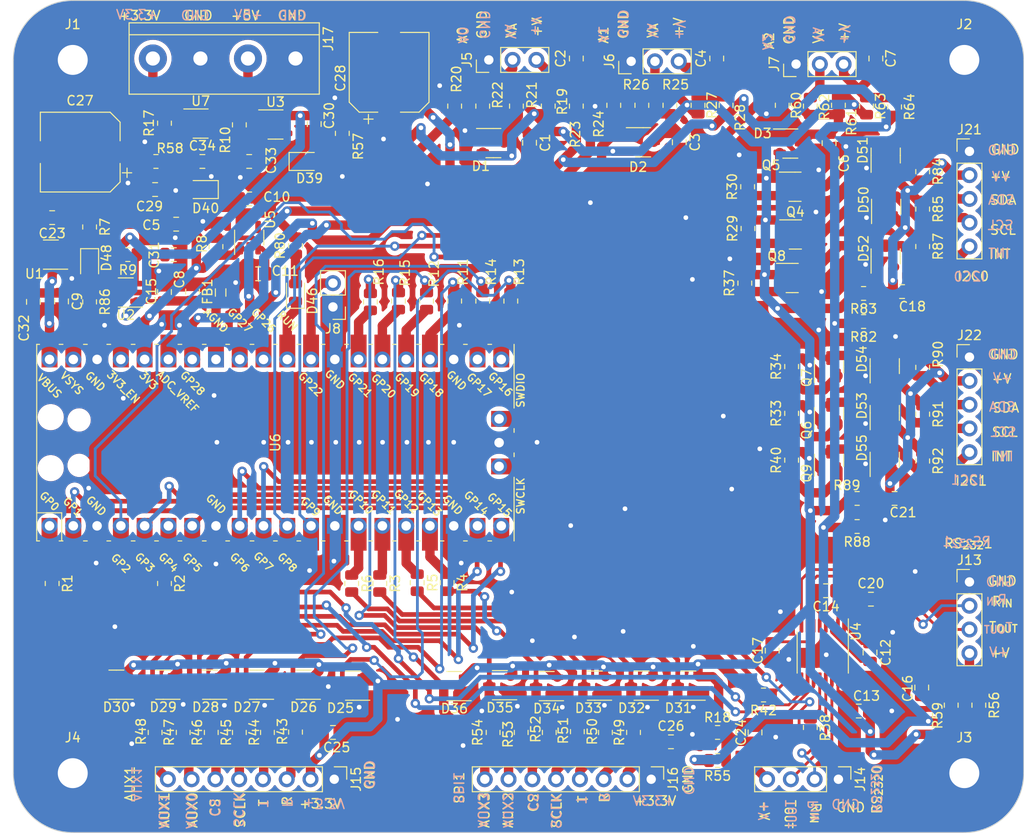
<source format=kicad_pcb>
(kicad_pcb (version 20221018) (generator pcbnew)
  (layers (0 "F.Cu" signal) (31 "B.Cu" signal) (34 "B.Paste" user) (35 "F.Paste" user) (36 "B.SilkS" user "B.Silkscreen") (37 "F.SilkS" user "F.Silkscreen") (38 "B.Mask" user) (39 "F.Mask" user) (44 "Edge.Cuts" user))
  (net 0 "")
  (net 1 "/AnaloguePin/V_{A}")
  (net 2 "GND")
  (net 3 "+5V")
  (net 4 "Net-(J5-Pin_3)")
  (net 5 "+3.3V")
  (net 6 "/AnaloguePin1/V_{A}")
  (net 7 "Net-(J6-Pin_3)")
  (net 8 "Net-(U5-VDD)")
  (net 9 "/AnaloguePin2/V_{A}")
  (net 10 "Net-(J13-Pin_3)")
  (net 11 "Net-(J14-Pin_3)")
  (net 12 "Net-(J15-Pin_3)")
  (net 13 "Net-(J16-Pin_3)")
  (net 14 "Net-(J7-Pin_3)")
  (net 15 "Net-(U1-OUT)")
  (net 16 "Net-(U5-EN)")
  (net 17 "Net-(J13-Pin_4)")
  (net 18 "/I2CConnector0/VI2C")
  (net 19 "Net-(U4-C1+)")
  (net 20 "Net-(U4-C1-)")
  (net 21 "Net-(U4-C2+)")
  (net 22 "Net-(U4-C2-)")
  (net 23 "Net-(U4-VS-)")
  (net 24 "Net-(U4-VS+)")
  (net 25 "/I2CConnector1/VI2C")
  (net 26 "Net-(U1-EN)")
  (net 27 "Net-(J14-Pin_4)")
  (net 28 "Net-(U2-EN)")
  (net 29 "Net-(U3-EN)")
  (net 30 "Net-(U7-EN)")
  (net 31 "/SPI_{Rx}0")
  (net 32 "/SPI_{Tx}0")
  (net 33 "/SCLK0")
  (net 34 "/SPI_{Rx}1")
  (net 35 "Net-(J13-Pin_2)")
  (net 36 "Net-(J14-Pin_2)")
  (net 37 "Net-(J15-Pin_4)")
  (net 38 "Net-(J15-Pin_5)")
  (net 39 "Net-(J15-Pin_6)")
  (net 40 "Net-(J15-Pin_7)")
  (net 41 "Net-(J15-Pin_8)")
  (net 42 "Net-(J16-Pin_4)")
  (net 43 "Net-(J16-Pin_5)")
  (net 44 "/SPI_{Tx}1")
  (net 45 "/SCLK1")
  (net 46 "Net-(D46-K)")
  (net 47 "Net-(D46-A)")
  (net 48 "Net-(D48-A)")
  (net 49 "Net-(D50-A)")
  (net 50 "Net-(D51-A)")
  (net 51 "Net-(D52-A)")
  (net 52 "Net-(D53-A)")
  (net 53 "Net-(D54-A)")
  (net 54 "Net-(D55-A)")
  (net 55 "Net-(U6-AGND)")
  (net 56 "Net-(J5-Pin_2)")
  (net 57 "Net-(J6-Pin_2)")
  (net 58 "Net-(J7-Pin_2)")
  (net 59 "Net-(J8-Pin_2)")
  (net 60 "Net-(J16-Pin_6)")
  (net 61 "Net-(J16-Pin_7)")
  (net 62 "Net-(J16-Pin_8)")
  (net 63 "/I2CConnector0/SCL")
  (net 64 "/I2CConnector0/SDA")
  (net 65 "/I2CConnector1/SCL")
  (net 66 "/I2CConnector1/SDA")
  (net 67 "/I2CConnector0/INT")
  (net 68 "/I2CConnector1/INT")
  (net 69 "Net-(U6-GPIO0)")
  (net 70 "/CS0")
  (net 71 "/AUX0")
  (net 72 "/AUX1")
  (net 73 "Net-(U6-GPIO4)")
  (net 74 "/AUX2")
  (net 75 "/AUX3")
  (net 76 "Net-(U6-GPIO11)")
  (net 77 "Net-(U6-GPIO13)")
  (net 78 "Net-(U6-GPIO12)")
  (net 79 "Net-(U6-GPIO10)")
  (net 80 "Net-(D39-A)")
  (net 81 "Net-(U1-VDD)")
  (net 82 "Net-(D40-A)")
  (net 83 "Net-(U6-GPIO18)")
  (net 84 "Net-(U6-GPIO19)")
  (net 85 "Net-(U6-GPIO16)")
  (net 86 "Net-(U6-GPIO17)")
  (net 87 "Net-(U6-GPIO20)")
  (net 88 "Net-(U6-GPIO21)")
  (net 98 "Net-(J17-Pin_2)")
  (net 99 "Net-(J17-Pin_4)")
  (net 100 "/RX0")
  (net 101 "/TX0")
  (net 102 "/RX1")
  (net 103 "/TX1")
  (net 104 "Net-(U4-R1OUT)")
  (net 105 "Net-(U4-R2OUT)")
  (net 106 "/CS1")
  (footprint "Resistor_SMD:R_0805_2012Metric" (layer "F.Cu") (at 123.6 62.0875 -90)
    (fp_text reference "R21")
    (fp_text value "NSΩ")
  )
  (footprint "Connector_PinHeader_2.54mm:PinHeader_1x03_P2.54mm_Vertical" (layer "F.Cu") (at 135.86 57.3 90)
    (fp_text reference "J6")
    (fp_text value "ADC")
  )
  (footprint "Resistor_SMD:R_0805_2012Metric" (layer "F.Cu") (at 86 113.0875 -90)
    (fp_text reference "R2")
    (fp_text value "500Ω")
  )
  (footprint "Capacitor_SMD:C_0805_2012Metric" (layer "F.Cu") (at 130 57 90)
    (fp_text reference "C2")
    (fp_text value "1uF")
  )
  (footprint "Resistor_SMD:R_0805_2012Metric" (layer "F.Cu") (at 113 113 -90)
    (fp_text reference "R5")
    (fp_text value "500Ω")
  )
  (footprint "Resistor_SMD:R_0805_2012Metric" (layer "F.Cu") (at 97 129 90)
    (fp_text reference "R44")
    (fp_text value "50Ω")
  )
  (footprint "Connector_PinHeader_2.54mm:PinHeader_1x03_P2.54mm_Vertical" (layer "F.Cu") (at 120.65 57.15 90)
    (fp_text reference "J5")
    (fp_text value "ADC")
  )
  (footprint "Resistor_SMD:R_0805_2012Metric" (layer "F.Cu") (at 167 95 -90)
    (fp_text reference "R91")
    (fp_text value "10kΩ")
  )
  (footprint "Resistor_SMD:R_0805_2012Metric" (layer "F.Cu") (at 160.6875 85.1 180)
    (fp_text reference "R82")
    (fp_text value "0Ω")
  )
  (footprint "Resistor_SMD:R_0805_2012Metric" (layer "F.Cu") (at 160.6875 82.1 180)
    (fp_text reference "R83")
    (fp_text value "0Ω")
  )
  (footprint "Package_TO_SOT_SMD:SOT-23-3" (layer "F.Cu") (at 163.05 67.3625 90)
    (fp_text reference "D51")
    (fp_text value "100V")
  )
  (footprint "Package_TO_SOT_SMD:SOT-23" (layer "F.Cu") (at 157 99.9375 90)
    (fp_text reference "Q9")
    (fp_text value "Q_NMOS_GSD")
  )
  (footprint "Package_TO_SOT_SMD:SOT-23" (layer "F.Cu") (at 153.4 75.8)
    (fp_text reference "Q4")
    (fp_text value "Q_NMOS_GSD")
  )
  (footprint "Resistor_SMD:R_0805_2012Metric" (layer "F.Cu") (at 145.0875 132 180)
    (fp_text reference "R55")
    (fp_text value "NSΩ")
  )
  (footprint "Resistor_SMD:R_0805_2012Metric" (layer "F.Cu") (at 85 129 90)
    (fp_text reference "R48")
    (fp_text value "50Ω")
  )
  (footprint "Capacitor_SMD:C_0805_2012Metric" (layer "F.Cu") (at 125 66 -90)
    (fp_text reference "C1")
    (fp_text value "1uF")
  )
  (footprint "Capacitor_SMD:C_0805_2012Metric" (layer "F.Cu") (at 87.25 74.7 180)
    (fp_text reference "C5")
    (fp_text value "10uF")
  )
  (footprint "Capacitor_SMD:C_0805_2012Metric" (layer "F.Cu") (at 87 77.95)
    (fp_text reference "C31")
    (fp_text value "1uF")
  )
  (footprint "Resistor_SMD:R_0805_2012Metric" (layer "F.Cu") (at 153 89.9125 90)
    (fp_text reference "R34")
    (fp_text value "10kΩ")
  )
  (footprint "Package_SO:TSSOP-16_4.4x5mm_P0.65mm" (layer "F.Cu") (at 156.325 120.4625 -90)
    (fp_text reference "U4")
    (fp_text value "MAX3232")
  )
  (footprint "Capacitor_SMD:C_0805_2012Metric" (layer "F.Cu") (at 160.175 126.7125 180)
    (fp_text reference "C13")
    (fp_text value "1uF")
  )
  (footprint "Resistor_SMD:R_0805_2012Metric" (layer "F.Cu") (at 123 82.9125 90)
    (fp_text reference "R13")
    (fp_text value "500Ω")
  )
  (footprint "Resistor_SMD:R_0805_2012Metric" (layer "F.Cu") (at 164 62.175 90)
    (fp_text reference "R64")
    (fp_text value "NSΩ")
  )
  (footprint "Resistor_SMD:R_0805_2012Metric" (layer "F.Cu") (at 158 62 -90)
    (fp_text reference "R61")
    (fp_text value "NSΩ")
  )
  (footprint "MountingHole:MountingHole_3.2mm_M3_DIN965_Pad" (layer "F.Cu") (at 76.2 57.15)
    (fp_text reference "J1")
    (fp_text value "M3")
  )
  (footprint "Resistor_SMD:R_0805_2012Metric" (layer "F.Cu") (at 82.0875 77.95 180)
    (fp_text reference "R9")
    (fp_text value "100kΩ")
  )
  (footprint "Resistor_SMD:R_0805_2012Metric" (layer "F.Cu") (at 153 94.9125 90)
    (fp_text reference "R33")
    (fp_text value "10kΩ")
  )
  (footprint "Capacitor_SMD:C_0805_2012Metric" (layer "F.Cu") (at 95.05 68 180)
    (fp_text reference "C33")
    (fp_text value "1uF")
  )
  (footprint "Resistor_SMD:R_0805_2012Metric" (layer "F.Cu") (at 160 104 180)
    (fp_text reference "R89")
    (fp_text value "0Ω")
  )
  (footprint "Capacitor_SMD:C_0805_2012Metric" (layer "F.Cu") (at 164 104)
    (fp_text reference "C21")
    (fp_text value "1uF")
  )
  (footprint "Package_TO_SOT_SMD:SOT-23-3" (layer "F.Cu") (at 131.9725 124 180)
    (fp_text reference "D33")
    (fp_text value "100V")
  )
  (footprint "Resistor_SMD:R_0805_2012Metric" (layer "F.Cu") (at 146 62 90)
    (fp_text reference "R28")
    (fp_text value "NSΩ")
  )
  (footprint "Connector_PinHeader_2.54mm:PinHeader_1x08_P2.54mm_Vertical" (layer "F.Cu") (at 104.14 134 -90)
    (fp_text reference "J15")
    (fp_text value "SPI")
  )
  (footprint "Resistor_SMD:R_0805_2012Metric" (layer "F.Cu") (at 161 62.0875 90)
    (fp_text reference "R63")
    (fp_text value "0Ω")
  )
  (footprint "Resistor_SMD:R_0805_2012Metric" (layer "F.Cu") (at 150 125 180)
    (fp_text reference "R42")
    (fp_text value "500Ω")
  )
  (footprint "Resistor_SMD:R_0805_2012Metric" (layer "F.Cu") (at 145.0875 129 180)
    (fp_text reference "R18")
    (fp_text value "NSΩ")
  )
  (footprint "Resistor_SMD:R_0805_2012Metric" (layer "F.Cu") (at 100 77 90)
    (fp_text reference "R80")
    (fp_text value "500Ω")
  )
  (footprint "Resistor_SMD:R_0805_2012Metric" (layer "F.Cu") (at 133.11 129 90)
    (fp_text reference "R50")
    (fp_text value "50Ω")
  )
  (footprint "Capacitor_SMD:C_0805_2012Metric" (layer "F.Cu") (at 104 129)
    (fp_text reference "C25")
    (fp_text value "1uF")
  )
  (footprint "Resistor_SMD:R_0805_2012Metric" (layer "F.Cu") (at 152 62 -90)
    (fp_text reference "R60")
    (fp_text value "NSΩ")
  )
  (footprint "Resistor_SMD:R_0805_2012Metric" (layer "F.Cu") (at 167 73.0875 -90)
    (fp_text reference "R85")
    (fp_text value "10kΩ")
  )
  (footprint "Package_TO_SOT_SMD:SOT-23-3" (layer "F.Cu") (at 106.1375 124 180)
    (fp_text reference "D25")
    (fp_text value "100V")
  )
  (footprint "Package_TO_SOT_SMD:SOT-23-3" (layer "F.Cu") (at 80.8625 123.9 180)
    (fp_text reference "D30")
    (fp_text value "100V")
  )
  (footprint "Package_TO_SOT_SMD:SOT-23-3" (layer "F.Cu") (at 163.05 78.1375 90)
    (fp_text reference "D52")
    (fp_text value "100V")
  )
  (footprint "Resistor_SMD:R_0805_2012Metric" (layer "F.Cu") (at 127 62.0875 90)
    (fp_text reference "R19")
    (fp_text value "0Ω")
  )
  (footprint "Capacitor_SMD:C_0805_2012Metric" (layer "F.Cu") (at 72 83 -90)
    (fp_text reference "C32")
    (fp_text value "10uF")
  )
  (footprint "Resistor_SMD:R_0805_2012Metric" (layer "F.Cu") (at 140 62 -90)
    (fp_text reference "R25")
    (fp_text value "NSΩ")
  )
  (footprint "Package_TO_SOT_SMD:SOT-23-3" (layer "F.Cu") (at 126.835 124.05 180)
    (fp_text reference "D34")
    (fp_text value "100V")
  )
  (footprint "Resistor_SMD:R_0805_2012Metric" (layer "F.Cu") (at 120 62.0875 -90)
    (fp_text reference "R22")
    (fp_text value "10kΩ")
  )
  (footprint "Resistor_SMD:R_0805_2012Metric" (layer "F.Cu") (at 160 107 180)
    (fp_text reference "R88")
    (fp_text value "0Ω")
  )
  (footprint "Resistor_SMD:R_0805_2012Metric" (layer "F.Cu") (at 167 77.0875 -90)
    (fp_text reference "R87")
    (fp_text value "10kΩ")
  )
  (footprint "Package_TO_SOT_SMD:SOT-23-3" (layer "F.Cu") (at 141.9725 124 180)
    (fp_text reference "D31")
    (fp_text value "100V")
  )
  (footprint "LED_SMD:LED_0805_2012Metric" (layer "F.Cu") (at 100 82 90)
    (fp_text reference "D46")
    (fp_text value "LED")
  )
  (footprint "Connector_PinHeader_2.54mm:PinHeader_1x03_P2.54mm_Vertical" (layer "F.Cu") (at 153.475 57.6 90)
    (fp_text reference "J7")
    (fp_text value "ADC")
  )
  (footprint "Capacitor_SMD:C_0805_2012Metric" (layer "F.Cu") (at 161.375 120.4625 -90)
    (fp_text reference "C12")
    (fp_text value "1uF")
  )
  (footprint "Capacitor_SMD:C_0805_2012Metric" (layer "F.Cu") (at 102 64 -90)
    (fp_text reference "C30")
    (fp_text value "1uF")
  )
  (footprint "Package_TO_SOT_SMD:SOT-23-5" (layer "F.Cu") (at 89.8625 63.95)
    (fp_text reference "U7")
    (fp_text value "MAX40200AUK")
  )
  (footprint "Resistor_SMD:R_0805_2012Metric" (layer "F.Cu") (at 106 113.0875 -90)
    (fp_text reference "R6")
    (fp_text value "500Ω")
  )
  (footprint "Package_TO_SOT_SMD:SOT-23" (layer "F.Cu") (at 157 94.9375 90)
    (fp_text reference "Q6")
    (fp_text value "Q_NMOS_GSD")
  )
  (footprint "Resistor_SMD:R_0805_2012Metric" (layer "F.Cu") (at 153 99.9125 90)
    (fp_text reference "R40")
    (fp_text value "10kΩ")
  )
  (footprint "Package_TO_SOT_SMD:SOT-23-3" (layer "F.Cu") (at 152.8625 66.0875)
    (fp_text reference "D3")
    (fp_text value "100V")
  )
  (footprint "Capacitor_SMD:C_0805_2012Metric" (layer "F.Cu") (at 145 57 90)
    (fp_text reference "C4")
    (fp_text value "1uF")
  )
  (footprint "Connector_PinHeader_2.54mm:PinHeader_1x05_P2.54mm_Vertical" (layer "F.Cu") (at 172 88.9)
    (fp_text reference "J22")
    (fp_text value "I2C")
  )
  (footprint "Capacitor_SMD:C_0805_2012Metric" (layer "F.Cu") (at 95.05 72)
    (fp_text reference "C10")
    (fp_text value "10uF")
  )
  (footprint "Resistor_SMD:R_0805_2012Metric" (layer "F.Cu") (at 167 69.0875 -90)
    (fp_text reference "R84")
    (fp_text value "10kΩ")
  )
  (footprint "Resistor_SMD:R_0805_2012Metric" (layer "F.Cu") (at 173 126.0875 -90)
    (fp_text reference "R56")
    (fp_text value "NSΩ")
  )
  (footprint "MountingHole:MountingHole_3.2mm_M3_DIN965_Pad" (layer "F.Cu") (at 171.45 133.35)
    (fp_text reference "J3")
    (fp_text value "M3")
  )
  (footprint "Inductor_SMD:L_0805_2012Metric" (layer "F.Cu") (at 92 82 -90)
    (fp_text reference "FB1")
    (fp_text value "NS_Ferrite")
  )
  (footprint "Resistor_SMD:R_0805_2012Metric" (layer "F.Cu") (at 155 128.4625 -90)
    (fp_text reference "R38")
    (fp_text value "500Ω")
  )
  (footprint "Package_TO_SOT_SMD:SOT-23-3" (layer "F.Cu") (at 85.8625 123.9 180)
    (fp_text reference "D29")
    (fp_text value "100V")
  )
  (footprint "Resistor_SMD:R_0805_2012Metric" (layer "F.Cu") (at 108 83 90)
    (fp_text reference "R16")
    (fp_text value "500Ω")
  )
  (footprint "Pico:RPi_Pico_SMD_TH" (layer "F.Cu") (at 97.85 98.04 90)
    (fp_text reference "U6")
    (fp_text value "Pico")
  )
  (footprint "Resistor_SMD:R_0805_2012Metric" (layer "F.Cu") (at 148.3375 75.1625 90)
    (fp_text reference "R29")
    (fp_text value "10kΩ")
  )
  (footprint "Resistor_SMD:R_0805_2012Metric" (layer "F.Cu") (at 155 62.0875 -90)
    (fp_text reference "R62")
    (fp_text value "10kΩ")
  )
  (footprint "Package_TO_SOT_SMD:SOT-23-5" (layer "F.Cu") (at 95.05 76.1375 90)
    (fp_text reference "U5")
    (fp_text value "MAX40200AUK")
  )
  (footprint "Capacitor_SMD:C_0805_2012Metric" (layer "F.Cu") (at 85 71)
    (fp_text reference "C29")
    (fp_text value "1uF")
  )
  (footprint "Resistor_SMD:R_0805_2012Metric" (layer "F.Cu") (at 85.0875 68 180)
    (fp_text reference "R58")
    (fp_text value "330kΩ")
  )
  (footprint "Capacitor_SMD:C_0805_2012Metric" (layer "F.Cu") (at 141 65.95 -90)
    (fp_text reference "C3")
    (fp_text value "1uF")
  )
  (footprint "Resistor_SMD:R_0805_2012Metric" (layer "F.Cu") (at 148 81 90)
    (fp_text reference "R37")
    (fp_text value "10kΩ")
  )
  (footprint "Resistor_SMD:R_0805_2012Metric" (layer "F.Cu") (at 86 63.9125 90)
    (fp_text reference "R17")
    (fp_text value "100kΩ")
  )
  (footprint "Package_TO_SOT_SMD:SOT-23" (layer "F.Cu") (at 153.0625 80.45)
    (fp_text reference "Q8")
    (fp_text value "Q_NMOS_GSD")
  )
  (footprint "Resistor_SMD:R_0805_2012Metric" (layer "F.Cu") (at 121.11 129 90)
    (fp_text reference "R54")
    (fp_text value "50Ω")
  )
  (footprint "Capacitor_SMD:C_0805_2012Metric" (layer "F.Cu") (at 89 81.9 90)
    (fp_text reference "C8")
    (fp_text value "1uF")
  )
  (footprint "Resistor_SMD:R_0805_2012Metric" (layer "F.Cu") (at 124.11 129 90)
    (fp_text reference "R53")
    (fp_text value "50Ω")
  )
  (footprint "Package_TO_SOT_SMD:SOT-23-3" (layer "F.Cu") (at 100.8625 123.9 180)
    (fp_text reference "D26")
    (fp_text value "100V")
  )
  (footprint "Capacitor_SMD:C_0805_2012Metric" (layer "F.Cu") (at 156.675 113.8625 180)
    (fp_text reference "C14")
    (fp_text value "1uF")
  )
  (footprint "Resistor_SMD:R_0805_2012Metric" (layer "F.Cu") (at 134 62 90)
    (fp_text reference "R24")
    (fp_text value "NSΩ")
  )
  (footprint "Package_TO_SOT_SMD:SOT-23-3" (layer "F.Cu") (at 162.95 89.8625 90)
    (fp_text reference "D54")
    (fp_text value "100V")
  )
  (footprint "Resistor_SMD:R_0805_2012Metric" (layer "F.Cu") (at 167 90 -90)
    (fp_text reference "R90")
    (fp_text value "10kΩ")
  )
  (footprint "Resistor_SMD:R_0805_2012Metric" (layer "F.Cu") (at 167 100 -90)
    (fp_text reference "R92")
    (fp_text value "10kΩ")
  )
  (footprint "Capacitor_SMD:C_0805_2012Metric" (layer "F.Cu") (at 75 82.95 -90)
    (fp_text reference "C9")
    (fp_text value "1uF")
  )
  (footprint "Resistor_SMD:R_0805_2012Metric" (layer "F.Cu") (at 100 128.9625 90)
    (fp_text reference "R43")
    (fp_text value "50Ω")
  )
  (footprint "Resistor_SMD:R_0805_2012Metric" (layer "F.Cu") (at 117 62.0875 90)
    (fp_text reference "R20")
    (fp_text value "NSΩ")
  )
  (footprint "Resistor_SMD:R_0805_2012Metric" (layer "F.Cu") (at 74 113.0875 -90)
    (fp_text reference "R1")
    (fp_text value "500Ω")
  )
  (footprint "Capacitor_SMD:C_0805_2012Metric" (layer "F.Cu") (at 162 57 90)
    (fp_text reference "C7")
    (fp_text value "1uF")
  )
  (footprint "Capacitor_SMD:C_0805_2012Metric" (layer "F.Cu") (at 166.9 124.2 90)
    (fp_text reference "C16")
    (fp_text value "10uF")
  )
  (footprint "Capacitor_SMD:CP_Elec_8x11.9" (layer "F.Cu") (at 77 67 180)
    (fp_text reference "C27")
    (fp_text value "100uF")
  )
  (footprint "Resistor_SMD:R_0805_2012Metric" (layer "F.Cu") (at 91 129 90)
    (fp_text reference "R46")
    (fp_text value "50Ω")
  )
  (footprint "Resistor_SMD:R_0805_2012Metric" (layer "F.Cu") (at 143 62 90)
    (fp_text reference "R27")
    (fp_text value "0Ω")
  )
  (footprint "Resistor_SMD:R_0805_2012Metric" (layer "F.Cu") (at 170.05 126.0875 -90)
    (fp_text reference "R59")
    (fp_text value "NSΩ")
  )
  (footprint "Capacitor_SMD:C_0805_2012Metric" (layer "F.Cu") (at 140.11 130)
    (fp_text reference "C26")
    (fp_text value "1uF")
  )
  (footprint "Package_TO_SOT_SMD:SOT-23-5" (layer "F.Cu") (at 73.8625 77.95 180)
    (fp_text reference "U1")
    (fp_text value "MAX40200AUK")
  )
  (footprint "Capacitor_SMD:C_0805_2012Metric" (layer "F.Cu") (at 96 80 180)
    (fp_text reference "C11")
    (fp_text value "1uF")
  )
  (footprint "Package_TO_SOT_SMD:SOT-23-3" (layer "F.Cu") (at 90.8625 123.9 180)
    (fp_text reference "D28")
    (fp_text value "100V")
  )
  (footprint "MountingHole:MountingHole_3.2mm_M3_DIN965_Pad" (layer "F.Cu") (at 76.2 133.35)
    (fp_text reference "J4")
    (fp_text value "M3")
  )
  (footprint "Capacitor_SMD:C_0805_2012Metric" (layer "F.Cu") (at 164.8 81.9)
    (fp_text reference "C18")
    (fp_text value "1uF")
  )
  (footprint "LED_SMD:LED_0805_2012Metric" (layer "F.Cu") (at 101 68)
    (fp_text reference "D39")
    (fp_text value "LED")
  )
  (footprint "Resistor_SMD:R_0805_2012Metric" (layer "F.Cu") (at 78 75 -90)
    (fp_text reference "R7")
    (fp_text value "100kΩ")
  )
  (footprint "Capacitor_SMD:C_0805_2012Metric" (layer "F.Cu") (at 86 81.95 90)
    (fp_text reference "C15")
    (fp_text value "10uF")
  )
  (footprint "Resistor_SMD:R_0805_2012Metric" (layer "F.Cu") (at 130 62.0875 90)
    (fp_text reference "R23")
    (fp_text value "NSΩ")
  )
  (footprint "Capacitor_SMD:CP_Elec_8x11.9" (layer "F.Cu") (at 110 58.475 90)
    (fp_text reference "C28")
    (fp_text value "100uF")
  )
  (footprint "Package_TO_SOT_SMD:SOT-23-3" (layer "F.Cu") (at 121.1375 66.0375)
    (fp_text reference "D1")
    (fp_text value "100V")
  )
  (footprint "Connector_PinHeader_2.54mm:PinHeader_1x08_P2.54mm_Vertical" (layer "F.Cu") (at 138 134 -90)
    (fp_text reference "J16")
    (fp_text value "SPI")
  )
  (footprint "Package_TO_SOT_SMD:SOT-23" (layer "F.Cu") (at 153.3625 70.7)
    (fp_text reference "Q5")
    (fp_text value "Q_NMOS_GSD")
  )
  (footprint "LED_SMD:LED_0805_2012Metric" (layer "F.Cu") (at 78 79 -90)
    (fp_text reference "D48")
    (fp_text value "LED")
  )
  (footprint "Package_TO_SOT_SMD:SOT-23-5" (layer "F.Cu") (at 97.8625 64.05)
    (fp_text reference "U3")
    (fp_text value "MAX40200AUK")
  )
  (footprint "Resistor_SMD:R_0805_2012Metric" (layer "F.Cu") (at 78 83 -90)
    (fp_text reference "R86")
    (fp_text value "500Ω")
  )
  (footprint "Resistor_SMD:R_0805_2012Metric" (layer "F.Cu") (at 114 82.9125 90)
    (fp_text reference "R12")
    (fp_text value "500Ω")
  )
  (footprint "Resistor_SMD:R_0805_2012Metric" (layer "F.Cu") (at 137 62 -90)
    (fp_text reference "R26")
    (fp_text value "10kΩ")
  )
  (footprint "Resistor_SMD:R_0805_2012Metric" (layer "F.Cu") (at 91.5 77.1 -90)
    (fp_text reference "R8")
    (fp_text value "100kΩ")
  )
  (footprint "Resistor_SMD:R_0805_2012Metric" (layer "F.Cu") (at 94 64.0875 90)
    (fp_text reference "R10")
    (fp_text value "100kΩ")
  )
  (footprint "Capacitor_SMD:C_0805_2012Metric" (layer "F.Cu") (at 150.925 120.2625 -90)
    (fp_text reference "C17")
    (fp_text value "1uF")
  )
  (footprint "Connector_PinHeader_2.54mm:PinHeader_1x04_P2.54mm_Vertical" (layer "F.Cu") (at 172 112.92)
    (fp_text reference "J13")
    (fp_text value "RSS232Out")
  )
  (footprint "Resistor_SMD:R_0805_2012Metric" (layer "F.Cu") (at 116.2 113 -90)
    (fp_text reference "R4")
    (fp_text value "500Ω")
  )
  (footprint "Package_TO_SOT_SMD:SOT-23-3" (layer "F.Cu") (at 137.1375 65.95)
    (fp_text reference "D2")
    (fp_text value "100V")
  )
  (footprint "Capacitor_SMD:C_0805_2012Metric" (layer "F.Cu") (at 74 74 180)
    (fp_text reference "C23")
    (fp_text value "1uF")
  )
  (footprint "LED_SMD:LED_0805_2012Metric" (layer "F.Cu") (at 90.0625 71 180)
    (fp_text reference "D40")
    (fp_text value "LED")
  )
  (footprint "Resistor_SMD:R_0805_2012Metric" (layer "F.Cu") (at 111 82.9125 90)
    (fp_text reference "R15")
    (fp_text value "500Ω")
  )
  (footprint "Package_TO_SOT_SMD:SOT-23-3" (layer "F.Cu") (at 162.95 94.8625 90)
    (fp_text reference "D53")
    (fp_text value "100V")
  )
  (footprint "Package_TO_SOT_SMD:SOT-23-3" (layer "F.Cu") (at 163.1 72.8375 90)
    (fp_text reference "D50")
    (fp_text value "100V")
  )
  (footprint "Resistor_SMD:R_0805_2012Metric" (layer "F.Cu") (at 105 65 90)
    (fp_text reference "R57")
    (fp_text value "500Ω")
  )
  (footprint "Connector_PinHeader_2.54mm:PinHeader_1x05_P2.54mm_Vertical" (layer "F.Cu") (at 172 66.92)
    (fp_text reference "J21")
    (fp_text value "I2C")
  )
  (footprint "Resistor_SMD:R_0805_2012Metric" (layer "F.Cu") (at 148.3 70.7 90)
    (fp_text reference "R30")
    (fp_text value "10kΩ")
  )
  (footprint "Capacitor_SMD:C_0805_2012Metric" (layer "F.Cu") (at 90.05 68)
    (fp_text reference "C34")
    (fp_text value "1uF")
  )
  (footprint "Resistor_SMD:R_0805_2012Metric" (layer "F.Cu") (at 127.11 129 90)
    (fp_text reference "R52")
    (fp_text value "50Ω")
  )
  (footprint "MountingHole:MountingHole_3.2mm_M3_DIN965_Pad" (layer "F.Cu") (at 171.45 57.15)
    (fp_text reference "J2")
    (fp_text value "M3")
  )
  (footprint "Resistor_SMD:R_0805_2012Metric" (layer "F.Cu") (at 117 82.9125 90)
    (fp_text reference "R11")
    (fp_text value "500Ω")
  )
  (footprint "Package_TO_SOT_SMD:SOT-23-3" (layer "F.Cu") (at 121.835 123.95 180)
    (fp_text reference "D35")
    (fp_text value "100V")
  )
  (footprint "TerminalBlock:TerminalBlock_bornier-4_P5.08mm" (layer "F.Cu") (at 100 57 180)
    (fp_text reference "J17")
    (fp_text value "V_{IN}")
  )
  (footprint "Capacitor_SMD:C_0805_2012Metric" (layer "F.Cu") (at 149.0875 129 90)
    (fp_text reference "C24")
    (fp_text value "10uF")
  )
  (footprint "Capacitor_SMD:C_0805_2012Metric" (layer "F.Cu") (at 161.475 114.7625)
    (fp_text reference "C20")
    (fp_text value "1uF")
  )
  (footprint "Package_TO_SOT_SMD:SOT-23-3" (layer "F.Cu") (at 162.95 99.8625 90)
    (fp_text reference "D55")
    (fp_text value "100V")
  )
  (footprint "Package_TO_SOT_SMD:SOT-23-3" (layer "F.Cu") (at 95.8625 123.9 180)
    (fp_text reference "D27")
    (fp_text value "100V")
  )
  (footprint "Resistor_SMD:R_0805_2012Metric" (layer "F.Cu") (at 120 82.9125 90)
    (fp_text reference "R14")
    (fp_text value "500Ω")
  )
  (footprint "Resistor_SMD:R_0805_2012Metric" (layer "F.Cu") (at 94 129 90)
    (fp_text reference "R45")
    (fp_text value "50Ω")
  )
  (footprint "Connector_PinHeader_2.54mm:PinHeader_1x02_P2.54mm_Vertical" (layer "F.Cu") (at 104 83.54 180)
    (fp_text reference "J8")
    (fp_text value "RUN")
  )
  (footprint "Capacitor_SMD:C_0805_2012Metric" (layer "F.Cu") (at 157 66.0375 -90)
    (fp_text reference "C6")
    (fp_text value "1uF")
  )
  (footprint "Resistor_SMD:R_0805_2012Metric" (layer "F.Cu") (at 88 129 90)
    (fp_text reference "R47")
    (fp_text value "50Ω")
  )
  (footprint "Resistor_SMD:R_0805_2012Metric" (layer "F.Cu") (at 130.11 128.9125 90)
    (fp_text reference "R51")
    (fp_text value "50Ω")
  )
  (footprint "Resistor_SMD:R_0805_2012Metric" (layer "F.Cu") (at 109 113.0875 -90)
    (fp_text reference "R3")
    (fp_text value "500Ω")
  )
  (footprint "Package_TO_SOT_SMD:SOT-23-5" (layer "F.Cu") (at 81.8625 82 180)
    (fp_text reference "U2")
    (fp_text value "MAX40200AUK")
  )
  (footprint "Package_TO_SOT_SMD:SOT-23-3" (layer "F.Cu") (at 116.9725 124.05 180)
    (fp_text reference "D36")
    (fp_text value "100V")
  )
  (footprint "Package_TO_SOT_SMD:SOT-23" (layer "F.Cu") (at 157 89.9375 90)
    (fp_text reference "Q7")
    (fp_text value "Q_NMOS_GSD")
  )
  (footprint "Resistor_SMD:R_0805_2012Metric" (layer "F.Cu") (at 136.11 129 90)
    (fp_text reference "R49")
    (fp_text value "50Ω")
  )
  (footprint "Connector_PinHeader_2.54mm:PinHeader_1x04_P2.54mm_Vertical" (layer "F.Cu") (at 158 134 -90)
    (fp_text reference "J14")
    (fp_text value "RSS232In")
  )
  (footprint "Package_TO_SOT_SMD:SOT-23-3" (layer "F.Cu") (at 136.9725 124 180)
    (fp_text reference "D32")
    (fp_text value "100V")
  )
  (gr_line (start 177.8 57.15) (end 177.8 133.35) (stroke (width 0.1)) (layer "Edge.Cuts"))
  (gr_arc (start 69.85 57.15) (mid 71.709872 52.659872) (end 76.2 50.8) (stroke (width 0.1)) (layer "Edge.Cuts"))
  (gr_arc (start 171.45 50.8) (mid 175.940128 52.659872) (end 177.8 57.15) (stroke (width 0.1)) (layer "Edge.Cuts"))
  (gr_line (start 171.45 139.7) (end 76.2 139.7) (stroke (width 0.1)) (layer "Edge.Cuts"))
  (gr_line (start 76.2 50.8) (end 171.45 50.8) (stroke (width 0.1)) (layer "Edge.Cuts"))
  (gr_arc (start 177.8 133.35) (mid 175.940128 137.840128) (end 171.45 139.7) (stroke (width 0.1)) (layer "Edge.Cuts"))
  (gr_line (start 69.85 57.15) (end 69.85 133.35) (stroke (width 0.1)) (layer "Edge.Cuts"))
  (gr_arc (start 76.2 139.7) (mid 71.709872 137.840128) (end 69.85 133.35) (stroke (width 0.1)) (layer "Edge.Cuts"))
  (gr_text "GND" (at 101.3 53) (layer "B.SilkS") (effects (font (size 1 1)) (justify left bottom mirror)))
  (gr_text "+V" (at 176.6 70.2) (layer "B.SilkS") (effects (font (size 1 1)) (justify left bottom mirror)))
  (gr_text "A0" (at 117.3 55.5 -90) (layer "B.SilkS") (effects (font (size 1 1)) (justify left bottom mirror)))
  (gr_text "R_{IN}" (at 155.9 136.1 90) (layer "B.SilkS") (effects (font (size 1 1)) (justify left bottom mirror)))
  (gr_text "+V" (at 158.1 55.6 -90) (layer "B.SilkS") (effects (font (size 1 1)) (justify left bottom mirror)))
  (gr_text "I2C1" (at 173.5 102.6) (layer "B.SilkS") (effects (font (size 1 1)) (justify left bottom mirror)))
  (gr_text "GND" (at 152.2 55.5 -90) (layer "B.SilkS") (effects (font (size 1 1)) (justify left bottom mirror)))
  (gr_text "+3.3V" (at 140.6 136.9) (layer "B.SilkS") (effects (font (size 1 1)) (justify left bottom mirror)))
  (gr_text "A2" (at 149.8 56.2 -90) (layer "B.SilkS") (effects (font (size 1 1)) (justify left bottom mirror)))
  (gr_text "CS" (at 124.8 137.5 -90) (layer "B.SilkS") (effects (font (size 1 1)) (justify left bottom mirror)))
  (gr_text "GND" (at 160.4 137.3) (layer "B.SilkS") (effects (font (size 1 1)) (justify left bottom mirror)))
  (gr_text "+V" (at 125.1 54.7 -90) (layer "B.SilkS") (effects (font (size 1 1)) (justify left bottom mirror)))
  (gr_text "+V" (at 150.6 136.2 90) (layer "B.SilkS") (effects (font (size 1 1)) (justify left bottom mirror)))
  (gr_text "GND" (at 141.4 135.8 -90) (layer "B.SilkS") (effects (font (size 1 1)) (justify left bottom mirror)))
  (gr_text "CS" (at 90.8 138.1 -90) (layer "B.SilkS") (effects (font (size 1 1)) (justify left bottom mirror)))
  (gr_text "INT" (at 176.4 78.4) (layer "B.SilkS") (effects (font (size 1 1)) (justify left bottom mirror)))
  (gr_text "V_{A}" (at 122.4 55 -90) (layer "B.SilkS") (effects (font (size 1 1)) (justify left bottom mirror)))
  (gr_text "+3.3V" (at 100.7 136 180) (layer "B.SilkS") (effects (font (size 1 1)) (justify left bottom mirror)))
  (gr_text "GND" (at 177.1 89.2) (layer "B.SilkS") (effects (font (size 1 1)) (justify left bottom mirror)))
  (gr_text "+V" (at 176.7 91.7) (layer "B.SilkS") (effects (font (size 1 1)) (justify left bottom mirror)))
  (gr_text "I2C0" (at 173.8 80.9) (layer "B.SilkS") (effects (font (size 1 1)) (justify left bottom mirror)))
  (gr_text "AUX2" (at 122.1 139.3 -90) (layer "B.SilkS") (effects (font (size 1 1)) (justify left bottom mirror)))
  (gr_text "+V" (at 176.3 121) (layer "B.SilkS") (effects (font (size 1 1)) (justify left bottom mirror)))
  (gr_text "GND" (at 134.4 54.9 -90) (layer "B.SilkS") (effects (font (size 1 1)) (justify left bottom mirror)))
  (gr_text "AUX3" (at 119.4 139.3 -90) (layer "B.SilkS") (effects (font (size 1 1)) (justify left bottom mirror)))
  (gr_text "T_{OUT}" (at 176.7 118.4) (layer "B.SilkS") (effects (font (size 1 1)) (justify left bottom mirror)))
  (gr_text "R_{IN}" (at 176.1 115.4) (layer "B.SilkS") (effects (font (size 1 1)) (justify left bottom mirror)))
  (gr_text "GND" (at 90.9 53) (layer "B.SilkS") (effects (font (size 1 1)) (justify left bottom mirror)))
  (gr_text "SDA" (at 176.9 72.7) (layer "B.SilkS") (effects (font (size 1 1)) (justify left bottom mirror)))
  (gr_text "AUX0" (at 88.2 139.4 -90) (layer "B.SilkS") (effects (font (size 1 1)) (justify left bottom mirror)))
  (gr_text "A1" (at 132.3 55.4 -90) (layer "B.SilkS") (effects (font (size 1 1)) (justify left bottom mirror)))
  (gr_text "GND" (at 177.1 67.4) (layer "B.SilkS") (effects (font (size 1 1)) (justify left bottom mirror)))
  (gr_text "V_{A}" (at 137.6 54.9 -90) (layer "B.SilkS") (effects (font (size 1 1)) (justify left bottom mirror)))
  (gr_text "T" (at 95.9 137.1 -90) (layer "B.SilkS") (effects (font (size 1 1)) (justify left bottom mirror)))
  (gr_text "+V" (at 140.5 55.1 -90) (layer "B.SilkS") (effects (font (size 1 1)) (justify left bottom mirror)))
  (gr_text "T_{OUT}" (at 153.5 136.1 90) (layer "B.SilkS") (effects (font (size 1 1)) (justify left bottom mirror)))
  (gr_text "V_{A}" (at 155.3 55.3 -90) (layer "B.SilkS") (effects (font (size 1 1)) (justify left bottom mirror)))
  (gr_text "SDA" (at 177 94.8) (layer "B.SilkS") (effects (font (size 1 1)) (justify left bottom mirror)))
  (gr_text "SPI1" (at 116.8 136.7 -90) (layer "B.SilkS") (effects (font (size 1 1)) (justify left bottom mirror)))
  (gr_text "INT" (at 176.8 100.1) (layer "B.SilkS") (effects (font (size 1 1)) (justify left bottom mirror)))
  (gr_text "SCLK" (at 93.3 139.2 -90) (layer "B.SilkS") (effects (font (size 1 1)) (justify left bottom mirror)))
  (gr_text "SCL" (at 177.1 97.5) (layer "B.SilkS") (effects (font (size 1 1)) (justify left bottom mirror)))
  (gr_text "+5V" (at 96.6 52.9) (layer "B.SilkS") (effects (font (size 1 1)) (justify left bottom mirror)))
  (gr_text "AUX1" (at 85.3 139.4 -90) (layer "B.SilkS") (effects (font (size 1 1)) (justify left bottom mirror)))
  (gr_text "SCLK" (at 127.2 139.4 -90) (layer "B.SilkS") (effects (font (size 1 1)) (justify left bottom mirror)))
  (gr_text "GND" (at 107.3 135.1 -90) (layer "B.SilkS") (effects (font (size 1 1)) (justify left bottom mirror)))
  (gr_text "RS_{232}0" (at 161.5 137.7 -90) (layer "B.SilkS") (effects (font (size 1 1)) (justify left bottom mirror)))
  (gr_text "+3.3V" (at 85.4 52.9) (layer "B.SilkS") (effects (font (size 1 1)) (justify left bottom mirror)))
  (gr_text "R" (at 132.4 136.5 -90) (layer "B.SilkS") (effects (font (size 1 1)) (justify left bottom mirror)))
  (gr_text "RS_{232}1" (at 174.4 109.2) (layer "B.SilkS") (effects (font (size 1 1)) (justify left bottom mirror)))
  (gr_text "SCL" (at 176.8 75.4) (layer "B.SilkS") (effects (font (size 1 1)) (justify left bottom mirror)))
  (gr_text "R" (at 98.5 137.1 -90) (layer "B.SilkS") (effects (font (size 1 1)) (justify left bottom mirror)))
  (gr_text "GND" (at 119.6 55 -90) (layer "B.SilkS") (effects (font (size 1 1)) (justify left bottom mirror)))
  (gr_text "T" (at 129.9 136.7 -90) (layer "B.SilkS") (effects (font (size 1 1)) (justify left bottom mirror)))
  (gr_text "AUX1" (at 82.4 136.5 -90) (layer "B.SilkS") (effects (font (size 1 1)) (justify left bottom mirror)))
  (gr_text "GND" (at 176.9 113.5) (layer "B.SilkS") (effects (font (size 1 1)) (justify left bottom mirror)))
  (gr_text "SCL" (at 174.3 97.5) (layer "F.SilkS") (effects (font (size 1 1)) (justify left bottom)))
  (gr_text "I2C1" (at 170.4 102.7) (layer "F.SilkS") (effects (font (size 1 1)) (justify left bottom)))
  (gr_text "R_{IN}" (at 174.3 115.6) (layer "F.SilkS") (effects (font (size 1 1)) (justify left bottom)))
  (gr_text "T" (at 97.2 137 90) (layer "F.SilkS") (effects (font (size 1 1)) (justify left bottom)))
  (gr_text "INT" (at 174 78.5) (layer "F.SilkS") (effects (font (size 1 1)) (justify left bottom)))
  (gr_text "SDA" (at 174.4 94.9) (layer "F.SilkS") (effects (font (size 1 1)) (justify left bottom)))
  (gr_text "+3.3V" (at 81 53) (layer "F.SilkS") (effects (font (size 1 1)) (justify left bottom)))
  (gr_text "INT" (at 174.2 100.1) (layer "F.SilkS") (effects (font (size 1 1)) (justify left bottom)))
  (gr_text "GND" (at 135.6 55 90) (layer "F.SilkS") (effects (font (size 1 1)) (justify left bottom)))
  (gr_text "T" (at 131.3 136.6 90) (layer "F.SilkS") (effects (font (size 1 1)) (justify left bottom)))
  (gr_text "+V" (at 126.4 54.8 90) (layer "F.SilkS") (effects (font (size 1 1)) (justify left bottom)))
  (gr_text "GND" (at 153.3 55.6 90) (layer "F.SilkS") (effects (font (size 1 1)) (justify left bottom)))
  (gr_text "+V" (at 141.5 54.8 90) (layer "F.SilkS") (effects (font (size 1 1)) (justify left bottom)))
  (gr_text "+3.3V" (at 136.1 136.9) (layer "F.SilkS") (effects (font (size 1 1)) (justify left bottom)))
  (gr_text "GND" (at 173.9 113.4) (layer "F.SilkS") (effects (font (size 1 1)) (justify left bottom)))
  (gr_text "CS" (at 126 137.6 90) (layer "F.SilkS") (effects (font (size 1 1)) (justify left bottom)))
  (gr_text "SPI1" (at 118.1 136.7 90) (layer "F.SilkS") (effects (font (size 1 1)) (justify left bottom)))
  (gr_text "I2C0" (at 170.6 80.85) (layer "F.SilkS") (effects (font (size 1 1)) (justify left bottom)))
  (gr_text "GND" (at 142.5 135.6 90) (layer "F.SilkS") (effects (font (size 1 1)) (justify left bottom)))
  (gr_text "R" (at 133.6 136.6 90) (layer "F.SilkS") (effects (font (size 1 1)) (justify left bottom)))
  (gr_text "CS" (at 92 138.1 90) (layer "F.SilkS") (effects (font (size 1 1)) (justify left bottom)))
  (gr_text "RS_{232}1" (at 169.2 109.4) (layer "F.SilkS") (effects (font (size 1 1)) (justify left bottom)))
  (gr_text "GND" (at 108.5 135.2 90) (layer "F.SilkS") (effects (font (size 1 1)) (justify left bottom)))
  (gr_text "T_{OUT}" (at 174 118.3) (layer "F.SilkS") (effects (font (size 1 1)) (justify left bottom)))
  (gr_text "RS_{232}0" (at 162.7 137.8 90) (layer "F.SilkS") (effects (font (size 1 1)) (justify left bottom)))
  (gr_text "+V" (at 174.1 70.2) (layer "F.SilkS") (effects (font (size 1 1)) (justify left bottom)))
  (gr_text "AUX2" (at 123.3 139.3 90) (layer "F.SilkS") (effects (font (size 1 1)) (justify left bottom)))
  (gr_text "V_{A}" (at 123.6 54.9 90) (layer "F.SilkS") (effects (font (size 1 1)) (justify left bottom)))
  (gr_text "GND" (at 157.7 137.6) (layer "F.SilkS") (effects (font (size 1 1)) (justify left bottom)))
  (gr_text "GND" (at 98 53) (layer "F.SilkS") (effects (font (size 1 1)) (justify left bottom)))
  (gr_text "+V" (at 174.3 91.8) (layer "F.SilkS") (effects (font (size 1 1)) (justify left bottom)))
  (gr_text "GND" (at 88 53) (layer "F.SilkS") (effects (font (size 1 1)) (justify left bottom)))
  (gr_text "T_{OUT}" (at 152.3 136.1 -90) (layer "F.SilkS") (effects (font (size 1 1)) (justify left bottom)))
  (gr_text "SCLK" (at 94.7 139.3 90) (layer "F.SilkS") (effects (font (size 1 1)) (justify left bottom)))
  (gr_text "+V" (at 149.5 136.2 -90) (layer "F.SilkS") (effects (font (size 1 1)) (justify left bottom)))
  (gr_text "AUX1" (at 82.9 136.5 90) (layer "F.SilkS") (effects (font (size 1 1)) (justify left bottom)))
  (gr_text "GND" (at 120.5 55 90) (layer "F.SilkS") (effects (font (size 1 1)) (justify left bottom)))
  (gr_text "R" (at 99.7 136.9 90) (layer "F.SilkS") (effects (font (size 1 1)) (justify left bottom)))
  (gr_text "AUX3" (at 120.8 139.3 90) (layer "F.SilkS") (effects (font (size 1 1)) (justify left bottom)))
  (gr_text "GND" (at 174.2 67.3) (layer "F.SilkS") (effects (font (size 1 1)) (justify left bottom)))
  (gr_text "+5V" (at 93 53) (layer "F.SilkS") (effects (font (size 1 1)) (justify left bottom)))
  (gr_text "GND" (at 174.1 89.2) (layer "F.SilkS") (effects (font (size 1 1)) (justify left bottom)))
  (gr_text "A0" (at 118.4 55.5 90) (layer "F.SilkS") (effects (font (size 1 1)) (justify left bottom)))
  (gr_text "+V" (at 159.2 55.4 90) (layer "F.SilkS") (effects (font (size 1 1)) (justify left bottom)))
  (gr_text "SDA" (at 174.1 72.7) (layer "F.SilkS") (effects (font (size 1 1)) (justify left bottom)))
  (gr_text "+V" (at 174.1 121.1) (layer "F.SilkS") (effects (font (size 1 1)) (justify left bottom)))
  (gr_text "AUX1" (at 86.6 139.3 90) (layer "F.SilkS") (effects (font (size 1 1)) (justify left bottom)))
  (gr_text "V_{A}" (at 138.7 54.9 90) (layer "F.SilkS") (effects (font (size 1 1)) (justify left bottom)))
  (gr_text "V_{A}" (at 156.4 55.5 90) (layer "F.SilkS") (effects (font (size 1 1)) (justify left bottom)))
  (gr_text "R_{IN}" (at 155 136.4 -90) (layer "F.SilkS") (effects (font (size 1 1)) (justify left bottom)))
  (gr_text "+3.3V" (at 100.3 137.2) (layer "F.SilkS") (effects (font (size 1 1)) (justify left bottom)))
  (gr_text "A2" (at 151.2 56.1 90) (layer "F.SilkS") (effects (font (size 1 1)) (justify left bottom)))
  (gr_text "SCL" (at 174.1 75.9) (layer "F.SilkS") (effects (font (size 1 1)) (justify left bottom)))
  (gr_text "SCLK" (at 128.5 139.3 90) (layer "F.SilkS") (effects (font (size 1 1)) (justify left bottom)))
  (gr_text "A1" (at 133.5 55.5 90) (layer "F.SilkS") (effects (font (size 1 1)) (justify left bottom)))
  (gr_text "AUX0" (at 89.6 139.3 90) (layer "F.SilkS") (effects (font (size 1 1)) (justify left bottom)))
  (segment (start 122.275 66.0375) (end 122.275 64.975) (width 1) (layer "F.Cu") (net 1))
  (segment (start 95 82.4) (end 95.1 82.5) (width 1) (layer "F.Cu") (net 1))
  (segment (start 122.275 64.975) (end 123.6 63.65) (width 1) (layer "F.Cu") (net 1))
  (segment (start 106.7 73.3) (end 117 63) (width 1) (layer "F.Cu") (net 1))
  (segment (start 94.04 89.15) (end 94.3 88.89) (width 1) (layer "F.Cu") (net 1))
  (segment (start 120 63) (end 123.6 63) (width 1) (layer "F.Cu") (net 1))
  (segment (start 95.1 84.7) (end 95 84.7) (width 1) (layer "F.Cu") (net 1))
  (segment (start 95.1 82.5) (end 95.1 84.7) (width 1) (layer "F.Cu") (net 1))
  (segment (start 95 84.7) (end 94.3 85.4) (width 1) (layer "F.Cu") (net 1))
  (segment (start 94.3 88.89) (end 94.3 85.4) (width 1) (layer "F.Cu") (net 1))
  (segment (start 99.1 73.3) (end 106.7 73.3) (width 1) (layer "F.Cu") (net 1))
  (segment (start 117 63) (end 120 63) (width 1) (layer "F.Cu") (net 1))
  (segment (start 123.6 63.65) (end 125 65.05) (width 1) (layer "F.Cu") (net 1))
  (segment (start 123.6 63) (end 123.6 63.65) (width 1) (layer "F.Cu") (net 1))
  (via (at 95 82.4) (size 1) (drill 0.5) (layers "F.Cu" "B.Cu") (net 1))
  (via (at 99.1 73.3) (size 1) (drill 0.5) (layers "F.Cu" "B.Cu") (net 1))
  (segment (start 95 77.4) (end 99.1 73.3) (width 1) (layer "B.Cu") (net 1))
  (segment (start 95 82.4) (end 95 77.4) (width 1) (layer "B.Cu") (net 1))
  (segment (start 79.1 77.7) (end 79.1 77.6) (width 1) (layer "F.Cu") (net 2))
  (segment (start 106.8 125.425) (end 107.275 124.95) (width 1) (layer "F.Cu") (net 2))
  (segment (start 151.725 64.325) (end 151.725 65.1375) (width 1) (layer "F.Cu") (net 2))
  (segment (start 161 74) (end 162.125 74) (width 1) (layer "F.Cu") (net 2))
  (segment (start 175.7 115) (end 173.62 112.92) (width 1) (layer "F.Cu") (net 2))
  (segment (start 130 56.05) (end 134.61 56.05) (width 1) (layer "F.Cu") (net 2))
  (segment (start 78.8 86.3) (end 79.6 85.5) (width 1) (layer "F.Cu") (net 2))
  (segment (start 79.6375 79.7) (end 78 78.0625) (width 0.5) (layer "F.Cu") (net 2))
  (segment (start 82 124.85) (end 82 125.4) (width 1) (layer "F.Cu") (net 2))
  (segment (start 141.06 130) (end 141.6 130) (width 1) (layer "F.Cu") (net 2))
  (segment (start 87.95 80.85) (end 88.1 81) (width 1) (layer "F.Cu") (net 2))
  (segment (start 87.95 77.95) (end 87.95 80.85) (width 1) (layer "F.Cu") (net 2))
  (segment (start 77.9 102.9) (end 78.5 102.3) (width 1) (layer "F.Cu") (net 2))
  (segment (start 89.8375 63.8625) (end 89.8375 61.8375) (width 0.5) (layer "F.Cu") (net 2))
  (segment (start 170.35 56.05) (end 171.45 57.15) (width 1) (layer "F.Cu") (net 2))
  (segment (start 171.45 57.15) (end 171.45 66.37) (width 1) (layer "F.Cu") (net 2))
  (segment (start 135.86 59.2275) (end 134 61.0875) (width 1) (layer "F.Cu") (net 2))
  (segment (start 102.5 110.7) (end 101.5 111.7) (width 1) (layer "F.Cu") (net 2))
  (segment (start 172 88.9) (end 175.6 92.5) (width 1) (layer "F.Cu") (net 2))
  (segment (start 150.3125 62.9125) (end 152 62.9125) (width 1) (layer "F.Cu") (net 2))
  (segment (start 135.86 57.3) (end 139.06 54.1) (width 1) (layer "F.Cu") (net 2))
  (segment (start 163.8 118.1) (end 163.8 118.3) (width 1) (layer "F.Cu") (net 2))
  (segment (start 142.5 125.56) (end 143.11 124.95) (width 1) (layer "F.Cu") (net 2))
  (segment (start 106.8 126.3) (end 106.8 127.15) (width 1) (layer "F.Cu") (net 2))
  (segment (start 153.9 67.5) (end 154 67.5) (width 0.5) (layer "F.Cu") (net 2))
  (segment (start 74.05 77.95) (end 73.8875 77.7875) (width 0.5) (layer "F.Cu") (net 2))
  (segment (start 158.65 133.35) (end 158 134) (width 1) (layer "F.Cu") (net 2))
  (segment (start 72.05 91.15) (end 72.8 91.9) (width 1) (layer "F.Cu") (net 2))
  (segment (start 73.525 67) (end 73.525 60.475) (width 1) (layer "F.Cu") (net 2))
  (segment (start 104.3 98) (end 101.7 98) (width 1) (layer "F.Cu") (net 2))
  (segment (start 158.7125 121.2125) (end 162.1 124.6) (width 1) (layer "F.Cu") (net 2))
  (segment (start 158 136.7) (end 158 134) (width 1) (layer "F.Cu") (net 2))
  (segment (start 122.9725 125.4725) (end 123.7 126.2) (width 1) (layer "F.Cu") (net 2))
  (segment (start 118.1 64.7) (end 118.1 67.9) (width 1) (layer "F.Cu") (net 2))
  (segment (start 96 71) (end 98.65 68.35) (width 1) (layer "F.Cu") (net 2))
  (segment (start 162.125 74) (end 162.15 73.975) (width 1) (layer "F.Cu") (net 2))
  (segment (start 166.9 121.2) (end 166.9 123.25) (width 1) (layer "F.Cu") (net 2))
  (segment (start 97.9 62) (end 97.8875 62.0125) (width 0.5) (layer "F.Cu") (net 2))
  (segment (start 145 56.05) (end 151.925 56.05) (width 1) (layer "F.Cu") (net 2))
  (segment (start 174.8 86.1) (end 172 88.9) (width 1) (layer "F.Cu") (net 2))
  (segment (start 114.2 98) (end 111.9 98) (width 1) (layer "F.Cu") (net 2))
  (segment (start 81 74.7) (end 80.2 73.9) (width 1) (layer "F.Cu") (net 2))
  (segment (start 94.1 68) (end 94.1 69.7) (width 1) (layer "F.Cu") (net 2))
  (segment (start 161.175 79.275) (end 160.9 79) (width 1) (layer "F.Cu") (net 2))
  (segment (start 174.8 68.1) (end 174.8 86.1) (width 1) (layer "F.Cu") (net 2))
  (segment (start 97.8375 64.5375) (end 97.8375 66.0625) (width 0.5) (layer "F.Cu") (net 2))
  (segment (start 97.8375 66.0625) (end 97.8 66.1) (width 0.5) (layer "F.Cu") (net 2))
  (segment (start 137.6 126.3) (end 137.6 125.46) (width 1) (layer "F.Cu") (net 2))
  (segment (start 102 65.2) (end 102 64.95) (width 1) (layer "F.Cu") (net 2))
  (segment (start 86.3 74.7) (end 86.3 75.3) (width 1) (layer "F.Cu") (net 2))
  (segment (start 96.6 98) (end 91.6 98) (width 1) (layer "F.Cu") (net 2))
  (segment (start 157.2125 121.2125) (end 157.8 121.2125) (width 1) (layer "F.Cu") (net 2))
  (segment (start 89.75 63.95) (end 89.8375 63.8625) (width 0.5) (layer "F.Cu") (net 2))
  (segment (start 163.9 126.9) (end 163.9 131.75) (width 1) (layer "F.Cu") (net 2))
  (segment (start 89.8 61.8) (end 89.84 61.76) (width 1) (layer "F.Cu") (net 2))
  (segment (start 162 56.05) (end 170.35 56.05) (width 1) (layer "F.Cu") (net 2))
  (segment (start 87.15 76.15) (end 87.95 76.95) (width 1) (layer "F.Cu") (net 2))
  (segment (start 119.7 55) (end 120.65 55.95) (width 1) (layer "F.Cu") (net 2))
  (segment (start 91 69.6) (end 91 68) (width 1) (layer "F.Cu") (net 2))
  (segment (start 162.425 116.725) (end 163.8 118.1) (width 1) (layer "F.Cu") (net 2))
  (segment (start 156.1875 121.2125) (end 156.7 120.7) (width 1) (layer "F.Cu") (net 2))
  (segment (start 92.4 126.1) (end 92.4 125.25) (width 1) (layer "F.Cu") (net 2))
  (segment (start 100 57) (end 108 57) (width 1) (layer "F.Cu") (net 2))
  (segment (start 80.45 137.6) (end 76.2 133.35) (width 1) (layer "F.Cu") (net 2))
  (segment (start 89 80.95) (end 91.9875 80.95) (width 1) (layer "F.Cu") (net 2))
  (segment (start 70.575 76.025) (end 72.6 74) (width 1) (layer "F.Cu") (net 2))
  (segment (start 100.0625 67.1375) (end 102 65.2) (width 1) (layer "F.Cu") (net 2))
  (segment (start 98.65 68.35) (end 98.65 66.95) (width 1) (layer "F.Cu") (net 2))
  (segment (start 152.7125 121.2125) (end 156.1875 121.2125) (width 1) (layer "F.Cu") (net 2))
  (segment (start 151.925 56.05) (end 153.475 57.6) (width 1) (layer "F.Cu") (net 2))
  (segment (start 82 125.4) (end 82.6 126) (width 1) (layer "F.Cu") (net 2))
  (segment (start 96 71.6) (end 94.1 69.7) (width 1) (layer "F.Cu") (net 2))
  (segment (start 120.65 55.95) (end 120.65 57.15) (width 1) (layer "F.Cu") (net 2))
  (segment (start 103.5 124.1) (end 102.75 124.1) (width 1) (layer "F.Cu") (net 2))
  (segment (start 116.9 110.1) (end 117.7 110.9) (width 1) (layer "F.Cu") (net 2))
  (segment (start 157.5875 66.4) (end 157 66.9875) (width 1) (layer "F.Cu") (net 2))
  (segment (start 133.3 68.8) (end 139.1 68.8) (width 1) (layer "F.Cu") (net 2))
  (segment (start 139.06 54.1) (end 143.05 54.1) (width 1) (layer "F.Cu") (net 2))
  (segment (start 94.1125 80.9375) (end 95.05 80) (width 1) (layer "F.Cu") (net 2))
  (segment (start 73.8875 76.0875) (end 73.05 75.25) (width 0.5) (layer "F.Cu") (net 2))
  (segment (start 154.8 54.3) (end 160.25 54.3) (width 1) (layer "F.Cu") (net 2))
  (segment (start 164.7 119) (end 166.9 121.2) (width 1) (layer "F.Cu") (net 2))
  (segment (start 80.2 72.9) (end 74.3 67) (width 1) (layer "F.Cu") (net 2))
  (segment (start 157.95 121.3625) (end 157.8 121.2125) (width 0.3) (layer "F.Cu") (net 2))
  (segment (start 96.7 125.15) (end 97 124.85) (width 1) (layer "F.Cu") (net 2))
  (segment (start 118.1 67.9) (end 119.4 69.2) (width 1) (layer "F.Cu") (net 2))
  (segment (start 138 134) (end 141.6 137.6) (width 1) (layer "F.Cu") (net 2))
  (segment (start 106.8 98) (end 104.3 98) (width 1) (layer "F.Cu") (net 2))
  (segment (start 82.438972 82) (end 81.8375 81.398528) (width 0.5) (layer "F.Cu") (net 2))
  (segment (start 119.81 126.7) (end 118.11 125) (width 1) (layer "F.Cu") (net 2))
  (segment (start 100.0625 68) (end 100.0625 67.1375) (width 1) (layer "F.Cu") (net 2))
  (segment (start 78.8 89.15) (end 78.8 86.3) (width 1) (layer "F.Cu") (net 2))
  (segment (start 172 106.5) (end 172 112.92) (width 1) (layer "F.Cu") (net 2))
  (segment (start 164 118.3) (end 164.7 119) (width 1) (layer "F.Cu") (net 2))
  (segment (start 71.4 90.5) (end 72.05 91.15) (width 1) (layer "F.Cu") (net 2))
  (segment (start 81.8 98) (end 80 96.2) (width 1) (layer "F.Cu") (net 2))
  (segment (start 116.9 98) (end 114.2 98) (width 1) (layer "F.Cu") (net 2))
  (segment (start 151.725 65.1375) (end 151.725 65.325) (width 0.5) (layer "F.Cu") (net 2))
  (segment (start 149.85 128.05) (end 151.3 129.5) (width 1) (layer "F.Cu") (net 2))
  (segment (start 72 85.5) (end 71.4 86.1) (width 1) (layer "F.Cu") (net 2))
  (segment (start 80.2 76.5) (end 80.2 73.9) (width 1) (layer "F.Cu") (net 2))
  (segment (start 162.425 114.7625) (end 162.425 116.725) (width 1) (layer "F.Cu") (net 2))
  (segment (start 134.4 137.6) (end 107.74 137.6) (width 1) (layer "F.Cu") (net 2))
  (segment (start 163.9 119.8) (end 163.9 124.6) (width 1) (layer "F.Cu") (net 2))
  (segment (start 98.65 66.95) (end 99.7 68) (width 1) (layer "F.Cu") (net 2))
  (segment (start 158.8 66.4) (end 157.5875 66.4) (width 1) (layer "F.Cu") (net 2))
  (segment (start 120 65.0875) (end 118.4875 65.0875) (width 1) (layer "F.Cu") (net 2))
  (segment (start 88 126) (end 88 125.85) (width 1) (layer "F.Cu") (net 2))
  (segment (start 104.1 110.7) (end 102.5 110.7) (width 1) (layer "F.Cu") (net 2))
  (segment (start 173.62 66.92) (end 174.8 68.1) (width 1) (layer "F.Cu") (net 2))
  (segment (start 163.9 124.6) (end 163.9 126.5) (width 1) (layer "F.Cu") (net 2))
  (segment (start 169.5 104) (end 172 106.5) (width 1) (layer "F.Cu") (net 2))
  (segment (start 89.84 61.76) (end 89.84 57) (width 1) (layer "F.Cu") (net 2))
  (segment (start 152.7 121.2) (end 152.7125 121.2125) (width 1) (layer "F.Cu") (net 2))
  (segment (start 78.8 95) (end 78.8 89.15) (width 1) (layer "F.Cu") (net 2))
  (segment (start 157.95 125.4375) (end 159.225 126.7125) (width 0.3) (layer "F.Cu") (net 2))
  (segment (start 175.6 92.5) (end 175.6 102.9) (width 1) (layer "F.Cu") (net 2))
  (segment (start 104.95 129) (end 104.95 133.19) (width 1) (layer "F.Cu") (net 2))
  (segment (start 87.6 85.5) (end 85.8 85.5) (width 1) (layer "F.Cu") (net 2))
  (segment (start 119.9 126.7) (end 119.81 126.7) (width 1) (layer "F.Cu") (net 2))
  (segment (start 117 60.8) (end 120.65 57.15) (width 1) (layer "F.Cu") (net 2))
  (segment (start 119.4 69.2) (end 123.3 69.2) (width 1) (layer "F.Cu") (net 2))
  (segment (start 161.6 101) (end 160.9 100.3) (width 1) (layer "F.Cu") (net 2))
  (segment (start 78 78.0625) (end 78.3625 77.7) (width 1) (layer "F.Cu") (net 2))
  (segment (start 83 82) (end 85 82) (width 0.5) (layer "F.Cu") (net 2))
  (segment (start 164.1 106.3) (end 166.4 104) (width 1) (layer "F.Cu") (net 2))
  (segment (start 92.4 125.25) (end 92 124.85) (width 1) (layer "F.Cu") (net 2))
  (segment (start 89.8 61.8) (end 89.8375 61.8375) (width 0.5) (layer "F.Cu") (net 2))
  (segment (start 86 81) (end 88.1 81) (width 1) (layer "F.Cu") (net 2))
  (segment (start 73.05 75.25) (end 73.05 74) (width 0.5) (layer "F.Cu") (net 2))
  (segment (start 73.05 67.475) (end 73.525 67) (width 1) (layer "F.Cu") (net 2))
  (segment (start 97.8 66.1) (end 98.65 66.95) (width 1) (layer "F.Cu") (net 2))
  (segment (start 77.6 91.9) (end 78.8 90.7) (width 1) (layer "F.Cu") (net 2))
  (segment (start 136 65) (end 134.1 65) (width 1) (layer "F.Cu") (net 2))
  (segment (start 102.75 124.1) (end 102 124.85) (width 1) (layer "F.Cu") (net 2))
  (segment (start 99.2 98) (end 96.6 98) (width 1) (layer "F.Cu") (net 2))
  (segment (start 111.9 98) (end 109.3 98) (width 1) (layer "F.Cu") (net 2))
  (segment (start 71.7 91.5) (end 72.05 91.15) (width 1) (layer "F.Cu") (net 2))
  (segment (start 88.725 63.95) (end 89.75 63.95) (width 0.5) (layer "F.Cu") (net 2))
  (segment (start 143.05 54.1) (end 145 56.05) (width 1) (layer "F.Cu") (net 2))
  (segment (start 123.3 69.2) (end 125 67.5) (width 1) (layer "F.Cu") (net 2))
  (segment (start 110 55) (end 119.7 55) (width 1) (layer "F.Cu") (net 2))
  (segment (start 104.95 133.19) (end 104.14 134) (width 1) (layer "F.Cu") (net 2))
  (segment (start 121.75 98.04) (end 116.94 98.04) (width 1) (layer "F.Cu") (net 2))
  (segment (start 161 68.7) (end 161.9 68.7) (width 1) (layer "F.Cu") (net 2))
  (segment (start 123.1 54.7) (end 129.4 54.7) (width 1) (layer "F.Cu") (net 2))
  (segment (start 141.6 130) (end 142.4 129.2) (width 1) (layer "F.Cu") (net 2))
  (segment (start 162.1 124.6) (end 163.9 124.6) (width 1) (layer "F.Cu") (net 2))
  (segment (start 163.9 131.75) (end 165.5 133.35) (width 1) (layer "F.Cu") (net 2))
  (segment (start 163.8 118.3) (end 164 118.3) (width 1) (layer "F.Cu") (net 2))
  (segment (start 135.86 57.3) (end 135.86 59.2275) (width 1) (layer "F.Cu") (net 2))
  (segment (start 171.45 133.35) (end 175.7 129.1) (width 1) (layer "F.Cu") (net 2))
  (segment (start 116.94 98.04) (end 116.9 98) (width 1) (layer "F.Cu") (net 2))
  (segment (start 78.8 106.93) (end 78.8 110.8) (width 1) (layer "F.Cu") (net 2))
  (segment (start 153.475 57.6) (end 153.475 55.625) (width 1) (layer "F.Cu") (net 2))
  (segment (start 86.3 75.3) (end 87.15 76.15) (width 1) (layer "F.Cu") (net 2))
  (segment (start 159.225 132.275) (end 160.3 133.35) (width 1) (layer "F.Cu") (net 2))
  (segment (start 107.74 137.6) (end 80.45 137.6) (width 1) (layer "F.Cu") (net 2))
  (segment (start 83 82) (end 82.438972 82) (width 0.5) (layer "F.Cu") (net 2))
  (segment (start 104.2 83.74) (end 104 83.54) (width 1) (layer "F.Cu") (net 2))
  (segment (start 134.1 65) (end 132.7 66.4) (width 1) (layer "F.Cu") (net 2))
  (segment (start 72.6 74) (end 73.05 74) (width 1) (layer "F.Cu") (net 2))
  (segment (start 72 83.95) (end 72 85.5) (width 1) (layer "F.Cu") (net 2))
  (segment (start 130 55.3) (end 130 56.05) (width 1) (layer "F.Cu") (net 2))
  (segment (start 165.75 85.05) (end 165.75 81.9) (width 1) (layer "F.Cu") (net 2))
  (segment (start 117 61.175) (end 117 60.8) (width 1) (layer "F.Cu") (net 2))
  (segment (start 164.1 86.7) (end 169.8 86.7) (width 1) (layer "F.Cu") (net 2))
  (segment (start 87.95 76.95) (end 87.95 77.95) (width 1) (layer "F.Cu") (net 2))
  (segment (start 116.9 106.93) (end 116.9 110.1) (width 1) (layer "F.Cu") (net 2))
  (segment (start 109.3 98) (end 106.8 98) (width 1) (layer "F.Cu") (net 2))
  (segment (start 169.8 86.7) (end 172 88.9) (width 1) (layer "F.Cu") (net 2))
  (segment (start 70.575 82.975) (end 70.575 76.025) (width 1) (layer "F.Cu") (net 2))
  (segment (start 160.9 90.9) (end 161.9 90.9) (width 1) (layer "F.Cu") (net 2))
  (segment (start 78.5 102.3) (end 78.5 97.7) (width 1) (layer "F.Cu") (net 2))
  (segment (start 133 126.1) (end 133 125.06) (width 1) (layer "F.Cu") (net 2))
  (segment (start 96.7 126.1) (end 96.7 125.15) (width 1) (layer "F.Cu") (net 2))
  (segment (start 88.1 81) (end 88.95 81) (width 1) (layer "F.Cu") (net 2))
  (segment (start 173.62 112.92) (end 172 112.92) (width 1) (layer "F.Cu") (net 2))
  (segment (start 88.95 81) (end 89 80.95) (width 1) (layer "F.Cu") (net 2))
  (segment (start 134.61 56.05) (end 135.86 57.3) (width 1) (layer "F.Cu") (net 2))
  (segment (start 76.2 133.35) (end 76.2 128.5) (width 1) (layer "F.Cu") (net 2))
  (segment (start 78.5 97.7) (end 80 96.2) (width 1) (layer "F.Cu") (net 2))
  (segment (start 78.3625 77.7) (end 79.1 77.7) (width 1) (layer "F.Cu") (net 2))
  (segment (start 125 67.5) (end 125 66.95) (width 1) (layer "F.Cu") (net 2))
  (segment (start 141.6 137.6) (end 157.1 137.6) (width 1) (layer "F.Cu") (net 2))
  (segment (start 85.95 71) (end 87.1 71) (width 1) (layer "F.Cu") (net 2))
  (segment (start 163.9 126.5) (end 163.7 126.7) (width 1) (layer "F.Cu") (net 2))
  (segment (start 175.6 102.9) (end 172 106.5) (width 1) (layer "F.Cu") (net 2))
  (segment (start 162.1 79.275) (end 161.175 79.275) (width 1) (layer "F.Cu") (net 2))
  (segment (start 72.8 91.9) (end 77.6 91.9) (width 1) (layer "F.Cu") (net 2))
  (segment (start 91.5 106.93) (end 91.5 111) (width 1) (layer "F.Cu") (net 2))
  (segment (start 159.225 126.7125) (end 159.225 132.275) (width 1) (layer "F.Cu") (net 2))
  (segment (start 92 80.9375) (end 94.1125 80.9375) (width 1) (layer "F.Cu") (net 2))
  (segment (start 96.725 64.05) (end 97.35 64.05) (width 0.5) (layer "F.Cu") (net 2))
  (segment (start 108 57) (end 110 55) (width 1) (layer "F.Cu") (net 2))
  (segment (start 122.9725 124.9) (end 122.9725 125.4725) (width 1) (layer "F.Cu") (net 2))
  (segment (start 71.4 86.1) (end 71.4 90.5) (width 1) (layer "F.Cu") (net 2))
  (segment (start 163 106.3) (end 164.1 106.3) (width 1) (layer "F.Cu") (net 2))
  (segment (start 132.7 68.2) (end 133.3 68.8) (width 1) (layer "F.Cu") (net 2))
  (segment (start 101.7 98) (end 99.2 98) (width 1) (layer "F.Cu") (net 2))
  (segment (start 129.4 54.7) (end 130 55.3) (width 1) (layer "F.Cu") (net 2))
  (segment (start 160.9 96) (end 162 96) (width 1) (layer "F.Cu") (net 2))
  (segment (start 142.5 126.3) (end 142.5 125.56) (width 1) (layer "F.Cu") (net 2))
  (segment (start 153.475 55.625) (end 154.8 54.3) (width 1) (layer "F.Cu") (net 2))
  (segment (start 96 72) (end 96 71) (width 1) (layer "F.Cu") (net 2))
  (segment (start 100 59.9) (end 100 57) (width 1) (layer "F.Cu") (net 2))
  (segment (start 71.55 83.95) (end 70.575 82.975) (width 1) (layer "F.Cu") (net 2))
  (segment (start 121.75 98.04) (end 125.76 98.04) (width 1) (layer "F.Cu") (net 2))
  (segment (start 154 67.5) (end 156.4875 67.5) (width 1) (layer "F.Cu") (net 2))
  (segment (start 116.9 89.15) (end 116.9 86.1) (width 1) (layer "F.Cu") (net 2))
  (segment (start 80.2 73.9) (end 80.2 72.9) (width 1) (layer "F.Cu") (net 2))
  (segment (start 78.8 110.8) (end 78.7 110.9) (width 1) (layer "F.Cu") (net 2))
  (segment (start 104.2 106.93) (end 104.2 110.6) (width 1) (layer "F.Cu") (net 2))
  (segment (start 150.925 121.2125) (end 152.6875 121.2125) (width 1) (layer "F.Cu") (net 2))
  (segment (start 138 134) (end 141.06 130.94) (width 1) (layer "F.Cu") (net 2))
  (segment (start 85.8 85.5) (end 85.7 85.4) (width 1) (layer "F.Cu") (net 2))
  (segment (start 87.1 71) (end 87.2 71.1) (width 1) (layer "F.Cu") (net 2))
  (segment (start 95.05 77.275) (end 95.05 80) (width 0.5) (layer "F.Cu") (net 2))
  (segment (start 72 83.95) (end 71.55 83.95) (width 1) (layer "F.Cu") (net 2))
  (segment (start 107.74 137.6) (end 104.14 134) (width 1) (layer "F.Cu") (net 2))
  (segment (start 157.8 121.2125) (end 158.7125 121.2125) (width 1) (layer "F.Cu") (net 2))
  (segment (start 128.5 125.5275) (end 127.9725 125) (width 1) (layer "F.Cu") (net 2))
  (segment (start 97.286028 64.05) (end 97.8875 63.448528) (width 0.5) (layer "F.Cu") (net 2))
  (segment (start 81.3 79.7) (end 79.6375 79.7) (width 0.5) (layer "F.Cu") (net 2))
  (segment (start 79.1 77.6) (end 80.2 76.5) (width 1) (layer "F.Cu") (net 2))
  (segment (start 74.3 67) (end 73.525 67) (width 1) (layer "F.Cu") (net 2))
  (segment (start 106.8 127.15) (end 104.95 129) (width 1) (layer "F.Cu") (net 2))
  (segment (start 156.4875 67.5) (end 157 66.9875) (width 1) (layer "F.Cu") (net 2))
  (segment (start 76.2 57.8) (end 76.2 57.15) (width 1) (layer "F.Cu") (net 2))
  (segment (start 104.2 110.6) (end 104.1 110.7) (width 1) (layer "F.Cu") (net 2))
  (segment (start 139.1 68.8) (end 141 66.9) (width 1) (layer "F.Cu") (net 2))
  (segment (start 89.8875 66.0875) (end 89.8875 64.0875) (width 0.5) (layer "F.Cu") (net 2))
  (segment (start 151.725 65.325) (end 153.9 67.5) (width 0.5) (layer "F.Cu") (net 2))
  (segment (start 138 134) (end 134.4 137.6) (width 1) (layer "F.Cu") (net 2))
  (segment (start 175.7 129.1) (end 175.7 115) (width 1) (layer "F.Cu") (net 2))
  (segment (start 128.5 126.3) (end 128.5 125.5275) (width 1) (layer "F.Cu") (net 2))
  (segment (start 164.1 86.7) (end 165.75 85.05) (width 1) (layer "F.Cu") (net 2))
  (segment (start 149.0875 128.05) (end 149.85 128.05) (width 1) (layer "F.Cu") (net 2))
  (segment (start 91.9875 80.95) (end 92 80.9375) (width 1) (layer "F.Cu") (net 2))
  (segment (start 73.525 60.475) (end 76.2 57.8) (width 1) (layer "F.Cu") (net 2))
  (segment (start 88 125.85) (end 87 124.85) (width 1) (layer "F.Cu") (net 2))
  (segment (start 71.7 124) (end 71.7 91.5) (width 1) (layer "F.Cu") (net 2))
  (segment (start 90 66.2) (end 89.8875 66.0875) (width 0.5) (layer "F.Cu") (net 2))
  (segment (start 97.35 64.05) (end 97.8375 64.5375) (width 0.5) (layer "F.Cu") (net 2))
  (segment (start 171.45 66.37) (end 172 66.92) (width 1) (layer "F.Cu") (net 2))
  (segment (start 118.4875 65.0875) (end 118.1 64.7) (width 1) (layer "F.Cu") (net 2))
  (segment (start 75 77.95) (end 74.05 77.95) (width 0.5) (layer "F.Cu") (net 2))
  (segment (start 141.06 130.94) (end 141.06 130) (width 1) (layer "F.Cu") (net 2))
  (segment (start 132.7 66.4) (end 132.7 68.2) (width 1) (layer "F.Cu") (net 2))
  (segment (start 160.25 54.3) (end 162 56.05) (width 1) (layer "F.Cu") (net 2))
  (segment (start 91.6 98) (end 81.8 98) (width 1) (layer "F.Cu") (net 2))
  (segment (start 76.2 128.5) (end 71.7 124) (width 1) (layer "F.Cu") (net 2))
  (segment (start 161.9 68.7) (end 162.1 68.5) (width 1) (layer "F.Cu") (net 2))
  (segment (start 156.7 120.7) (end 157.2125 121.2125) (width 1) (layer "F.Cu") (net 2))
  (segment (start 164.95 104) (end 166.4 104) (width 1) (layer "F.Cu") (net 2))
  (segment (start 97.9 62) (end 100 59.9) (width 1) (layer "F.Cu") (net 2))
  (segment (start 157.1 137.6) (end 158 136.7) (width 1) (layer "F.Cu") (net 2))
  (segment (start 106.8 126.3) (end 106.8 125.425) (width 1) (layer "F.Cu") (net 2))
  (segment (start 73.05 74) (end 73.05 67.475) (width 1) (layer "F.Cu") (net 2))
  (segment (start 150.3 62.9) (end 151.725 64.325) (width 1) (layer "F.Cu") (net 2))
  (segment (start 157.95 123.325) (end 157.95 121.3625) (width 0.3) (layer "F.Cu") (net 2))
  (segment (start 152.6875 121.2125) (end 152.7 121.2) (width 1) (layer "F.Cu") (net 2))
  (segment (start 166.4 104) (end 169.5 104) (width 1) (layer "F.Cu") (net 2))
  (segment (start 89.8875 64.0875) (end 89.75 63.95) (width 0.5) (layer "F.Cu") (net 2))
  (segment (start 137.6 125.46) (end 138.11 124.95) (width 1) (layer "F.Cu") (net 2))
  (segment (start 171.45 133.35) (end 165.5 133.35) (width 1) (layer "F.Cu") (net 2))
  (segment (start 78.8 90.7) (end 78.8 89.15) (width 1) (layer "F.Cu") (net 2))
  (segment (start 172 66.92) (end 173.62 66.92) (width 1) (layer "F.Cu") (net 2))
  (segment (start 104.2 89.15) (end 104.2 83.74) (width 1) (layer "F.Cu") (net 2))
  (segment (start 125.76 98.04) (end 125.8 98) (width 1) (layer "F.Cu") (net 2))
  (segment (start 157.95 123.325) (end 157.95 125.4375) (width 0.3) (layer "F.Cu") (net 2))
  (segment (start 163.7 126.7) (end 163.9 126.9) (width 1) (layer "F.Cu") (net 2))
  (segment (start 133 125.06) (end 133.11 124.95) (width 1) (layer "F.Cu") (net 2))
  (segment (start 120.65 57.15) (end 123.1 54.7) (width 1) (layer "F.Cu") (net 2))
  (segment (start 160.3 133.35) (end 158.65 133.35) (width 1) (layer "F.Cu") (net 2))
  (segment (start 91 71) (end 91 69.6) (width 1) (layer "F.Cu") (net 2))
  (segment (start 73.8875 77.7875) (end 73.8875 76.0875) (width 0.5) (layer "F.Cu") (net 2))
  (segment (start 85 82) (end 86 81) (width 0.5) (layer "F.Cu") (net 2))
  (segment (start 72 83.95) (end 74.95 83.95) (width 1) (layer "F.Cu") (net 2))
  (segment (start 96 72) (end 96 71.6) (width 1) (layer "F.Cu") (net 2))
  (segment (start 91 68) (end 91 67.2) (width 1) (layer "F.Cu") (net 2))
  (segment (start 81.8375 80.2375) (end 81.3 79.7) (width 0.5) (layer "F.Cu") (net 2))
  (segment (start 74.95 83.95) (end 75 83.9) (width 1) (layer "F.Cu") (net 2))
  (segment (start 164.7 119) (end 163.9 119.8) (width 1) (layer "F.Cu") (net 2))
  (segment (start 161.9 90.9) (end 162 91) (width 1) (layer "F.Cu") (net 2))
  (segment (start 162 101) (end 161.6 101) (width 1) (layer "F.Cu") (net 2))
  (segment (start 116.9 86.1) (end 117.5 85.5) (width 1) (layer "F.Cu") (net 2))
  (segment (start 81.8375 81.398528) (end 81.8375 80.2375) (width 0.5) (layer "F.Cu") (net 2))
  (segment (start 96.725 64.05) (end 97.286028 64.05) (width 0.5) (layer "F.Cu") (net 2))
  (segment (start 80 96.2) (end 78.8 95) (width 1) (layer "F.Cu") (net 2))
  (segment (start 99.7 68) (end 100.0625 68) (width 1) (layer "F.Cu") (net 2))
  (segment (start 91 67.2) (end 90 66.2) (width 1) (layer "F.Cu") (net 2))
  (segment (start 77.8875 77.95) (end 78 78.0625) (width 0.5) (layer "F.Cu") (net 2))
  (segment (start 150.3 62.9) (end 150.3125 62.9125) (width 1) (layer "F.Cu") (net 2))
  (segment (start 86.3 74.7) (end 81 74.7) (width 1) (layer "F.Cu") (net 2))
  (segment (start 97.8875 63.448528) (end 97.8875 62.0125) (width 0.5) (layer "F.Cu") (net 2))
  (segment (start 165.5 133.35) (end 160.3 133.35) (width 1) (layer "F.Cu") (net 2))
  (via (at 91.5 111) (size 1) (drill 0.5) (layers "F.Cu" "B.Cu") (net 2))
  (via (at 115.4 59.9) (size 1) (drill 0.5) (layers "F.Cu" "B.Cu") (net 2))
  (via (at 104.1 110.7) (size 1) (drill 0.5) (layers "F.Cu" "B.Cu") (net 2))
  (via (at 156.7 120.7) (size 1) (drill 0.5) (layers "F.Cu" "B.Cu") (net 2))
  (via (at 116.9 98) (size 1) (drill 0.5) (layers "F.Cu" "B.Cu") (net 2))
  (via (at 155.9 86) (size 1) (drill 0.5) (layers "F.Cu" "B.Cu") (net 2))
  (via (at 149.6 98.7) (size 1) (drill 0.5) (layers "F.Cu" "B.Cu") (net 2))
  (via (at 79.6 85.5) (size 1) (drill 0.5) (layers "F.Cu" "B.Cu") (net 2))
  (via (at 160.9 100.3) (size 1) (drill 0.5) (layers "F.Cu" "B.Cu") (net 2))
  (via (at 109.3 98) (size 1) (drill 0.5) (layers "F.Cu" "B.Cu") (net 2))
  (via (at 77.9 102.9) (size 1) (drill 0.5) (layers "F.Cu" "B.Cu") (net 2))
  (via (at 125.8 98) (size 1) (drill 0.5) (layers "F.Cu" "B.Cu") (net 2))
  (via (at 142.4 80.6) (size 1) (drill 0.5) (layers "F.Cu" "B.Cu") (net 2))
  (via (at 96.7 126.1) (size 1) (drill 0.5) (layers "F.Cu" "B.Cu") (net 2))
  (via (at 145.7 95.2) (size 1) (drill 0.5) (layers "F.Cu" "B.Cu") (net 2))
  (via (at 123.1 114) (size 1) (drill 0.5) (layers "F.Cu" "B.Cu") (net 2))
  (via (at 160.9 90.9) (size 1) (drill 0.5) (layers "F.Cu" "B.Cu") (net 2))
  (via (at 117.5 85.5) (size 1) (drill 0.5) (layers "F.Cu" "B.Cu") (net 2))
  (via (at 106.8 98) (size 1) (drill 0.5) (layers "F.Cu" "B.Cu") (net 2))
  (via (at 82.1 70.3) (size 1) (drill 0.5) (layers "F.Cu" "B.Cu") (net 2))
  (via (at 111.9 98) (size 1) (drill 0.5) (layers "F.Cu" "B.Cu") (net 2))
  (via (at 88 126) (size 1) (drill 0.5) (layers "F.Cu" "B.Cu") (net 2))
  (via (at 163.7 126.7) (size 1) (drill 0.5) (layers "F.Cu" "B.Cu") (net 2))
  (via (at 101.5 111.7) (size 1) (drill 0.5) (layers "F.Cu" "B.Cu") (net 2))
  (via (at 78.7 110.9) (size 1) (drill 0.5) (layers "F.Cu" "B.Cu") (net 2))
  (via (at 109.4 65.6) (size 1) (drill 0.5) (layers "F.Cu" "B.Cu") (net 2))
  (via (at 114.2 98) (size 1) (drill 0.5) (layers "F.Cu" "B.Cu") (net 2))
  (via (at 118.1 64.7) (size 1) (drill 0.5) (layers "F.Cu" "B.Cu") (net 2))
  (via (at 142.5 119.8) (size 1) (drill 0.5) (layers "F.Cu" "B.Cu") (net 2))
  (via (at 91.3 93) (size 1) (drill 0.5) (layers "F.Cu" "B.Cu") (net 2))
  (via (at 80.7 117.7) (size 1) (drill 0.5) (layers "F.Cu" "B.Cu") (net 2))
  (via (at 142.5 126.3) (size 1) (drill 0.5) (layers "F.Cu" "B.Cu") (net 2))
  (via (at 110.9 127.6) (size 1) (drill 0.5) (layers "F.Cu" "B.Cu") (net 2))
  (via (at 164.1 86.7) (size 1) (drill 0.5) (layers "F.Cu" "B.Cu") (net 2))
  (via (at 163.8 118.3) (size 1) (drill 0.5) (layers "F.Cu" "B.Cu") (net 2))
  (via (at 141.7 74) (size 1) (drill 0.5) (layers "F.Cu" "B.Cu") (net 2))
  (via (at 104.3 98) (size 1) (drill 0.5) (layers "F.Cu" "B.Cu") (net 2))
  (via (at 156.2 81.9) (size 1) (drill 0.5) (layers "F.Cu" "B.Cu") (net 2))
  (via (at 92.4 126.1) (size 1) (drill 0.5) (layers "F.Cu" "B.Cu") (net 2))
  (via (at 117.7 110.9) (size 1) (drill 0.5) (layers "F.Cu" "B.Cu") (net 2))
  (via (at 133 126.1) (size 1) (drill 0.5) (layers "F.Cu" "B.Cu") (net 2))
  (via (at 155.6 73.4) (size 1) (drill 0.5) (layers "F.Cu" "B.Cu") (net 2))
  (via (at 129.4 106.9) (size 1) (drill 0.5) (layers "F.Cu" "B.Cu") (net 2))
  (via (at 90.1 74.4) (size 1) (drill 0.5) (layers "F.Cu" "B.Cu") (net 2))
  (via (at 82.5 130.2) (size 1) (drill 0.5) (layers "F.Cu" "B.Cu") (net 2))
  (via (at 125.3 119.2) (size 1) (drill 0.5) (layers "F.Cu" "B.Cu") (net 2))
  (via (at 101.7 98) (size 1) (drill 0.5) (layers "F.Cu" "B.Cu") (net 2))
  (via (at 158.8 66.4) (size 1) (drill 0.5) (layers "F.Cu" "B.Cu") (net 2))
  (via (at 81.6 93.3) (size 1) (drill 0.5) (layers "F.Cu" "B.Cu") (net 2))
  (via (at 119.9 126.7) (size 1) (drill 0.5) (layers "F.Cu" "B.Cu") (net 2))
  (via (at 147.4 67.3) (size 1) (drill 0.5) (layers "F.Cu" "B.Cu") (net 2))
  (via (at 114.1 70.4) (size 1) (drill 0.5) (layers "F.Cu" "B.Cu") (net 2))
  (via (at 135 118.2) (size 1) (drill 0.5) (layers "F.Cu" "B.Cu") (net 2))
  (via (at 96.6 98) (size 1) (drill 0.5) (layers "F.Cu" "B.Cu") (net 2))
  (via (at 135.2 105.1) (size 1) (drill 0.5) (layers "F.Cu" "B.Cu") (net 2))
  (via (at 91 69.6) (size 1) (drill 0.5) (layers "F.Cu" "B.Cu") (net 2))
  (via (at 146.6 103) (size 1) (drill 0.5) (layers "F.Cu" "B.Cu") (net 2))
  (via (at 87.6 85.5) (size 1) (drill 0.5) (layers "F.Cu" "B.Cu") (net 2))
  (via (at 132 62.1) (size 1) (drill 0.5) (layers "F.Cu" "B.Cu") (net 2))
  (via (at 166.2 111.8) (size 1) (drill 0.5) (layers "F.Cu" "B.Cu") (net 2))
  (via (at 117.9 130.4) (size 1) (drill 0.5) (layers "F.Cu" "B.Cu") (net 2))
  (via (at 94.1 69.7) (size 1) (drill 0.5) (layers "F.Cu" "B.Cu") (net 2))
  (via (at 103.5 124.1) (size 1) (drill 0.5) (layers "F.Cu" "B.Cu") (net 2))
  (via (at 87.15 76.15) (size 1) (drill 0.5) (layers "F.Cu" "B.Cu") (net 2))
  (via (at 85.4 79.7) (size 1) (drill 0.5) (layers "F.Cu" "B.Cu") (net 2))
  (via (at 142.4 129.2) (size 1) (drill 0.5) (layers "F.Cu" "B.Cu") (net 2))
  (via (at 150.3 62.9) (size 1) (drill 0.5) (layers "F.Cu" "B.Cu") (net 2))
  (via (at 106.8 126.3) (size 1) (drill 0.5) (layers "F.Cu" "B.Cu") (net 2))
  (via (at 155.9 68.9) (size 1) (drill 0.5) (layers "F.Cu" "B.Cu") (net 2))
  (via (at 129.8 118.8) (size 1) (drill 0.5) (layers "F.Cu" "B.Cu") (net 2))
  (via (at 151.8 116.1) (size 1) (drill 0.5) (layers "F.Cu" "B.Cu") (net 2))
  (via (at 160.9 96) (size 1) (drill 0.5) (layers "F.Cu" "B.Cu") (net 2))
  (via (at 83.9 65.9) (size 1) (drill 0.5) (layers "F.Cu" "B.Cu") (net 2))
  (via (at 99.2 98) (size 1) (drill 0.5) (layers "F.Cu" "B.Cu") (net 2))
  (via (at 128.5 126.3) (size 1) (drill 0.5) (layers "F.Cu" "B.Cu") (net 2))
  (via (at 161 68.7) (size 1) (drill 0.5) (layers "F.Cu" "B.Cu") (net 2))
  (via (at 76.1 80.5) (size 1) (drill 0.5) (layers "F.Cu" "B.Cu") (net 2))
  (via (at 87.2 71.1) (size 1) (drill 0.5) (layers "F.Cu" "B.Cu") (net 2))
  (via (at 93.6 80.9375) (size 1) (drill 0.5) (layers "F.Cu" "B.Cu") (net 2))
  (via (at 91.6 98) (size 1) (drill 0.5) (layers "F.Cu" "B.Cu") (net 2))
  (via (at 160.9 79) (size 1) (drill 0.5) (layers "F.Cu" "B.Cu") (net 2))
  (via (at 146.4 78.4) (size 1) (drill 0.5) (layers "F.Cu" "B.Cu") (net 2))
  (via (at 131.5 72.4) (size 1) (drill 0.5) (layers "F.Cu" "B.Cu") (net 2))
  (via (at 123.7 126.2) (size 1) (drill 0.5) (layers "F.Cu" "B.Cu") (net 2))
  (via (at 85.7 85.4) (size 1) (drill 0.5) (layers "F.Cu" "B.Cu") (net 2))
  (via (at 137.6 126.3) (size 1) (drill 0.5) (layers "F.Cu" "B.Cu") (net 2))
  (via (at 151.3 129.5) (size 1) (drill 0.5) (layers "F.Cu" "B.Cu") (net 2))
  (via (at 163 106.3) (size 1) (drill 0.5) (layers "F.Cu" "B.Cu") (net 2))
  (via (at 82.6 126) (size 1) (drill 0.5) (layers "F.Cu" "B.Cu") (net 2))
  (via (at 152.7 121.2) (size 1) (drill 0.5) (layers "F.Cu" "B.Cu") (net 2))
  (via (at 104.2 61.2) (size 1) (drill 0.5) (layers "F.Cu" "B.Cu") (net 2))
  (via (at 161 74) (size 1) (drill 0.5) (layers "F.Cu" "B.Cu") (net 2))
  (via (at 105 69.6) (size 1) (drill 0.5) (layers "F.Cu" "B.Cu") (net 2))
  (segment (start 87.2 71.1) (end 87.2 76.1) (width 1) (layer "B.Cu") (net 2))
  (segment (start 104.6 124.1) (end 106.8 126.3) (width 1) (layer "B.Cu") (net 2))
  (segment (start 160.9 100.3) (end 160.9 96) (width 1) (layer "B.Cu") (net 2))
  (segment (start 161 74) (end 161 68.7) (width 1) (layer "B.Cu") (net 2))
  (segment (start 160.9 90.9) (end 160.9 89.9) (width 1) (layer "B.Cu") (net 2))
  (segment (start 93.6 80.9375) (end 91.665443 80.9375) (width 1) (layer "B.Cu") (net 2))
  (segment (start 88 126) (end 92.3 126) (width 1) (layer "B.Cu") (net 2))
  (segment (start 92.4 126.1) (end 96.7 126.1) (width 1) (layer "B.Cu") (net 2))
  (segment (start 101.5 126.1) (end 103.5 124.1) (width 1) (layer "B.Cu") (net 2))
  (segment (start 87.2 76.1) (end 87.15 76.15) (width 1) (layer "B.Cu") (net 2))
  (segment (start 81.35 86.6) (end 78.8 89.15) (width 1) (layer "B.Cu") (net 2))
  (segment (start 104.3 98) (end 104.3 106.83) (width 1) (layer "B.Cu") (net 2))
  (segment (start 142.4 126.4) (end 142.5 126.3) (width 1) (layer "B.Cu") (net 2))
  (segment (start 116.9 98) (end 116.9 89.15) (width 1) (layer "B.Cu") (net 2))
  (segment (start 152 61.2) (end 152 59.075) (width 1) (layer "B.Cu") (net 2))
  (segment (start 103.5 124.1) (end 104.6 124.1) (width 1) (layer "B.Cu") (net 2))
  (segment (start 87.6 85.002943) (end 87.6 85.5) (width 1) (layer "B.Cu") (net 2))
  (segment (start 77.9 102.9) (end 78.8 103.8) (width 1) (layer "B.Cu") (net 2))
  (segment (start 142.4 129.2) (end 142.4 126.4) (width 1) (layer "B.Cu") (net 2))
  (segment (start 161 68.7) (end 161 68.6) (width 1) (layer "B.Cu") (net 2))
  (segment (start 122.1 127.8) (end 123.7 126.2) (width 1) (layer "B.Cu") (net 2))
  (segment (start 132.8 126.3) (end 133 126.1) (width 1) (layer "B.Cu") (net 2))
  (segment (start 91.6 98) (end 91.6 106.83) (width 1) (layer "B.Cu") (net 2))
  (segment (start 160.9 100.3) (end 160.9 104.2) (width 1) (layer "B.Cu") (net 2))
  (segment (start 119.9 126.7) (end 121 127.8) (width 1) (layer "B.Cu") (net 2))
  (segment (start 121 127.8) (end 122.1 127.8) (width 1) (layer "B.Cu") (net 2))
  (segment (start 91 69.6) (end 94 69.6) (width 1) (layer "B.Cu") (net 2))
  (segment (start 161 68.6) (end 158.8 66.4) (width 1) (layer "B.Cu") (net 2))
  (segment (start 137.6 126.3) (end 142.5 126.3) (width 1) (layer "B.Cu") (net 2))
  (segment (start 160.9 79) (end 160.9 83.5) (width 1) (layer "B.Cu") (net 2))
  (segment (start 155.35 129.5) (end 158 132.15) (width 1) (layer "B.Cu") (net 2))
  (segment (start 160.9 96) (end 160.9 90.9) (width 1) (layer "B.Cu") (net 2))
  (segment (start 123.7 126.2) (end 128.4 126.2) (width 1) (layer "B.Cu") (net 2))
  (segment (start 128.5 126.3) (end 132.8 126.3) (width 1) (layer "B.Cu") (net 2))
  (segment (start 87.2 71.1) (end 89.5 71.1) (width 1) (layer "B.Cu") (net 2))
  (segment (start 118.1 64.7) (end 118.1 59.7) (width 1) (layer "B.Cu") (net 2))
  (segment (start 96.7 126.1) (end 101.5 126.1) (width 1) (layer "B.Cu") (net 2))
  (segment (start 85.7 85.4) (end 84.5 86.6) (width 1) (layer "B.Cu") (net 2))
  (segment (start 94 69.6) (end 94.1 69.7) (width 1) (layer "B.Cu") (net 2))
  (segment (start 160.9 79) (end 160.9 74.1) (width 1) (layer "B.Cu") (net 2))
  (segment (start 91.6 106.83) (end 91.5 106.93) (width 1) (layer "B.Cu") (net 2))
  (segment (start 160.9 104.2) (end 163 106.3) (width 1) (layer "B.Cu") (net 2))
  (segment (start 91.665443 80.9375) (end 87.6 85.002943) (width 1) (layer "B.Cu") (net 2))
  (segment (start 89.5 71.1) (end 91 69.6) (width 1) (layer "B.Cu") (net 2))
  (segment (start 104.3 98) (end 104.3 89.25) (width 1) (layer "B.Cu") (net 2))
  (segment (start 92.3 126) (end 92.4 126.1) (width 1) (layer "B.Cu") (net 2))
  (segment (start 158 132.15) (end 158 134) (width 1) (layer "B.Cu") (net 2))
  (segment (start 104.3 106.83) (end 104.2 106.93) (width 1) (layer "B.Cu") (net 2))
  (segment (start 151.3 129.5) (end 155.35 129.5) (width 1) (layer "B.Cu") (net 2))
  (segment (start 160.9 74.1) (end 161 74) (width 1) (layer "B.Cu") (net 2))
  (segment (start 118.1 59.7) (end 120.65 57.15) (width 1) (layer "B.Cu") (net 2))
  (segment (start 104.3 89.25) (end 104.2 89.15) (width 1) (layer "B.Cu") (net 2))
  (segment (start 78.8 103.8) (end 78.8 106.93) (width 1) (layer "B.Cu") (net 2))
  (segment (start 128.4 126.2) (end 128.5 126.3) (width 1) (layer "B.Cu") (net 2))
  (segment (start 84.5 86.6) (end 81.35 86.6) (width 1) (layer "B.Cu") (net 2))
  (segment (start 152 59.075) (end 153.475 57.6) (width 1) (layer "B.Cu") (net 2))
  (segment (start 150.3 62.9) (end 152 61.2) (width 1) (layer "B.Cu") (net 2))
  (segment (start 116.9 98) (end 116.9 106.93) (width 1) (layer "B.Cu") (net 2))
  (segment (start 160.9 89.9) (end 164.1 86.7) (width 1) (layer "B.Cu") (net 2))
  (segment (start 133 126.1) (end 137.4 126.1) (width 1) (layer "B.Cu") (net 2))
  (segment (start 160.9 83.5) (end 164.1 86.7) (width 1) (layer "B.Cu") (net 2))
  (segment (start 82.6 126) (end 88 126) (width 1) (layer "B.Cu") (net 2))
  (segment (start 137.4 126.1) (end 137.6 126.3) (width 1) (layer "B.Cu") (net 2))
  (segment (start 86 82.9) (end 88.95 82.9) (width 1) (layer "F.Cu") (net 3))
  (segment (start 101.95 63.1) (end 102 63.05) (width 1) (layer "F.Cu") (net 3))
  (segment (start 144.175 132) (end 142.7 132) (width 1) (layer "F.Cu") (net 3))
  (segment (start 82.3 76.1) (end 81.175 77.225) (width 1) (layer "F.Cu") (net 3))
  (segment (start 116.5 66.2) (end 116.5 68.6) (width 1) (layer "F.Cu") (net 3))
  (segment (start 88.95 82.9) (end 89 82.85) (width 1) (layer "F.Cu") (net 3))
  (segment (start 146 62.9125) (end 146.2875 62.9125) (width 1) (layer "F.Cu") (net 3))
  (segment (start 130 66.4) (end 130 63) (width 1) (layer "F.Cu") (net 3))
  (segment (start 118.9 71) (end 125.4 71) (width 1) (layer "F.Cu") (net 3))
  (segment (start 102 63.05) (end 103.9625 63.05) (width 1) (layer "F.Cu") (net 3))
  (segment (start 103.9625 63.05) (end 105 64.0875) (width 1) (layer "F.Cu") (net 3))
  (segment (start 99 63.1) (end 101.95 63.1) (width 1) (layer "F.Cu") (net 3))
  (segment (start 116.5 68.6) (end 118.9 71) (width 1) (layer "F.Cu") (net 3))
  (segment (start 83 82.95) (end 85.95 82.95) (width 0.5) (layer "F.Cu") (net 3))
  (segment (start 125.4 71) (end 130 66.4) (width 1) (layer "F.Cu") (net 3))
  (segment (start 163.1 63.9875) (end 164 63.0875) (width 1) (layer "F.Cu") (net 3))
  (segment (start 159.575 85.3) (end 159.775 85.1) (width 1) (layer "F.Cu") (net 3))
  (segment (start 144.7125 64.2) (end 146 62.9125) (width 1) (layer "F.Cu") (net 3))
  (segment (start 105 64.0875) (end 107.8625 64.0875) (width 1) (layer "F.Cu") (net 3))
  (segment (start 83 83.4) (end 83 83) (width 1) (layer "F.Cu") (net 3))
  (segment (start 144.5 64.2) (end 144.7125 64.2) (width 1) (layer "F.Cu") (net 3))
  (segment (start 113.35 61.95) (end 114.7 63.3) (width 1) (layer "F.Cu") (net 3))
  (segment (start 81.175 77.225) (end 81.175 77.95) (width 1) (layer "F.Cu") (net 3))
  (segment (start 156.4 107.1) (end 158.9875 107.1) (width 1) (layer "F.Cu") (net 3))
  (segment (start 157.6 85.3) (end 159.575 85.3) (width 1) (layer "F.Cu") (net 3))
  (segment (start 85.95 82.95) (end 86 82.9) (width 0.5) (layer "F.Cu") (net 3))
  (segment (start 142.7 132) (end 142.6 131.9) (width 1) (layer "F.Cu") (net 3))
  (segment (start 169.25 127.8) (end 170.05 127) (width 1) (layer "F.Cu") (net 3))
  (segment (start 163.1 64.3) (end 163.1 63.9875) (width 1) (layer "F.Cu") (net 3))
  (segment (start 107.8625 64.0875) (end 110 61.95) (width 1) (layer "F.Cu") (net 3))
  (segment (start 81.9 84.5) (end 83 83.4) (width 1) (layer "F.Cu") (net 3))
  (segment (start 158.9875 107.1) (end 159.0875 107) (width 1) (layer "F.Cu") (net 3))
  (segment (start 110 61.95) (end 113.35 61.95) (width 1) (layer "F.Cu") (net 3))
  (segment (start 146.2875 62.9125) (end 147.9 61.3) (width 1) (layer "F.Cu") (net 3))
  (segment (start 167.6 127.8) (end 169.25 127.8) (width 1) (layer "F.Cu") (net 3))
  (via (at 144.5 64.2) (size 1) (drill 0.5) (layers "F.Cu" "B.Cu") (net 3))
  (via (at 82.3 76.1) (size 1) (drill 0.5) (layers "F.Cu" "B.Cu") (net 3))
  (via (at 114.7 63.3) (size 1) (drill 0.5) (layers "F.Cu" "B.Cu") (net 3))
  (via (at 116.5 66.2) (size 1) (drill 0.5) (layers "F.Cu" "B.Cu") (net 3))
  (via (at 163.1 64.3) (size 1) (drill 0.5) (layers "F.Cu" "B.Cu") (net 3))
  (via (at 157.6 85.3) (size 1) (drill 0.5) (layers "F.Cu" "B.Cu") (net 3))
  (via (at 167.6 127.8) (size 1) (drill 0.5) (layers "F.Cu" "B.Cu") (net 3))
  (via (at 147.9 61.3) (size 1) (drill 0.5) (layers "F.Cu" "B.Cu") (net 3))
  (via (at 100.5 63.1) (size 1) (drill 0.5) (layers "F.Cu" "B.Cu") (net 3))
  (via (at 142.6 131.9) (size 1) (drill 0.5) (layers "F.Cu" "B.Cu") (net 3))
  (via (at 128.6 67.8) (size 1) (drill 0.5) (layers "F.Cu" "B.Cu") (net 3))
  (via (at 81.9 84.5) (size 1) (drill 0.5) (layers "F.Cu" "B.Cu") (net 3))
  (via (at 156.4 107.1) (size 1) (drill 0.5) (layers "F.Cu" "B.Cu") (net 3))
  (segment (start 84.1 77.9) (end 82.3 76.1) (width 1) (layer "B.Cu") (net 3))
  (segment (start 128.6 67.8) (end 128.9 68.1) (width 1) (layer "B.Cu") (net 3))
  (segment (start 96 70.9) (end 89 77.9) (width 1) (layer "B.Cu") (net 3))
  (segment (start 84.1 82.3) (end 81.9 84.5) (width 1) (layer "B.Cu") (net 3))
  (segment (start 159 130.1) (end 163.2 130.1) (width 1) (layer "B.Cu") (net 3))
  (segment (start 128.9 68.1) (end 138.3 68.1) (width 1) (layer "B.Cu") (net 3))
  (segment (start 157.6 105.9) (end 156.4 107.1) (width 1) (layer "B.Cu") (net 3))
  (segment (start 116.5 65.1) (end 114.7 63.3) (width 1) (layer "B.Cu") (net 3))
  (segment (start 152.1 64.2) (end 156 60.3) (width 1) (layer "B.Cu") (net 3))
  (segment (start 138.3 68.1) (end 142.4 64) (width 1) (layer "B.Cu") (net 3))
  (segment (start 147.9 61.3) (end 147.9 62.9) (width 1) (layer "B.Cu") (net 3))
  (segment (start 100.5 66.4) (end 96 70.9) (width 1) (layer "B.Cu") (net 3))
  (segment (start 156 127.1) (end 159 130.1) (width 1) (layer "B.Cu") (net 3))
  (segment (start 163.1 62.8) (end 163.1 64.3) (width 1) (layer "B.Cu") (net 3))
  (segment (start 156.4 116.6) (end 167.6 127.8) (width 1) (layer "B.Cu") (net 3))
  (segment (start 142.4 64) (end 144.3 64) (width 1) (layer "B.Cu") (net 3))
  (segment (start 156.4 107.1) (end 156.4 116.6) (width 1) (layer "B.Cu") (net 3))
  (segment (start 100.5 63.1) (end 100.5 66.4) (width 1) (layer "B.Cu") (net 3))
  (segment (start 157 64.3) (end 156 65.3) (width 1) (layer "B.Cu") (net 3))
  (segment (start 160.6 60.3) (end 163.1 62.8) (width 1) (layer "B.Cu") (net 3))
  (segment (start 147.9 62.9) (end 149.2 64.2) (width 1) (layer "B.Cu") (net 3))
  (segment (start 116.5 66.2) (end 116.5 65.1) (width 1) (layer "B.Cu") (net 3))
  (segment (start 157.6 66.9) (end 157.6 85.3) (width 1) (layer "B.Cu") (net 3))
  (segment (start 163.1 64.3) (end 157 64.3) (width 1) (layer "B.Cu") (net 3))
  (segment (start 84.1 77.9) (end 84.1 82.3) (width 1) (layer "B.Cu") (net 3))
  (segment (start 156 65.3) (end 157.6 66.9) (width 1) (layer "B.Cu") (net 3))
  (segment (start 156 60.3) (end 160.6 60.3) (width 1) (layer "B.Cu") (net 3))
  (segment (start 149.9 127.1) (end 156 127.1) (width 1) (layer "B.Cu") (net 3))
  (segment (start 145.1 131.9) (end 149.9 127.1) (width 1) (layer "B.Cu") (net 3))
  (segment (start 142.6 131.9) (end 145.1 131.9) (width 1) (layer "B.Cu") (net 3))
  (segment (start 144.3 64) (end 144.5 64.2) (width 1) (layer "B.Cu") (net 3))
  (segment (start 86.1 77.9) (end 84.1 77.9) (width 1) (layer "B.Cu") (net 3))
  (segment (start 149.2 64.2) (end 152.1 64.2) (width 1) (layer "B.Cu") (net 3))
  (segment (start 165.5 127.8) (end 167.6 127.8) (width 1) (layer "B.Cu") (net 3))
  (segment (start 157.6 85.3) (end 157.6 105.9) (width 1) (layer "B.Cu") (net 3))
  (segment (start 89 77.9) (end 86.1 77.9) (width 1) (layer "B.Cu") (net 3))
  (segment (start 163.2 130.1) (end 165.5 127.8) (width 1) (layer "B.Cu") (net 3))
  (segment (start 130 57.95) (end 130 61.175) (width 1) (layer "F.Cu") (net 4))
  (segment (start 130 61.175) (end 127 61.175) (width 1) (layer "F.Cu") (net 4))
  (segment (start 127 58.42) (end 125.73 57.15) (width 1) (layer "F.Cu") (net 4))
  (segment (start 127 61.175) (end 127 58.42) (width 1) (layer "F.Cu") (net 4))
  (segment (start 145.2 123.7) (end 145.2 126.9) (width 1) (layer "F.Cu") (net 5))
  (segment (start 84.175 68) (end 81.475 68) (width 1) (layer "F.Cu") (net 5))
  (segment (start 132.9 122.84) (end 133.11 123.05) (width 1) (layer "F.Cu") (net 5))
  (segment (start 97.4125 73.5) (end 97.4125 72.5875) (width 1) (layer "F.Cu") (net 5))
  (segment (start 135.46 133.24) (end 138.7 130) (width 1) (layer "F.Cu") (net 5))
  (segment (start 141.828249 61.971751) (end 142.768997 62.9125) (width 1) (layer "F.Cu") (net 5))
  (segment (start 158.6 123.325) (end 159.125 123.325) (width 0.3) (layer "F.Cu") (net 5))
  (segment (start 92.5 64.2) (end 92.5 70.4) (width 1) (layer "F.Cu") (net 5))
  (segment (start 135.46 134) (end 135.46 133.24) (width 1) (layer "F.Cu") (net 5))
  (segment (start 125.5 62.9) (end 126.9 62.9) (width 1) (layer "F.Cu") (net 5))
  (segment (start 158.856497 61.0875) (end 159.684499 61.915501) (width 1) (layer "F.Cu") (net 5))
  (segment (start 106 71.8) (end 113.4 64.4) (width 1) (layer "F.Cu") (net 5))
  (segment (start 151.5 83.7) (end 158.175 83.7) (width 1) (layer "F.Cu") (net 5))
  (segment (start 119.11 122.1) (end 118.11 123.1) (width 1) (layer "F.Cu") (net 5))
  (segment (start 159.684499 61.915501) (end 160.768997 63) (width 1) (layer "F.Cu") (net 5))
  (segment (start 101.6 132.4) (end 103.05 130.95) (width 1) (layer "F.Cu") (net 5))
  (segment (start 151.725 67.0375) (end 151.725 68.3625) (width 1) (layer "F.Cu") (net 5))
  (segment (start 81.475 68) (end 80.475 67) (width 1) (layer "F.Cu") (net 5))
  (segment (start 107.725 123.5) (end 107.275 123.05) (width 1) (layer "F.Cu") (net 5))
  (segment (start 151.8625 74.25) (end 152.4625 74.85) (width 1) (layer "F.Cu") (net 5))
  (segment (start 161.4 131) (end 161.8 131.4) (width 1) (layer "F.Cu") (net 5))
  (segment (start 84.9 72.9) (end 84.05 72.05) (width 1) (layer "F.Cu") (net 5))
  (segment (start 108.8 123.5) (end 107.725 123.5) (width 1) (layer "F.Cu") (net 5))
  (segment (start 123.831003 61.175) (end 123.6 61.175) (width 1) (layer "F.Cu") (net 5))
  (segment (start 161.4 126.9875) (end 161.125 126.7125) (width 1) (layer "F.Cu") (net 5))
  (segment (start 155 105.3) (end 157.7875 105.3) (width 1) (layer "F.Cu") (net 5))
  (segment (start 143 122.94) (end 143.11 123.05) (width 1) (layer "F.Cu") (net 5))
  (segment (start 94.1 72) (end 93.2 72.9) (width 1) (layer "F.Cu") (net 5))
  (segment (start 136 66.9) (end 133.9 66.9) (width 1) (layer "F.Cu") (net 5))
  (segment (start 148 80.0875) (end 150.1 80.0875) (width 1) (layer "F.Cu") (net 5))
  (segment (start 161.4 128.9) (end 161.4 131) (width 1) (layer "F.Cu") (net 5))
  (segment (start 160.768997 63) (end 161 63) (width 1) (layer "F.Cu") (net 5))
  (segment (start 123.2 121.9) (end 123.2 122.7725) (width 1) (layer "F.Cu") (net 5))
  (segment (start 132.9 122) (end 132.9 122.84) (width 1) (layer "F.Cu") (net 5))
  (segment (start 158 61.0875) (end 158.856497 61.0875) (width 1) (layer "F.Cu") (net 5))
  (segment (start 153 94) (end 154.175 94) (width 1) (layer "F.Cu") (net 5))
  (segment (start 138.2 122.96) (end 138.11 123.05) (width 1) (layer "F.Cu") (net 5))
  (segment (start 154.175 89) (end 154.9375 89.7625) (width 1) (layer "F.Cu") (net 5))
  (segment (start 120 66.9875) (end 120.4125 67.4) (width 1) (layer "F.Cu") (net 5))
  (segment (start 166.3 129.2) (end 170.8 129.2) (width 1) (layer "F.Cu") (net 5))
  (segment (start 154.9375 89.7625) (end 156.05 90.875) (width 1) (layer "F.Cu") (net 5))
  (segment (start 154.175 94) (end 154.9375 94.7625) (width 1) (layer "F.Cu") (net 5))
  (segment (start 158.175 83.7) (end 159.775 82.1) (width 1) (layer "F.Cu") (net 5))
  (segment (start 127.1 121.8) (end 127.1 122.2275) (width 1) (layer "F.Cu") (net 5))
  (segment (start 98.2 71.8) (end 106 71.8) (width 1) (layer "F.Cu") (net 5))
  (segment (start 138.2 122) (end 138.2 122.96) (width 1) (layer "F.Cu") (net 5))
  (segment (start 140 61.0875) (end 140.943997 61.0875) (width 1) (layer "F.Cu") (net 5))
  (segment (start 92.6 122.35) (end 92 122.95) (width 1) (layer "F.Cu") (net 5))
  (segment (start 92.6 121.6) (end 92.6 122.35) (width 1) (layer "F.Cu") (net 5))
  (segment (start 92.5 70.4) (end 94.1 72) (width 1) (layer "F.Cu") (net 5))
  (segment (start 82 122.5) (end 82.7 121.8) (width 1) (layer "F.Cu") (net 5))
  (segment (start 84.05 68.125) (end 84.175 68) (width 1) (layer "F.Cu") (net 5))
  (segment (start 142.775 127.6) (end 143.6375 128.4625) (width 1) (layer "F.Cu") (net 5))
  (segment (start 161.4 128.9) (end 161.4 126.9875) (width 1) (layer "F.Cu") (net 5))
  (segment (start 150.2 74.25) (end 151.8625 74.25) (width 1) (layer "F.Cu") (net 5))
  (segment (start 94.1 72) (end 94.1 73.5) (width 1) (layer "F.Cu") (net 5))
  (segment (start 82 122.95) (end 82 122.5) (width 1) (layer "F.Cu") (net 5))
  (segment (start 138.7 130) (end 139.16 130) (width 1) (layer "F.Cu") (net 5))
  (segment (start 94.1 73.5) (end 94.1 75) (width 1) (layer "F.Cu") (net 5))
  (segment (start 139.16 130) (end 139.16 128.84) (width 1) (layer "F.Cu") (net 5))
  (segment (start 143 121.7) (end 143 122.94) (width 1) (layer "F.Cu") (net 5))
  (segment (start 154.175 99) (end 156.05 100.875) (width 1) (layer "F.Cu") (net 5))
  (segment (start 125.5 62.843997) (end 123.831003 61.175) (width 1) (layer "F.Cu") (net 5))
  (segment (start 103.05 130.95) (end 103.05 129) (width 1) (layer "F.Cu") (net 5))
  (segment (start 170.8 129.2) (end 173 127) (width 1) (layer "F.Cu") (net 5))
  (segment (start 97.4125 72.5875) (end 98.2 71.8) (width 1) (layer "F.Cu") (net 5))
  (segment (start 119.4 122.1) (end 119.11 122.1) (width 1) (layer "F.Cu") (net 5))
  (segment (start 123.2 122.7725) (end 122.9725 123) (width 1) (layer "F.Cu") (net 5))
  (segment (start 161.125 125.325) (end 161.125 126.7125) (width 0.3) (layer "F.Cu") (net 5))
  (segment (start 126.9 62.9) (end 127 63) (width 1) (layer "F.Cu") (net 5))
  (segment (start 97.8 122.15) (end 97 122.95) (width 1) (layer "F.Cu") (net 5))
  (segment (start 102.5 122.45) (end 102 122.95) (width 1) (layer "F.Cu") (net 5))
  (segment (start 84.05 72.05) (end 84.05 71) (width 1) (layer "F.Cu") (net 5))
  (segment (start 153 89) (end 154.175 89) (width 1) (layer "F.Cu") (net 5))
  (segment (start 87.4 122.55) (end 87 122.95) (width 1) (layer "F.Cu") (net 5))
  (segment (start 101.6 134) (end 101.6 132.4) (width 1) (layer "F.Cu") (net 5))
  (segment (start 97.8 121.6) (end 97.8 122.15) (width 1) (layer "F.Cu") (net 5))
  (segment (start 127.1 122.2275) (end 127.9725 123.1) (width 1) (layer "F.Cu") (net 5))
  (segment (start 153 99) (end 154.175 99) (width 1) (layer "F.Cu") (net 5))
  (segment (start 120.4125 67.4) (end 123.1 67.4) (width 1) (layer "F.Cu") (net 5))
  (segment (start 154.9375 94.7625) (end 156.05 95.875) (width 1) (layer "F.Cu") (net 5))
  (segment (start 150.1 80.0875) (end 151.5375 80.0875) (width 1) (layer "F.Cu") (net 5))
  (segment (start 102.5 121.7495) (end 102.5 122.45) (width 1) (layer "F.Cu") (net 5))
  (segment (start 151.725 68.3625) (end 150.3 69.7875) (width 1) (layer "F.Cu") (net 5))
  (segment (start 125.5 62.9) (end 125.5 62.843997) (width 1) (layer "F.Cu") (net 5))
  (segment (start 159.125 123.325) (end 161.125 125.325) (width 0.3) (layer "F.Cu") (net 5))
  (segment (start 144.55 123.05) (end 145.2 123.7) (width 1) (layer "F.Cu") (net 5))
  (segment (start 97.4125 73.5) (end 100 76.0875) (width 1) (layer "F.Cu") (net 5))
  (segment (start 127.4 64.8) (end 125.5 62.9) (width 1) (layer "F.Cu") (net 5))
  (segment (start 140.943997 61.0875) (end 141.828249 61.971751) (width 1) (layer "F.Cu") (net 5))
  (segment (start 93.2 72.9) (end 84.9 72.9) (width 1) (layer "F.Cu") (net 5))
  (segment (start 91.3 63) (end 92.5 64.2) (width 1) (layer "F.Cu") (net 5))
  (segment (start 94.1 73.5) (end 97.4125 73.5) (width 1) (layer "F.Cu") (net 5))
  (segment (start 157.7875 105.3) (end 159.0875 104) (width 1) (layer "F.Cu") (net 5))
  (segment (start 148.3 69.7875) (end 152.3875 69.7875) (width 1) (layer "F.Cu") (net 5))
  (segment (start 91 63) (end 91.3 63) (width 1) (layer "F.Cu") (net 5))
  (segment (start 143.6375 128.4625) (end 144.175 129) (width 1) (layer "F.Cu") (net 5))
  (segment (start 140.4 127.6) (end 142.775 127.6) (width 1) (layer "F.Cu") (net 5))
  (segment (start 87.4 121.7) (end 87.4 122.55) (width 1) (layer "F.Cu") (net 5))
  (segment (start 151.5375 80.0875) (end 152.125 79.5) (width 1) (layer "F.Cu") (net 5))
  (segment (start 145.2 126.9) (end 143.6375 128.4625) (width 1) (layer "F.Cu") (net 5))
  (segment (start 143.11 123.05) (end 144.55 123.05) (width 1) (layer "F.Cu") (net 5))
  (segment (start 139.16 128.84) (end 140.4 127.6) (width 1) (layer "F.Cu") (net 5))
  (segment (start 152.3875 69.7875) (end 152.425 69.75) (width 1) (layer "F.Cu") (net 5))
  (segment (start 142.768997 62.9125) (end 143 62.9125) (width 1) (layer "F.Cu") (net 5))
  (segment (start 84.05 71) (end 84.05 68.125) (width 1) (layer "F.Cu") (net 5))
  (segment (start 128.6 64.8) (end 127.4 64.8) (width 1) (layer "F.Cu") (net 5))
  (segment (start 148.3375 74.25) (end 150.2 74.25) (width 1) (layer "F.Cu") (net 5))
  (via (at 113.4 64.4) (size 1) (drill 0.5) (layers "F.Cu" "B.Cu") (net 5))
  (via (at 102.55 131.45) (size 1) (drill 0.5) (layers "F.Cu" "B.Cu") (net 5))
  (via (at 123.2 121.9) (size 1) (drill 0.5) (layers "F.Cu" "B.Cu") (net 5))
  (via (at 128.6 64.8) (size 1) (drill 0.5) (layers "F.Cu" "B.Cu") (net 5))
  (via (at 132.9 122) (size 1) (drill 0.5) (layers "F.Cu" "B.Cu") (net 5))
  (via (at 154.9375 89.7625) (size 1) (drill 0.5) (layers "F.Cu" "B.Cu") (net 5))
  (via (at 161.4 128.9) (size 1) (drill 0.5) (layers "F.Cu" "B.Cu") (net 5))
  (via (at 123.1 67.4) (size 1) (drill 0.5) (layers "F.Cu" "B.Cu") (net 5))
  (via (at 97.8 121.6) (size 1) (drill 0.5) (layers "F.Cu" "B.Cu") (net 5))
  (via (at 155 105.3) (size 1) (drill 0.5) (layers "F.Cu" "B.Cu") (net 5))
  (via (at 119.4 122.1) (size 1) (drill 0.5) (layers "F.Cu" "B.Cu") (net 5))
  (via (at 102.5 121.7495) (size 1) (drill 0.5) (layers "F.Cu" "B.Cu") (net 5))
  (via (at 141.828249 61.971751) (size 1) (drill 0.5) (layers "F.Cu" "B.Cu") (net 5))
  (via (at 150.3 69.7875) (size 1) (drill 0.5) (layers "F.Cu" "B.Cu") (net 5))
  (via (at 82.7 121.8) (size 1) (drill 0.5) (layers "F.Cu" "B.Cu") (net 5))
  (via (at 150.1 80.0875) (size 1) (drill 0.5) (layers "F.Cu" "B.Cu") (net 5))
  (via (at 127.1 121.8) (size 1) (drill 0.5) (layers "F.Cu" "B.Cu") (net 5))
  (via (at 108.8 123.5) (size 1) (drill 0.5) (layers "F.Cu" "B.Cu") (net 5))
  (via (at 138.2 122) (size 1) (drill 0.5) (layers "F.Cu" "B.Cu") (net 5))
  (via (at 159.684499 61.915501) (size 1) (drill 0.5) (layers "F.Cu" "B.Cu") (net 5))
  (via (at 143 121.7) (size 1) (drill 0.5) (layers "F.Cu" "B.Cu") (net 5))
  (via (at 92.6 121.6) (size 1) (drill 0.5) (layers "F.Cu" "B.Cu") (net 5))
  (via (at 125.5 62.9) (size 1) (drill 0.5) (layers "F.Cu" "B.Cu") (net 5))
  (via (at 166.3 129.2) (size 1) (drill 0.5) (layers "F.Cu" "B.Cu") (net 5))
  (via (at 154.8875 99.7125) (size 1) (drill 0.5) (layers "F.Cu" "B.Cu") (net 5))
  (via (at 133.9 66.9) (size 1) (drill 0.5) (layers "F.Cu" "B.Cu") (net 5))
  (via (at 150.2 74.25) (size 1) (drill 0.5) (layers "F.Cu" "B.Cu") (net 5))
  (via (at 154.9375 94.7625) (size 1) (drill 0.5) (layers "F.Cu" "B.Cu") (net 5))
  (via (at 161.8 131.4) (size 1) (drill 0.5) (layers "F.Cu" "B.Cu") (net 5))
  (via (at 87.4 121.7) (size 1) (drill 0.5) (layers "F.Cu" "B.Cu") (net 5))
  (via (at 151.5 83.7) (size 1) (drill 0.5) (layers "F.Cu" "B.Cu") (net 5))
  (segment (start 123.2 121.9) (end 127 121.9) (width 1) (layer "B.Cu") (net 5))
  (segment (start 148.9 121.7) (end 155 115.6) (width 1) (layer "B.Cu") (net 5))
  (segment (start 107.3 122) (end 108.8 123.5) (width 1) (layer "B.Cu") (net 5))
  (segment (start 150.3 69.7875) (end 150.3 74.15) (width 1) (layer "B.Cu") (net 5))
  (segment (start 123.1 65.3) (end 125.5 62.9) (width 1) (layer "B.Cu") (net 5))
  (segment (start 154.9375 87.1375) (end 151.5 83.7) (width 1) (layer "B.Cu") (net 5))
  (segment (start 119.4 122.1) (end 123 122.1) (width 1) (layer "B.Cu") (net 5))
  (segment (start 102.7505 122) (end 107.3 122) (width 1) (layer "B.Cu") (net 5))
  (segment (start 154.8875 99.7125) (end 154.8875 105.1875) (width 1) (layer "B.Cu") (net 5))
  (segment (start 109.2 123.9) (end 117.6 123.9) (width 1) (layer "B.Cu") (net 5))
  (segment (start 155 115.6) (end 155 122.5) (width 1) (layer "B.Cu") (net 5))
  (segment (start 164.1 131.4) (end 166.3 129.2) (width 1) (layer "B.Cu") (net 5))
  (segment (start 150.3 65.9) (end 152.8 65.9) (width 1) (layer "B.Cu") (net 5))
  (segment (start 144.871751 61.971751) (end 148.8 65.9) (width 1) (layer "B.Cu") (net 5))
  (segment (start 102.3505 121.6) (end 102.5 121.7495) (width 1) (layer "B.Cu") (net 5))
  (segment (start 154.9375 94.7625) (end 154.9375 89.7625) (width 1) (layer "B.Cu") (net 5))
  (segment (start 154.8875 94.8125) (end 154.9375 94.7625) (width 1) (layer "B.Cu") (net 5))
  (segment (start 132.9 122) (end 138.2 122) (width 1) (layer "B.Cu") (net 5))
  (segment (start 105.6 128.4) (end 107.9 128.4) (width 1) (layer "B.Cu") (net 5))
  (segment (start 102.55 131.45) (end 105.6 128.4) (width 1) (layer "B.Cu") (net 5))
  (segment (start 108.8 123.5) (end 109.2 123.9) (width 1) (layer "B.Cu") (net 5))
  (segment (start 87.4 121.7) (end 92.5 121.7) (width 1) (layer "B.Cu") (net 5))
  (segment (start 102.5 121.7495) (end 102.7505 122) (width 1) (layer "B.Cu") (net 5))
  (segment (start 148.8 65.9) (end 150.3 65.9) (width 1) (layer "B.Cu") (net 5))
  (segment (start 150.2 74.25) (end 150.2 79.9875) (width 1) (layer "B.Cu") (net 5))
  (segment (start 152.8 65.9) (end 156.784499 61.915501) (width 1) (layer "B.Cu") (net 5))
  (segment (start 123 122.1) (end 123.2 121.9) (width 1) (layer "B.Cu") (net 5))
  (segment (start 161.8 131.4) (end 164.1 131.4) (width 1) (layer "B.Cu") (net 5))
  (segment (start 117.6 123.9) (end 119.4 122.1) (width 1) (layer "B.Cu") (net 5))
  (segment (start 113.4 65.298528) (end 115.501472 67.4) (width 1) (layer "B.Cu") (net 5))
  (segment (start 136.9 66.9) (end 141.828249 61.971751) (width 1) (layer "B.Cu") (net 5))
  (segment (start 141.828249 61.971751) (end 144.871751 61.971751) (width 1) (layer "B.Cu") (net 5))
  (segment (start 154.9375 89.7625) (end 154.9375 87.1375) (width 1) (layer "B.Cu") (net 5))
  (segment (start 82.7 121.8) (end 87.3 121.8) (width 1) (layer "B.Cu") (net 5))
  (segment (start 133.9 66.9) (end 136.9 66.9) (width 1) (layer "B.Cu") (net 5))
  (segment (start 108.8 127.5) (end 108.8 123.5) (width 1) (layer "B.Cu") (net 5))
  (segment (start 154.8875 105.1875) (end 155 105.3) (width 1) (layer "B.Cu") (net 5))
  (segment (start 113.4 64.4) (end 113.4 65.298528) (width 1) (layer "B.Cu") (net 5))
  (segment (start 150.3 74.15) (end 150.2 74.25) (width 1) (layer "B.Cu") (net 5))
  (segment (start 138.2 122) (end 142.7 122) (width 1) (layer "B.Cu") (net 5))
  (segment (start 154.8875 99.7125) (end 154.8875 94.8125) (width 1) (layer "B.Cu") (net 5))
  (segment (start 150.2 79.9875) (end 150.1 80.0875) (width 1) (layer "B.Cu") (net 5))
  (segment (start 127.1 121.8) (end 132.7 121.8) (width 1) (layer "B.Cu") (net 5))
  (segment (start 92.6 121.6) (end 97.8 121.6) (width 1) (layer "B.Cu") (net 5))
  (segment (start 150.1 82.3) (end 151.5 83.7) (width 1) (layer "B.Cu") (net 5))
  (segment (start 97.8 121.6) (end 102.3505 121.6) (width 1) (layer "B.Cu") (net 5))
  (segment (start 87.3 121.8) (end 87.4 121.7) (width 1) (layer "B.Cu") (net 5))
  (segment (start 127 121.9) (end 127.1 121.8) (width 1) (layer "B.Cu") (net 5))
  (segment (start 107.9 128.4) (end 108.8 127.5) (width 1) (layer "B.Cu") (net 5))
  (segment (start 155 122.5) (end 161.4 128.9) (width 1) (layer "B.Cu") (net 5))
  (segment (start 150.1 80.0875) (end 150.1 82.3) (width 1) (layer "B.Cu") (net 5))
  (segment (start 142.7 122) (end 143 121.7) (width 1) (layer "B.Cu") (net 5))
  (segment (start 156.784499 61.915501) (end 159.684499 61.915501) (width 1) (layer "B.Cu") (net 5))
  (segment (start 130.7 66.9) (end 128.6 64.8) (width 1) (layer "B.Cu") (net 5))
  (segment (start 143 121.7) (end 148.9 121.7) (width 1) (layer "B.Cu") (net 5))
  (segment (start 155 105.3) (end 155 115.6) (width 1) (layer "B.Cu") (net 5))
  (segment (start 132.7 121.8) (end 132.9 122) (width 1) (layer "B.Cu") (net 5))
  (segment (start 115.501472 67.4) (end 123.1 67.4) (width 1) (layer "B.Cu") (net 5))
  (segment (start 123.1 67.4) (end 123.1 65.3) (width 1) (layer "B.Cu") (net 5))
  (segment (start 150.3 65.9) (end 150.3 69.7875) (width 1) (layer "B.Cu") (net 5))
  (segment (start 92.5 121.7) (end 92.6 121.6) (width 1) (layer "B.Cu") (net 5))
  (segment (start 133.9 66.9) (end 130.7 66.9) (width 1) (layer "B.Cu") (net 5))
  (segment (start 103.3 74.8) (end 107.6 74.8) (width 1) (layer "F.Cu") (net 6))
  (segment (start 140 62.9125) (end 140 64) (width 1) (layer "F.Cu") (net 6))
  (segment (start 139.225 65) (end 141 65) (width 1) (layer "F.Cu") (net 6))
  (segment (start 138.275 65.95) (end 139.225 65) (width 1) (layer "F.Cu") (net 6))
  (segment (start 137 62.9125) (end 140 62.9125) (width 1) (layer "F.Cu") (net 6))
  (segment (start 125.7 72.7) (end 131.5 66.9) (width 1) (layer "F.Cu") (net 6))
  (segment (start 96.58 89.15) (end 96.58 83.32) (width 1) (layer "F.Cu") (net 6))
  (segment (start 131.5 66.9) (end 131.5 65.4125) (width 1) (layer "F.Cu") (net 6))
  (segment (start 131.5 65.4125) (end 134 62.9125) (width 1) (layer "F.Cu") (net 6))
  (segment (start 107.6 74.8) (end 109.7 72.7) (width 1) (layer "F.Cu") (net 6))
  (segment (start 109.7 72.7) (end 125.7 72.7) (width 1) (layer "F.Cu") (net 6))
  (segment (start 140 64) (end 141 65) (width 1) (layer "F.Cu") (net 6))
  (segment (start 134 62.9125) (end 137 62.9125) (width 1) (layer "F.Cu") (net 6))
  (segment (start 96.58 83.32) (end 97.9 82) (width 1) (layer "F.Cu") (net 6))
  (via (at 97.9 82) (size 1) (drill 0.5) (layers "F.Cu" "B.Cu") (net 6))
  (via (at 103.3 74.8) (size 1) (drill 0.5) (layers "F.Cu" "B.Cu") (net 6))
  (segment (start 102.3 75.8) (end 101.2 75.8) (width 1) (layer "B.Cu") (net 6))
  (segment (start 103.3 74.8) (end 102.3 75.8) (width 1) (layer "B.Cu") (net 6))
  (segment (start 101.2 75.8) (end 97.9 79.1) (width 1) (layer "B.Cu") (net 6))
  (segment (start 97.9 79.1) (end 97.9 82) (width 1) (layer "B.Cu") (net 6))
  (segment (start 143 61.0875) (end 146 61.0875) (width 1) (layer "F.Cu") (net 7))
  (segment (start 145 60.0875) (end 146 61.0875) (width 1) (layer "F.Cu") (net 7))
  (segment (start 145 57.95) (end 141.59 57.95) (width 1) (layer "F.Cu") (net 7))
  (segment (start 145 57.95) (end 145 60.0875) (width 1) (layer "F.Cu") (net 7))
  (segment (start 141.59 57.95) (end 140.94 57.3) (width 1) (layer "F.Cu") (net 7))
  (segment (start 93.3625 78.0125) (end 94.05 77.325) (width 1) (layer "F.Cu") (net 8))
  (segment (start 83.88 89.15) (end 83.88 85.02) (width 1) (layer "F.Cu") (net 8))
  (segment (start 89.5875 76.0875) (end 88.2 74.7) (width 1) (layer "F.Cu") (net 8))
  (segment (start 94.05 77.325) (end 94.05 77.275) (width 1) (layer "F.Cu") (net 8))
  (segment (start 89.4 79.4) (end 89.4 76.275) (width 1) (layer "F.Cu") (net 8))
  (segment (start 83.88 85.02) (end 84.4 84.5) (width 1) (layer "F.Cu") (net 8))
  (segment (start 89.4 79.4) (end 90.1125 79.4) (width 1) (layer "F.Cu") (net 8))
  (segment (start 90.1125 79.4) (end 91.5 78.0125) (width 1) (layer "F.Cu") (net 8))
  (segment (start 89.4 76.275) (end 89.5875 76.0875) (width 1) (layer "F.Cu") (net 8))
  (segment (start 91.5 78.0125) (end 93.3625 78.0125) (width 1) (layer "F.Cu") (net 8))
  (via (at 84.4 84.5) (size 1) (drill 0.5) (layers "F.Cu" "B.Cu") (net 8))
  (via (at 89.4 79.4) (size 1) (drill 0.5) (layers "F.Cu" "B.Cu") (net 8))
  (segment (start 84.4 84.5) (end 84.4 84.4) (width 1) (layer "B.Cu") (net 8))
  (segment (start 84.4 84.4) (end 89.4 79.4) (width 1) (layer "B.Cu") (net 8))
  (segment (start 152.856497 61.0875) (end 154.768997 63) (width 1) (layer "F.Cu") (net 9))
  (segment (start 136.8 74.4) (end 150.1125 61.0875) (width 1) (layer "F.Cu") (net 9))
  (segment (start 154.768997 63) (end 155 63) (width 1) (layer "F.Cu") (net 9))
  (segment (start 110 74.4) (end 136.8 74.4) (width 1) (layer "F.Cu") (net 9))
  (segment (start 158 62.9125) (end 158 64.0875) (width 1) (layer "F.Cu") (net 9))
  (segment (start 101.8 74.6) (end 101.8 75.7) (width 1) (layer "F.Cu") (net 9))
  (segment (start 108 76.4) (end 110 74.4) (width 1) (layer "F.Cu") (net 9))
  (segment (start 157.9125 63) (end 158 62.9125) (width 1) (layer "F.Cu") (net 9))
  (segment (start 88.96 85.34) (end 89.6 84.7) (width 1) (layer "F.Cu") (net 9))
  (segment (start 155 65.0875) (end 157 65.0875) (width 1) (layer "F.Cu") (net 9))
  (segment (start 158 64.0875) (end 157 65.0875) (width 1) (layer "F.Cu") (net 9))
  (segment (start 88.96 89.15) (end 88.96 85.34) (width 1) (layer "F.Cu") (net 9))
  (segment (start 154 66.0875) (end 155 65.0875) (width 1) (layer "F.Cu") (net 9))
  (segment (start 152 61.0875) (end 152.856497 61.0875) (width 1) (layer "F.Cu") (net 9))
  (segment (start 155 63) (end 157.9125 63) (width 1) (layer "F.Cu") (net 9))
  (segment (start 102.5 76.4) (end 108 76.4) (width 1) (layer "F.Cu") (net 9))
  (segment (start 150.1125 61.0875) (end 152 61.0875) (width 1) (layer "F.Cu") (net 9))
  (segment (start 101.8 75.7) (end 102.5 76.4) (width 1) (layer "F.Cu") (net 9))
  (via (at 89.6 84.7) (size 1) (drill 0.5) (layers "F.Cu" "B.Cu") (net 9))
  (via (at 101.8 74.6) (size 1) (drill 0.5) (layers "F.Cu" "B.Cu") (net 9))
  (segment (start 96.6 78.3) (end 100.3 74.6) (width 1) (layer "B.Cu") (net 9))
  (segment (start 89.6 84.7) (end 94.397057 84.7) (width 1) (layer "B.Cu") (net 9))
  (segment (start 94.397057 84.7) (end 96.6 82.497057) (width 1) (layer "B.Cu") (net 9))
  (segment (start 96.6 82.497057) (end 96.6 78.3) (width 1) (layer "B.Cu") (net 9))
  (segment (start 100.3 74.6) (end 101.8 74.6) (width 1) (layer "B.Cu") (net 9))
  (segment (start 162.4 111.6) (end 168.8 118) (width 0.3) (layer "F.Cu") (net 10))
  (segment (start 168.8 118) (end 172 118) (width 0.3) (layer "F.Cu") (net 10))
  (segment (start 155.1 111.6) (end 162.4 111.6) (width 0.3) (layer "F.Cu") (net 10))
  (segment (start 154.05 117.6) (end 154.05 112.65) (width 0.3) (layer "F.Cu") (net 10))
  (segment (start 154.05 112.65) (end 155.1 111.6) (width 0.3) (layer "F.Cu") (net 10))
  (segment (start 157.3 130.3) (end 156.3 131.3) (width 0.3) (layer "F.Cu") (net 11))
  (segment (start 156.3 131.3) (end 155.62 131.3) (width 0.3) (layer "F.Cu") (net 11))
  (segment (start 157.3 123.325) (end 157.3 130.3) (width 0.3) (layer "F.Cu") (net 11))
  (segment (start 155.62 131.3) (end 152.92 134) (width 0.3) (layer "F.Cu") (net 11))
  (segment (start 99.5 130.375) (end 100 129.875) (width 1) (layer "F.Cu") (net 12))
  (segment (start 99.5 133.56) (end 99.5 130.375) (width 1) (layer "F.Cu") (net 12))
  (segment (start 99.06 134) (end 99.5 133.56) (width 1) (layer "F.Cu") (net 12))
  (segment (start 132.92 133.48) (end 136.11 130.29) (width 1) (layer "F.Cu") (net 13))
  (segment (start 136.11 130.29) (end 136.11 129.9125) (width 1) (layer "F.Cu") (net 13))
  (segment (start 132.92 134) (end 132.92 133.48) (width 1) (layer "F.Cu") (net 13))
  (segment (start 160.1625 60.3375) (end 161 61.175) (width 1) (layer "F.Cu") (net 14))
  (segment (start 158.555 58.73) (end 160.1625 60.3375) (width 1) (layer "F.Cu") (net 14))
  (segment (start 163.9125 61.175) (end 164 61.2625) (width 1) (layer "F.Cu") (net 14))
  (segment (start 161 61.175) (end 163.9125 61.175) (width 1) (layer "F.Cu") (net 14))
  (segment (start 162 57.95) (end 162 58.5) (width 1) (layer "F.Cu") (net 14))
  (segment (start 158.555 57.6) (end 158.555 58.73) (width 1) (layer "F.Cu") (net 14))
  (segment (start 162 58.5) (end 160.1625 60.3375) (width 1) (layer "F.Cu") (net 14))
  (segment (start 72 79.625) (end 72.725 78.9) (width 0.5) (layer "F.Cu") (net 15))
  (segment (start 76.26 85.6525) (end 78 83.9125) (width 1) (layer "F.Cu") (net 15))
  (segment (start 78 83.9125) (end 79.7625 83.9125) (width 1) (layer "F.Cu") (net 15))
  (segment (start 74.95 82.05) (end 75 82) (width 1) (layer "F.Cu") (net 15))
  (segment (start 77.4125 83.9125) (end 78 83.9125) (width 1) (layer "F.Cu") (net 15))
  (segment (start 75 82) (end 75.5 82) (width 1) (layer "F.Cu") (net 15))
  (segment (start 76.26 89.15) (end 76.26 85.6525) (width 1) (layer "F.Cu") (net 15))
  (segment (start 79.7625 83.9125) (end 80.725 82.95) (width 1) (layer "F.Cu") (net 15))
  (segment (start 72 82.05) (end 72 79.625) (width 0.5) (layer "F.Cu") (net 15))
  (segment (start 75.5 82) (end 77.4125 83.9125) (width 1) (layer "F.Cu") (net 15))
  (segment (start 72 82.05) (end 74.95 82.05) (width 1) (layer "F.Cu") (net 15))
  (segment (start 91.525 76.1625) (end 95.448528 76.1625) (width 0.5) (layer "F.Cu") (net 16))
  (segment (start 96.375 77.275) (end 96.95 77.85) (width 0.5) (layer "F.Cu") (net 16))
  (segment (start 95.448528 76.1625) (end 96 76.713972) (width 0.5) (layer "F.Cu") (net 16))
  (segment (start 96 76.713972) (end 96 77.275) (width 0.5) (layer "F.Cu") (net 16))
  (segment (start 91.5 76.1875) (end 91.525 76.1625) (width 0.5) (layer "F.Cu") (net 16))
  (segment (start 96.95 77.85) (end 96.95 80) (width 0.5) (layer "F.Cu") (net 16))
  (segment (start 96 77.275) (end 96.375 77.275) (width 0.5) (layer "F.Cu") (net 16))
  (segment (start 166.925 125.175) (end 166.9 125.15) (width 1) (layer "F.Cu") (net 17))
  (segment (start 170.05 125.175) (end 166.925 125.175) (width 1) (layer "F.Cu") (net 17))
  (segment (start 173 125.175) (end 170.05 125.175) (width 1) (layer "F.Cu") (net 17))
  (segment (start 172 120.54) (end 172 123.225) (width 1) (layer "F.Cu") (net 17))
  (segment (start 172 123.225) (end 170.05 125.175) (width 1) (layer "F.Cu") (net 17))
  (segment (start 167 76.175) (end 166.25 76.175) (width 1) (layer "F.Cu") (net 18))
  (segment (start 166.475 72.175) (end 165.4 71.1) (width 1) (layer "F.Cu") (net 18))
  (segment (start 163.8075 83.1375) (end 163.5625 83.1375) (width 1) (layer "F.Cu") (net 18))
  (segment (start 167 72.175) (end 166.475 72.175) (width 1) (layer "F.Cu") (net 18))
  (segment (start 169.075 68.175) (end 167 68.175) (width 1) (layer "F.Cu") (net 18))
  (segment (start 163.85 81.9) (end 161.8 81.9) (width 1) (layer "F.Cu") (net 18))
  (segment (start 172 69.46) (end 170.36 69.46) (width 1) (layer "F.Cu") (net 18))
  (segment (start 161.8 81.9) (end 161.6 82.1) (width 1) (layer "F.Cu") (net 18))
  (segment (start 163.8075 80.7) (end 163.8075 79.4675) (width 1) (layer "F.Cu") (net 18))
  (segment (start 165.1375 75.0625) (end 164.05 73.975) (width 1) (layer "F.Cu") (net 18))
  (segment (start 164 69.7) (end 164 68.5) (width 1) (layer "F.Cu") (net 18))
  (segment (start 163.8075 83.1375) (end 163.8075 80.7) (width 1) (layer "F.Cu") (net 18))
  (segment (start 163.85 81.9) (end 163.85 80.7425) (width 1) (layer "F.Cu") (net 18))
  (segment (start 166.25 76.175) (end 165.1375 75.0625) (width 1) (layer "F.Cu") (net 18))
  (segment (start 163.85 80.7425) (end 163.8075 80.7) (width 1) (layer "F.Cu") (net 18))
  (segment (start 170.36 69.46) (end 169.075 68.175) (width 1) (layer "F.Cu") (net 18))
  (segment (start 163.8075 79.4675) (end 164 79.275) (width 1) (layer "F.Cu") (net 18))
  (segment (start 165.4 71.1) (end 164 69.7) (width 1) (layer "F.Cu") (net 18))
  (segment (start 163.5625 83.1375) (end 161.6 85.1) (width 1) (layer "F.Cu") (net 18))
  (via (at 163.8075 80.7) (size 1) (drill 0.5) (layers "F.Cu" "B.Cu") (net 18))
  (via (at 165.4 71.1) (size 1) (drill 0.5) (layers "F.Cu" "B.Cu") (net 18))
  (via (at 169.075 68.175) (size 1) (drill 0.5) (layers "F.Cu" "B.Cu") (net 18))
  (via (at 165.1375 75.0625) (size 1) (drill 0.5) (layers "F.Cu" "B.Cu") (net 18))
  (segment (start 165.4 71.1) (end 166.15 71.1) (width 1) (layer "B.Cu") (net 18))
  (segment (start 163.8075 80.7) (end 163.8075 76.3925) (width 1) (layer "B.Cu") (net 18))
  (segment (start 165.1375 71.3625) (end 165.4 71.1) (width 1) (layer "B.Cu") (net 18))
  (segment (start 163.8075 76.3925) (end 165.1375 75.0625) (width 1) (layer "B.Cu") (net 18))
  (segment (start 166.15 71.1) (end 169.075 68.175) (width 1) (layer "B.Cu") (net 18))
  (segment (start 165.1375 75.0625) (end 165.1375 71.3625) (width 1) (layer "B.Cu") (net 18))
  (segment (start 160.5125 119.5125) (end 161.375 119.5125) (width 0.3) (layer "F.Cu") (net 19))
  (segment (start 158.6 117.6) (end 160.5125 119.5125) (width 0.3) (layer "F.Cu") (net 19))
  (segment (start 157.3 118.323896) (end 160.388604 121.4125) (width 0.3) (layer "F.Cu") (net 20))
  (segment (start 160.388604 121.4125) (end 161.375 121.4125) (width 0.3) (layer "F.Cu") (net 20))
  (segment (start 157.3 117.6) (end 157.3 118.323896) (width 0.3) (layer "F.Cu") (net 20))
  (segment (start 156.65 116.15) (end 156.9 115.9) (width 0.3) (layer "F.Cu") (net 21))
  (segment (start 157.625 115.175) (end 157.625 113.8625) (width 0.5) (layer "F.Cu") (net 21))
  (segment (start 156.65 117.6) (end 156.65 116.15) (width 0.3) (layer "F.Cu") (net 21))
  (segment (start 156.9 115.9) (end 157.625 115.175) (width 0.5) (layer "F.Cu") (net 21))
  (segment (start 155.725 115.825) (end 156 116.1) (width 0.5) (layer "F.Cu") (net 22))
  (segment (start 155.725 113.8625) (end 155.725 115.825) (width 0.5) (layer "F.Cu") (net 22))
  (segment (start 156 117.6) (end 156 116.1) (width 0.3) (layer "F.Cu") (net 22))
  (segment (start 154.8875 119.3125) (end 155.35 118.85) (width 0.3) (layer "F.Cu") (net 23))
  (segment (start 155.35 118.85) (end 155.35 117.6) (width 0.3) (layer "F.Cu") (net 23))
  (segment (start 150.925 119.3125) (end 154.8875 119.3125) (width 0.3) (layer "F.Cu") (net 23))
  (segment (start 157.95 117.6) (end 157.95 116.15) (width 0.3) (layer "F.Cu") (net 24))
  (segment (start 159.3375 114.7625) (end 160.525 114.7625) (width 0.3) (layer "F.Cu") (net 24))
  (segment (start 157.95 116.15) (end 159.3375 114.7625) (width 0.3) (layer "F.Cu") (net 24))
  (segment (start 167 99.0875) (end 166.9875 99.0875) (width 1) (layer "F.Cu") (net 25))
  (segment (start 163.5 102.4) (end 163.5 103.55) (width 1) (layer "F.Cu") (net 25))
  (segment (start 163.5 103.55) (end 163.05 104) (width 1) (layer "F.Cu") (net 25))
  (segment (start 166.9875 99.0875) (end 165.4 97.5) (width 1) (layer "F.Cu") (net 25))
  (segment (start 163.5 101.4) (end 163.5 102.4) (width 1) (layer "F.Cu") (net 25))
  (segment (start 165.4 97.5) (end 163.9 96) (width 1) (layer "F.Cu") (net 25))
  (segment (start 169.667968 91.44) (end 168.813984 90.586016) (width 1) (layer "F.Cu") (net 25))
  (segment (start 167 94.0875) (end 166.9875 94.0875) (width 1) (layer "F.Cu") (net 25))
  (segment (start 166.9875 94.0875) (end 165.7 92.8) (width 1) (layer "F.Cu") (net 25))
  (segment (start 167.315468 89.0875) (end 168.813984 90.586016) (width 1) (layer "F.Cu") (net 25))
  (segment (start 165.7 92.8) (end 163.9 91) (width 1) (layer "F.Cu") (net 25))
  (segment (start 172 91.44) (end 169.667968 91.44) (width 1) (layer "F.Cu") (net 25))
  (segment (start 163.9 101) (end 163.5 101.4) (width 1) (layer "F.Cu") (net 25))
  (segment (start 160.9125 107) (end 160.9125 104) (width 1) (layer "F.Cu") (net 25))
  (segment (start 167 89.0875) (end 167.315468 89.0875) (width 1) (layer "F.Cu") (net 25))
  (segment (start 160.9125 104) (end 163.05 104) (width 1) (layer "F.Cu") (net 25))
  (via (at 163.5 102.4) (size 1) (drill 0.5) (layers "F.Cu" "B.Cu") (net 25))
  (via (at 168.813984 90.586016) (size 1) (drill 0.5) (layers "F.Cu" "B.Cu") (net 25))
  (via (at 165.7 92.8) (size 1) (drill 0.5) (layers "F.Cu" "B.Cu") (net 25))
  (via (at 165.4 97.5) (size 1) (drill 0.5) (layers "F.Cu" "B.Cu") (net 25))
  (segment (start 165.7 97.2) (end 165.4 97.5) (width 1) (layer "B.Cu") (net 25))
  (segment (start 168.813984 90.586016) (end 167.913984 90.586016) (width 1) (layer "B.Cu") (net 25))
  (segment (start 165.4 100.5) (end 163.5 102.4) (width 1) (layer "B.Cu") (net 25))
  (segment (start 165.7 92.8) (end 165.7 97.2) (width 1) (layer "B.Cu") (net 25))
  (segment (start 167.913984 90.586016) (end 165.7 92.8) (width 1) (layer "B.Cu") (net 25))
  (segment (start 165.4 97.5) (end 165.4 100.5) (width 1) (layer "B.Cu") (net 25))
  (segment (start 74.95 74) (end 77.9125 74) (width 1) (layer "F.Cu") (net 26))
  (segment (start 77.9125 74) (end 78 74.0875) (width 1) (layer "F.Cu") (net 26))
  (segment (start 74.95 76.95) (end 75 77) (width 0.5) (layer "F.Cu") (net 26))
  (segment (start 74.95 74) (end 74.95 76.95) (width 0.5) (layer "F.Cu") (net 26))
  (segment (start 146 129) (end 146.95 129.95) (width 1) (layer "F.Cu") (net 27))
  (segment (start 146 132) (end 146 129) (width 1) (layer "F.Cu") (net 27))
  (segment (start 149.0875 132.7075) (end 150.38 134) (width 1) (layer "F.Cu") (net 27))
  (segment (start 149.0875 129.95) (end 149.0875 132.7075) (width 1) (layer "F.Cu") (net 27))
  (segment (start 146.95 129.95) (end 149.0875 129.95) (width 1) (layer "F.Cu") (net 27))
  (segment (start 83 81.05) (end 83 77.95) (width 0.5) (layer "F.Cu") (net 28))
  (segment (start 83 77.95) (end 86.05 77.95) (width 1) (layer "F.Cu") (net 28))
  (segment (start 96 68) (end 96 65.35) (width 1) (layer "F.Cu") (net 29))
  (segment (start 95.7 65.05) (end 96.725 65.05) (width 1) (layer "F.Cu") (net 29))
  (segment (start 94 65) (end 94.05 65.05) (width 1) (layer "F.Cu") (net 29))
  (segment (start 94.05 65.05) (end 95.7 65.05) (width 1) (layer "F.Cu") (net 29))
  (segment (start 96 65.35) (end 95.7 65.05) (width 1) (layer "F.Cu") (net 29))
  (segment (start 86 64.825) (end 88.65 64.825) (width 0.5) (layer "F.Cu") (net 30))
  (segment (start 88.725 67.625) (end 89.1 68) (width 0.5) (layer "F.Cu") (net 30))
  (segment (start 88.65 64.825) (end 88.725 64.9) (width 0.5) (layer "F.Cu") (net 30))
  (segment (start 88.725 64.9) (end 88.725 67.625) (width 0.5) (layer "F.Cu") (net 30))
  (segment (start 105 125.1) (end 105 124) (width 1) (layer "F.Cu") (net 31))
  (segment (start 100 128.05) (end 101.45 126.6) (width 1) (layer "F.Cu") (net 31))
  (segment (start 123 82) (end 123 80.9) (width 1) (layer "F.Cu") (net 31))
  (segment (start 101.45 126.6) (end 103.5 126.6) (width 1) (layer "F.Cu") (net 31))
  (segment (start 103.5 126.6) (end 105 125.1) (width 1) (layer "F.Cu") (net 31))
  (segment (start 108.3 121.2) (end 105.9 121.2) (width 0.5) (layer "F.Cu") (net 31))
  (segment (start 108.4 121.3) (end 108.3 121.2) (width 0.5) (layer "F.Cu") (net 31))
  (segment (start 123 80.9) (end 122.8 80.7) (width 1) (layer "F.Cu") (net 31))
  (segment (start 105 122.1) (end 105 124) (width 0.5) (layer "F.Cu") (net 31))
  (segment (start 105.9 121.2) (end 105 122.1) (width 0.5) (layer "F.Cu") (net 31))
  (via (at 122.8 80.7) (size 1) (drill 0.5) (layers "F.Cu" "B.Cu") (net 31))
  (via (at 108.4 121.3) (size 1) (drill 0.5) (layers "F.Cu" "B.Cu") (net 31))
  (segment (start 110.15 123.05) (end 113.052082 123.05) (width 0.3) (layer "B.Cu") (net 31))
  (segment (start 121.2 82.3) (end 122.8 80.7) (width 0.3) (layer "B.Cu") (net 31))
  (segment (start 116.3 79.7) (end 117.4 79.7) (width 0.3) (layer "B.Cu") (net 31))
  (segment (start 113.052082 123.05) (end 113.55 122.552082) (width 0.3) (layer "B.Cu") (net 31))
  (segment (start 120 82.3) (end 121.2 82.3) (width 0.3) (layer "B.Cu") (net 31))
  (segment (start 113.02 117.88) (end 113.02 82.98) (width 0.3) (layer "B.Cu") (net 31))
  (segment (start 113.02 82.98) (end 116.3 79.7) (width 0.3) (layer "B.Cu") (net 31))
  (segment (start 113.55 118.41) (end 113.02 117.88) (width 0.3) (layer "B.Cu") (net 31))
  (segment (start 108.4 121.3) (end 110.15 123.05) (width 0.3) (layer "B.Cu") (net 31))
  (segment (start 113.55 122.552082) (end 113.55 118.41) (width 0.3) (layer "B.Cu") (net 31))
  (segment (start 117.4 79.7) (end 120 82.3) (width 0.3) (layer "B.Cu") (net 31))
  (segment (start 105.3 120.8) (end 100.9 120.8) (width 0.5) (layer "F.Cu") (net 32))
  (segment (start 99.725 123.9) (end 99.725 125.3625) (width 1) (layer "F.Cu") (net 32))
  (segment (start 114 82) (end 114 80.9) (width 1) (layer "F.Cu") (net 32))
  (segment (start 106.1 120) (end 105.3 120.8) (width 0.5) (layer "F.Cu") (net 32))
  (segment (start 100.9 120.8) (end 99.725 121.975) (width 0.5) (layer "F.Cu") (net 32))
  (segment (start 114 80.9) (end 113.8 80.7) (width 1) (layer "F.Cu") (net 32))
  (segment (start 99.725 125.3625) (end 97 128.0875) (width 1) (layer "F.Cu") (net 32))
  (segment (start 99.725 121.975) (end 99.725 123.9) (width 0.5) (layer "F.Cu") (net 32))
  (via (at 113.8 80.7) (size 1) (drill 0.5) (layers "F.Cu" "B.Cu") (net 32))
  (via (at 106.1 120) (size 1) (drill 0.5) (layers "F.Cu" "B.Cu") (net 32))
  (segment (start 105.5 110.9) (end 105.5 88.15) (width 0.3) (layer "B.Cu") (net 32))
  (segment (start 105.402082 120) (end 102 116.597918) (width 0.3) (layer "B.Cu") (net 32))
  (segment (start 106.35 79.75) (end 112.85 79.75) (width 0.3) (layer "B.Cu") (net 32))
  (segment (start 105.7 80.4) (end 106.35 79.75) (width 0.3) (layer "B.Cu") (net 32))
  (segment (start 102 116.597918) (end 102 114.4) (width 0.3) (layer "B.Cu") (net 32))
  (segment (start 105.7 87.95) (end 105.7 80.4) (width 0.3) (layer "B.Cu") (net 32))
  (segment (start 112.85 79.75) (end 113.8 80.7) (width 0.3) (layer "B.Cu") (net 32))
  (segment (start 105.5 88.15) (end 105.7 87.95) (width 0.3) (layer "B.Cu") (net 32))
  (segment (start 106.1 120) (end 105.402082 120) (width 0.3) (layer "B.Cu") (net 32))
  (segment (start 102 114.4) (end 105.5 110.9) (width 0.3) (layer "B.Cu") (net 32))
  (segment (start 103.3 119.6) (end 104 118.9) (width 0.5) (layer "F.Cu") (net 33))
  (segment (start 117 81.1) (end 116.8 80.9) (width 1) (layer "F.Cu") (net 33))
  (segment (start 96.1 119.6) (end 103.3 119.6) (width 0.5) (layer "F.Cu") (net 33))
  (segment (start 104 118.9) (end 108.950255 118.9) (width 0.5) (layer "F.Cu") (net 33))
  (segment (start 94.725 120.975) (end 96.1 119.6) (width 0.5) (layer "F.Cu") (net 33))
  (segment (start 108.950255 118.9) (end 109.950255 119.9) (width 0.5) (layer "F.Cu") (net 33))
  (segment (start 109.950255 119.9) (end 113.1 119.9) (width 0.5) (layer "F.Cu") (net 33))
  (segment (start 94.725 123.9) (end 94.725 120.975) (width 0.5) (layer "F.Cu") (net 33))
  (segment (start 94.725 127.3625) (end 94 128.0875) (width 1) (layer "F.Cu") (net 33))
  (segment (start 94.725 123.9) (end 94.725 127.3625) (width 1) (layer "F.Cu") (net 33))
  (segment (start 113.1 119.9) (end 115.4 122.2) (width 0.5) (layer "F.Cu") (net 33))
  (segment (start 117 82) (end 117 81.1) (width 1) (layer "F.Cu") (net 33))
  (via (at 115.4 122.2) (size 1) (drill 0.5) (layers "F.Cu" "B.Cu") (net 33))
  (via (at 116.8 80.9) (size 1) (drill 0.5) (layers "F.Cu" "B.Cu") (net 33))
  (segment (start 115.6 82.1) (end 116.8 80.9) (width 0.3) (layer "B.Cu") (net 33))
  (segment (start 115.6 122) (end 115.6 82.1) (width 0.3) (layer "B.Cu") (net 33))
  (segment (start 115.4 122.2) (end 115.6 122) (width 0.3) (layer "B.Cu") (net 33))
  (segment (start 136.11 128.0875) (end 138.1125 128.0875) (width 1) (layer "F.Cu") (net 34))
  (segment (start 138.1125 128.0875) (end 140.835 125.365) (width 1) (layer "F.Cu") (net 34))
  (segment (start 114.7875 115.7) (end 113 113.9125) (width 0.5) (layer "F.Cu") (net 34))
  (segment (start 140.835 124) (end 140.835 121.235) (width 0.5) (layer "F.Cu") (net 34))
  (segment (start 135.3 115.7) (end 114.7875 115.7) (width 0.5) (layer "F.Cu") (net 34))
  (segment (start 140.835 125.365) (end 140.835 124) (width 1) (layer "F.Cu") (net 34))
  (segment (start 140.835 121.235) (end 135.3 115.7) (width 0.5) (layer "F.Cu") (net 34))
  (segment (start 155.713972 112.3) (end 161.7 112.3) (width 0.3) (layer "F.Cu") (net 35))
  (segment (start 161.7 112.3) (end 161.898624 112.3) (width 0.3) (layer "F.Cu") (net 35))
  (segment (start 154.7 117.6) (end 154.7 113.313972) (width 0.3) (layer "F.Cu") (net 35))
  (segment (start 154.7 113.313972) (end 155.713972 112.3) (width 0.3) (layer "F.Cu") (net 35))
  (segment (start 161.898624 112.3) (end 167.049312 117.450688) (width 0.3) (layer "F.Cu") (net 35))
  (via (at 167.049312 117.450688) (size 1) (drill 0.5) (layers "F.Cu" "B.Cu") (net 35))
  (segment (start 169.04 115.46) (end 172 115.46) (width 0.3) (layer "B.Cu") (net 35))
  (segment (start 167.049312 117.450688) (end 169.04 115.46) (width 0.3) (layer "B.Cu") (net 35))
  (segment (start 156.65 123.325) (end 156.65 129.286028) (width 0.3) (layer "F.Cu") (net 36))
  (segment (start 154.736028 131.2) (end 154.1 131.2) (width 0.3) (layer "F.Cu") (net 36))
  (segment (start 156.65 129.286028) (end 154.736028 131.2) (width 0.3) (layer "F.Cu") (net 36))
  (via (at 154.1 131.2) (size 1) (drill 0.5) (layers "F.Cu" "B.Cu") (net 36))
  (segment (start 155.46 132.56) (end 155.46 134) (width 0.3) (layer "B.Cu") (net 36))
  (segment (start 154.1 131.2) (end 155.46 132.56) (width 0.3) (layer "B.Cu") (net 36))
  (segment (start 96.6 130.3125) (end 96.6 133.92) (width 1) (layer "F.Cu") (net 37))
  (segment (start 96.6 133.92) (end 96.52 134) (width 1) (layer "F.Cu") (net 37))
  (segment (start 97 129.9125) (end 96.6 130.3125) (width 1) (layer "F.Cu") (net 37))
  (segment (start 94 129.9125) (end 94 133.98) (width 1) (layer "F.Cu") (net 38))
  (segment (start 94 133.98) (end 93.98 134) (width 1) (layer "F.Cu") (net 38))
  (segment (start 91.5 133.94) (end 91.44 134) (width 1) (layer "F.Cu") (net 39))
  (segment (start 91 129.9125) (end 91.5 130.4125) (width 1) (layer "F.Cu") (net 39))
  (segment (start 91.5 130.4125) (end 91.5 133.94) (width 1) (layer "F.Cu") (net 39))
  (segment (start 88.6 130.5125) (end 88.6 133.7) (width 1) (layer "F.Cu") (net 40))
  (segment (start 88.6 133.7) (end 88.9 134) (width 1) (layer "F.Cu") (net 40))
  (segment (start 88 129.9125) (end 88.6 130.5125) (width 1) (layer "F.Cu") (net 40))
  (segment (start 86.36 134) (end 85 132.64) (width 1) (layer "F.Cu") (net 41))
  (segment (start 85 132.64) (end 85 129.9125) (width 1) (layer "F.Cu") (net 41))
  (segment (start 130.38 134) (end 130.38 133.08125) (width 1) (layer "F.Cu") (net 42))
  (segment (start 133.11 130.35125) (end 133.11 129.9125) (width 1) (layer "F.Cu") (net 42))
  (segment (start 130.38 133.08125) (end 133.11 130.35125) (width 1) (layer "F.Cu") (net 42))
  (segment (start 130.11 130.79) (end 130.11 129.825) (width 1) (layer "F.Cu") (net 43))
  (segment (start 127.84 133.06) (end 130.11 130.79) (width 1) (layer "F.Cu") (net 43))
  (segment (start 127.84 134) (end 127.84 133.06) (width 1) (layer "F.Cu") (net 43))
  (segment (start 133.11 128.0875) (end 133.5125 128.0875) (width 1) (layer "F.Cu") (net 44))
  (segment (start 135.835 125.765) (end 135.835 124) (width 1) (layer "F.Cu") (net 44))
  (segment (start 133.5125 128.0875) (end 135.835 125.765) (width 1) (layer "F.Cu") (net 44))
  (segment (start 109 114) (end 111.4 116.4) (width 0.5) (layer "F.Cu") (net 44))
  (segment (start 111.4 116.4) (end 130.2 116.4) (width 0.5) (layer "F.Cu") (net 44))
  (segment (start 135.835 122.035) (end 135.835 124) (width 0.5) (layer "F.Cu") (net 44))
  (segment (start 130.2 116.4) (end 135.835 122.035) (width 0.5) (layer "F.Cu") (net 44))
  (segment (start 107.8 115.8) (end 109.810051 115.8) (width 0.5) (layer "F.Cu") (net 45))
  (segment (start 130.11 126.79) (end 130.7 126.2) (width 1) (layer "F.Cu") (net 45))
  (segment (start 125.8 117.1) (end 130.835 122.135) (width 0.5) (layer "F.Cu") (net 45))
  (segment (start 109.810051 115.8) (end 111.110051 117.1) (width 0.5) (layer "F.Cu") (net 45))
  (segment (start 106 114) (end 107.8 115.8) (width 0.5) (layer "F.Cu") (net 45))
  (segment (start 111.110051 117.1) (end 125.8 117.1) (width 0.5) (layer "F.Cu") (net 45))
  (segment (start 130.835 122.135) (end 130.835 124) (width 0.5) (layer "F.Cu") (net 45))
  (segment (start 130.7 126.2) (end 130.7 124.135) (width 1) (layer "F.Cu") (net 45))
  (segment (start 130.7 124.135) (end 130.835 124) (width 1) (layer "F.Cu") (net 45))
  (segment (start 130.11 128) (end 130.11 126.79) (width 1) (layer "F.Cu") (net 45))
  (segment (start 99.12 84.78) (end 99.12 89.15) (width 1) (layer "F.Cu") (net 46))
  (segment (start 100 82.9375) (end 100 83.9) (width 1) (layer "F.Cu") (net 46))
  (segment (start 100 83.9) (end 99.12 84.78) (width 1) (layer "F.Cu") (net 46))
  (segment (start 100 77.9125) (end 100 81.0625) (width 1) (layer "F.Cu") (net 47))
  (segment (start 78 79.9375) (end 78 82.0875) (width 1) (layer "F.Cu") (net 48))
  (segment (start 167 74) (end 171.46 74) (width 1) (layer "F.Cu") (net 49))
  (segment (start 164.2 71.7) (end 163.1 71.7) (width 1) (layer "F.Cu") (net 49))
  (segment (start 171.46 74) (end 172 74.54) (width 1) (layer "F.Cu") (net 49))
  (segment (start 163.1 71.7) (end 160.3 71.7) (width 1) (layer "F.Cu") (net 49))
  (segment (start 167 74) (end 166.5 74) (width 1) (layer "F.Cu") (net 49))
  (segment (start 156.2 75.8) (end 154.3375 75.8) (width 1) (layer "F.Cu") (net 49))
  (segment (start 160.3 71.7) (end 156.2 75.8) (width 1) (layer "F.Cu") (net 49))
  (segment (start 166.5 74) (end 164.2 71.7) (width 1) (layer "F.Cu") (net 49))
  (segment (start 172 72) (end 170.7 72) (width 1) (layer "F.Cu") (net 50))
  (segment (start 164.075 66.225) (end 163.05 66.225) (width 1) (layer "F.Cu") (net 50))
  (segment (start 156.6 70.7) (end 154.3 70.7) (width 1) (layer "F.Cu") (net 50))
  (segment (start 161.075 66.225) (end 156.6 70.7) (width 1) (layer "F.Cu") (net 50))
  (segment (start 170.7 72) (end 168.7 70) (width 1) (layer "F.Cu") (net 50))
  (segment (start 165.3 67) (end 164.3 66) (width 1) (layer "F.Cu") (net 50))
  (segment (start 166.2 70) (end 165.3 69.1) (width 1) (layer "F.Cu") (net 50))
  (segment (start 163.05 66.225) (end 161.075 66.225) (width 1) (layer "F.Cu") (net 50))
  (segment (start 164.3 66) (end 164.075 66.225) (width 1) (layer "F.Cu") (net 50))
  (segment (start 167 70) (end 166.2 70) (width 1) (layer "F.Cu") (net 50))
  (segment (start 168.7 70) (end 167 70) (width 1) (layer "F.Cu") (net 50))
  (segment (start 165.3 69.1) (end 165.3 67) (width 1) (layer "F.Cu") (net 50))
  (segment (start 165.8 78) (end 164.8 77) (width 1) (layer "F.Cu") (net 51))
  (segment (start 163.05 77) (end 158.1 77) (width 1) (layer "F.Cu") (net 51))
  (segment (start 171.08 78) (end 172 77.08) (width 1) (layer "F.Cu") (net 51))
  (segment (start 167 78) (end 171.08 78) (width 1) (layer "F.Cu") (net 51))
  (segment (start 167 78) (end 165.8 78) (width 1) (layer "F.Cu") (net 51))
  (segment (start 158.1 77) (end 154.65 80.45) (width 1) (layer "F.Cu") (net 51))
  (segment (start 154.65 80.45) (end 154 80.45) (width 1) (layer "F.Cu") (net 51))
  (segment (start 164.8 77) (end 163.05 77) (width 1) (layer "F.Cu") (net 51))
  (segment (start 167 95.9125) (end 166.1125 95.9125) (width 1) (layer "F.Cu") (net 52))
  (segment (start 163.925 93.725) (end 162.95 93.725) (width 1) (layer "F.Cu") (net 52))
  (segment (start 162.95 93.725) (end 157.275 93.725) (width 1) (layer "F.Cu") (net 52))
  (segment (start 172 96.52) (end 167.6075 96.52) (width 1) (layer "F.Cu") (net 52))
  (segment (start 157.275 93.725) (end 157 94) (width 1) (layer "F.Cu") (net 52))
  (segment (start 166.1125 95.9125) (end 163.925 93.725) (width 1) (layer "F.Cu") (net 52))
  (segment (start 167.6075 96.52) (end 167 95.9125) (width 1) (layer "F.Cu") (net 52))
  (segment (start 167 90.9125) (end 167.3125 90.9125) (width 1) (layer "F.Cu") (net 53))
  (segment (start 166.3125 90.9125) (end 164.125 88.725) (width 1) (layer "F.Cu") (net 53))
  (segment (start 167.3125 90.9125) (end 170.38 93.98) (width 1) (layer "F.Cu") (net 53))
  (segment (start 162.95 88.725) (end 157.275 88.725) (width 1) (layer "F.Cu") (net 53))
  (segment (start 157.275 88.725) (end 157 89) (width 1) (layer "F.Cu") (net 53))
  (segment (start 170.38 93.98) (end 172 93.98) (width 1) (layer "F.Cu") (net 53))
  (segment (start 164.125 88.725) (end 162.95 88.725) (width 1) (layer "F.Cu") (net 53))
  (segment (start 167 90.9125) (end 166.3125 90.9125) (width 1) (layer "F.Cu") (net 53))
  (segment (start 164.225 98.725) (end 162.95 98.725) (width 1) (layer "F.Cu") (net 54))
  (segment (start 166.4125 100.9125) (end 164.225 98.725) (width 1) (layer "F.Cu") (net 54))
  (segment (start 167 100.9125) (end 166.4125 100.9125) (width 1) (layer "F.Cu") (net 54))
  (segment (start 162.95 98.725) (end 157.275 98.725) (width 1) (layer "F.Cu") (net 54))
  (segment (start 172 99.06) (end 170.26 100.8) (width 1) (layer "F.Cu") (net 54))
  (segment (start 170.26 100.8) (end 167.1125 100.8) (width 1) (layer "F.Cu") (net 54))
  (segment (start 167.1125 100.8) (end 167 100.9125) (width 1) (layer "F.Cu") (net 54))
  (segment (start 157.275 98.725) (end 157 99) (width 1) (layer "F.Cu") (net 54))
  (segment (start 91.5 89.15) (end 91.5 83.5625) (width 1) (layer "F.Cu") (net 55))
  (segment (start 91.5 83.5625) (end 92 83.0625) (width 1) (layer "F.Cu") (net 55))
  (segment (start 120.125 61.175) (end 123.19 58.11) (width 1) (layer "F.Cu") (net 56))
  (segment (start 123.19 58.11) (end 123.19 57.15) (width 1) (layer "F.Cu") (net 56))
  (segment (start 120 61.175) (end 120.125 61.175) (width 1) (layer "F.Cu") (net 56))
  (segment (start 138.4 59.6875) (end 138.4 57.3) (width 1) (layer "F.Cu") (net 57))
  (segment (start 137 61.0875) (end 138.4 59.6875) (width 1) (layer "F.Cu") (net 57))
  (segment (start 155 61.175) (end 156.015 60.16) (width 1) (layer "F.Cu") (net 58))
  (segment (start 156.015 60.16) (end 156.015 57.6) (width 1) (layer "F.Cu") (net 58))
  (segment (start 101.66 82.137919) (end 102.797919 81) (width 1) (layer "F.Cu") (net 59))
  (segment (start 101.66 89.15) (end 101.66 82.137919) (width 1) (layer "F.Cu") (net 59))
  (segment (start 102.797919 81) (end 104 81) (width 1) (layer "F.Cu") (net 59))
  (segment (start 125.3 132.7) (end 125.3 134) (width 1) (layer "F.Cu") (net 60))
  (segment (start 127.11 129.9125) (end 127.11 130.89) (width 1) (layer "F.Cu") (net 60))
  (segment (start 127.11 130.89) (end 125.3 132.7) (width 1) (layer "F.Cu") (net 60))
  (segment (start 122.76 131.2625) (end 124.11 129.9125) (width 1) (layer "F.Cu") (net 61))
  (segment (start 122.76 134) (end 122.76 131.2625) (width 1) (layer "F.Cu") (net 61))
  (segment (start 120.22 130.8025) (end 121.11 129.9125) (width 1) (layer "F.Cu") (net 62))
  (segment (start 120.22 134) (end 120.22 130.8025) (width 1) (layer "F.Cu") (net 62))
  (segment (start 110.6 77.0505) (end 147.362 77.0505) (width 0.5) (layer "F.Cu") (net 63))
  (segment (start 149.0125 76.75) (end 148.3375 76.075) (width 1) (layer "F.Cu") (net 63))
  (segment (start 152.4625 76.75) (end 149.0125 76.75) (width 1) (layer "F.Cu") (net 63))
  (segment (start 147.362 77.0505) (end 148.3375 76.075) (width 0.5) (layer "F.Cu") (net 63))
  (via (at 110.6 77.0505) (size 1) (drill 0.5) (layers "F.Cu" "B.Cu") (net 63))
  (segment (start 97.78 105.59) (end 99.12 106.93) (width 0.3) (layer "B.Cu") (net 63))
  (segment (start 110.6 77.0505) (end 102.3495 77.0505) (width 0.3) (layer "B.Cu") (net 63))
  (segment (start 97.78 84.815837) (end 97.78 105.59) (width 0.3) (layer "B.Cu") (net 63))
  (segment (start 102.3495 77.0505) (end 99.9 79.5) (width 0.3) (layer "B.Cu") (net 63))
  (segment (start 99.9 79.5) (end 99.9 82.695837) (width 0.3) (layer "B.Cu") (net 63))
  (segment (start 99.9 82.695837) (end 97.78 84.815837) (width 0.3) (layer "B.Cu") (net 63))
  (segment (start 152.425 71.65) (end 148.3375 71.65) (width 1) (layer "F.Cu") (net 64))
  (segment (start 144.0125 75.9) (end 148.3 71.6125) (width 0.5) (layer "F.Cu") (net 64))
  (segment (start 148.3375 71.65) (end 148.3 71.6125) (width 1) (layer "F.Cu") (net 64))
  (segment (start 113.5 75.9) (end 144.0125 75.9) (width 0.5) (layer "F.Cu") (net 64))
  (via (at 113.5 75.9) (size 1) (drill 0.5) (layers "F.Cu" "B.Cu") (net 64))
  (segment (start 100.46 105.73) (end 100.46 79.74) (width 0.3) (layer "B.Cu") (net 64))
  (segment (start 101.66 106.93) (end 100.46 105.73) (width 0.3) (layer "B.Cu") (net 64))
  (segment (start 111.1 78.3) (end 113.5 75.9) (width 0.3) (layer "B.Cu") (net 64))
  (segment (start 101.9 78.3) (end 111.1 78.3) (width 0.3) (layer "B.Cu") (net 64))
  (segment (start 100.46 79.74) (end 101.9 78.3) (width 0.3) (layer "B.Cu") (net 64))
  (segment (start 156.8 97.4) (end 154.575 97.4) (width 1) (layer "F.Cu") (net 65))
  (segment (start 154.575 97.4) (end 153 95.825) (width 1) (layer "F.Cu") (net 65))
  (segment (start 157.95 96.25) (end 156.8 97.4) (width 1) (layer "F.Cu") (net 65))
  (segment (start 141.91495 102.9) (end 148.98995 95.825) (width 0.5) (layer "F.Cu") (net 65))
  (segment (start 157.95 95.875) (end 157.95 96.25) (width 1) (layer "F.Cu") (net 65))
  (segment (start 148.98995 95.825) (end 153 95.825) (width 0.5) (layer "F.Cu") (net 65))
  (segment (start 94.3 101.1) (end 96.1 102.9) (width 0.5) (layer "F.Cu") (net 65))
  (segment (start 96.1 102.9) (end 141.91495 102.9) (width 0.5) (layer "F.Cu") (net 65))
  (via (at 94.3 101.1) (size 1) (drill 0.5) (layers "F.Cu" "B.Cu") (net 65))
  (segment (start 94.04 101.36) (end 94.3 101.1) (width 0.5) (layer "B.Cu") (net 65))
  (segment (start 94.04 106.93) (end 94.04 101.36) (width 0.5) (layer "B.Cu") (net 65))
  (segment (start 98.2 102.2) (end 141.625 102.2) (width 0.5) (layer "F.Cu") (net 66))
  (segment (start 153 91.1) (end 153 90.825) (width 1) (layer "F.Cu") (net 66))
  (segment (start 141.625 102.2) (end 153 90.825) (width 0.5) (layer "F.Cu") (net 66))
  (segment (start 157.95 90.914582) (end 156.464582 92.4) (width 1) (layer "F.Cu") (net 66))
  (segment (start 157.95 90.875) (end 157.95 90.914582) (width 1) (layer "F.Cu") (net 66))
  (segment (start 156.464582 92.4) (end 154.3 92.4) (width 1) (layer "F.Cu") (net 66))
  (segment (start 96.6 100.6) (end 98.2 102.2) (width 0.5) (layer "F.Cu") (net 66))
  (segment (start 154.3 92.4) (end 153 91.1) (width 1) (layer "F.Cu") (net 66))
  (via (at 96.6 100.6) (size 1) (drill 0.5) (layers "F.Cu" "B.Cu") (net 66))
  (segment (start 96.58 106.93) (end 96.58 100.62) (width 0.5) (layer "B.Cu") (net 66))
  (segment (start 96.58 100.62) (end 96.6 100.6) (width 0.5) (layer "B.Cu") (net 66))
  (segment (start 152.125 81.4) (end 151.625 81.9) (width 1) (layer "F.Cu") (net 67))
  (segment (start 148.0125 81.9) (end 148 81.9125) (width 1) (layer "F.Cu") (net 67))
  (segment (start 114.8 78.2) (end 143.4 78.2) (width 0.5) (layer "F.Cu") (net 67))
  (segment (start 151.625 81.9) (end 148.0125 81.9) (width 1) (layer "F.Cu") (net 67))
  (segment (start 143.4 78.2) (end 147.1125 81.9125) (width 0.5) (layer "F.Cu") (net 67))
  (segment (start 147.1125 81.9125) (end 148 81.9125) (width 0.5) (layer "F.Cu") (net 67))
  (via (at 114.8 78.2) (size 1) (drill 0.5) (layers "F.Cu" "B.Cu") (net 67))
  (segment (start 86.75 84.447918) (end 98.797918 72.4) (width 0.3) (layer "B.Cu") (net 67))
  (segment (start 85.2 87.7) (end 86.75 86.15) (width 0.3) (layer "B.Cu") (net 67))
  (segment (start 100.4 72.4) (end 101.4 73.4) (width 0.3) (layer "B.Cu") (net 67))
  (segment (start 110.3 75.5) (end 111.7 75.5) (width 0.3) (layer "B.Cu") (net 67))
  (segment (start 86.75 86.15) (end 86.75 84.447918) (width 0.3) (layer "B.Cu") (net 67))
  (segment (start 113.6 74.7) (end 114.8 75.9) (width 0.3) (layer "B.Cu") (net 67))
  (segment (start 103.6 73.4) (end 104.9 74.7) (width 0.3) (layer "B.Cu") (net 67))
  (segment (start 111.7 75.5) (end 112.5 74.7) (width 0.3) (layer "B.Cu") (net 67))
  (segment (start 104.9 75.2) (end 106 76.3) (width 0.3) (layer "B.Cu") (net 67))
  (segment (start 78.6 98.7) (end 85.2 92.1) (width 0.3) (layer "B.Cu") (net 67))
  (segment (start 106 76.3) (end 109.5 76.3) (width 0.3) (layer "B.Cu") (net 67))
  (segment (start 109.5 76.3) (end 110.3 75.5) (width 0.3) (layer "B.Cu") (net 67))
  (segment (start 101.4 73.4) (end 103.6 73.4) (width 0.3) (layer "B.Cu") (net 67))
  (segment (start 85.2 92.1) (end 85.2 87.7) (width 0.3) (layer "B.Cu") (net 67))
  (segment (start 104.9 74.7) (end 104.9 75.2) (width 0.3) (layer "B.Cu") (net 67))
  (segment (start 81.34 104.34) (end 78.6 101.6) (width 0.3) (layer "B.Cu") (net 67))
  (segment (start 81.34 106.93) (end 81.34 104.34) (width 0.3) (layer "B.Cu") (net 67))
  (segment (start 78.6 101.6) (end 78.6 98.7) (width 0.3) (layer "B.Cu") (net 67))
  (segment (start 112.5 74.7) (end 113.6 74.7) (width 0.3) (layer "B.Cu") (net 67))
  (segment (start 98.797918 72.4) (end 100.4 72.4) (width 0.3) (layer "B.Cu") (net 67))
  (segment (start 114.8 75.9) (end 114.8 78.2) (width 0.3) (layer "B.Cu") (net 67))
  (segment (start 154.6 103.4) (end 153 101.8) (width 1) (layer "F.Cu") (net 68))
  (segment (start 86.5 102.7) (end 87.4 103.6) (width 0.5) (layer "F.Cu") (net 68))
  (segment (start 153 101.8) (end 153 100.825) (width 1) (layer "F.Cu") (net 68))
  (segment (start 157.95 101.95) (end 156.5 103.4) (width 1) (layer "F.Cu") (net 68))
  (segment (start 156.5 103.4) (end 154.6 103.4) (width 1) (layer "F.Cu") (net 68))
  (segment (start 144.9799 100.825) (end 153 100.825) (width 0.5) (layer "F.Cu") (net 68))
  (segment (start 142.2049 103.6) (end 144.9799 100.825) (width 0.5) (layer "F.Cu") (net 68))
  (segment (start 157.95 100.875) (end 157.95 101.95) (width 1) (layer "F.Cu") (net 68))
  (segment (start 87.4 103.6) (end 142.2049 103.6) (width 0.5) (layer "F.Cu") (net 68))
  (via (at 86.5 102.7) (size 1) (drill 0.5) (layers "F.Cu" "B.Cu") (net 68))
  (segment (start 83.88 106.93) (end 86.5 104.31) (width 0.5) (layer "B.Cu") (net 68))
  (segment (start 86.5 104.31) (end 86.5 102.7) (width 0.5) (layer "B.Cu") (net 68))
  (segment (start 73.72 111.895) (end 74 112.175) (width 1) (layer "F.Cu") (net 69))
  (segment (start 73.72 106.93) (end 73.72 111.895) (width 1) (layer "F.Cu") (net 69))
  (segment (start 120 82) (end 120 81) (width 1) (layer "F.Cu") (net 70))
  (segment (start 92.019486 118.5) (end 102.7 118.5) (width 0.5) (layer "F.Cu") (net 70))
  (segment (start 89.725 126.8125) (end 91 128.0875) (width 1) (layer "F.Cu") (net 70))
  (segment (start 89.725 123.9) (end 89.725 120.794486) (width 0.5) (layer "F.Cu") (net 70))
  (segment (start 120 81) (end 119.8 80.8) (width 1) (layer "F.Cu") (net 70))
  (segment (start 89.725 123.9) (end 89.725 126.8125) (width 1) (layer "F.Cu") (net 70))
  (segment (start 89.725 120.794486) (end 92.019486 118.5) (width 0.5) (layer "F.Cu") (net 70))
  (via (at 119.8 80.8) (size 1) (drill 0.5) (layers "F.Cu" "B.Cu") (net 70))
  (via (at 102.7 118.5) (size 1) (drill 0.5) (layers "F.Cu" "B.Cu") (net 70))
  (segment (start 101.1 113.9) (end 101.1 116.9) (width 0.3) (layer "B.Cu") (net 70))
  (segment (start 103 112) (end 101.1 113.9) (width 0.3) (layer "B.Cu") (net 70))
  (segment (start 103 86.2) (end 103 112) (width 0.3) (layer "B.Cu") (net 70))
  (segment (start 118.2 79.2) (end 103.2 79.2) (width 0.3) (layer "B.Cu") (net 70))
  (segment (start 119.8 80.8) (end 118.2 79.2) (width 0.3) (layer "B.Cu") (net 70))
  (segment (start 101.1 116.9) (end 102.7 118.5) (width 0.3) (layer "B.Cu") (net 70))
  (segment (start 102.2 85.4) (end 103 86.2) (width 0.3) (layer "B.Cu") (net 70))
  (segment (start 103.2 79.2) (end 102.2 80.2) (width 0.3) (layer "B.Cu") (net 70))
  (segment (start 102.2 80.2) (end 102.2 85.4) (width 0.3) (layer "B.Cu") (net 70))
  (segment (start 105.08995 118.2) (end 109.240204 118.2) (width 0.5) (layer "F.Cu") (net 71))
  (segment (start 119.4 106.97) (end 119.44 106.93) (width 0.5) (layer "F.Cu") (net 71))
  (segment (start 104.43995 117.55) (end 105.08995 118.2) (width 0.5) (layer "F.Cu") (net 71))
  (segment (start 84.725 123.9) (end 84.725 124.925) (width 1) (layer "F.Cu") (net 71))
  (segment (start 84.725 121.475) (end 88.65 117.55) (width 0.5) (layer "F.Cu") (net 71))
  (segment (start 109.240204 118.2) (end 110.240204 119.2) (width 0.5) (layer "F.Cu") (net 71))
  (segment (start 84.725 123.9) (end 84.725 121.475) (width 0.5) (layer "F.Cu") (net 71))
  (segment (start 87.8875 128.0875) (end 88 128.0875) (width 1) (layer "F.Cu") (net 71))
  (segment (start 110.240204 119.2) (end 115.4 119.2) (width 0.5) (layer "F.Cu") (net 71))
  (segment (start 88.65 117.55) (end 104.43995 117.55) (width 0.5) (layer "F.Cu") (net 71))
  (segment (start 84.725 124.925) (end 87.8875 128.0875) (width 1) (layer "F.Cu") (net 71))
  (segment (start 115.4 119.2) (end 117.4 121.2) (width 0.5) (layer "F.Cu") (net 71))
  (segment (start 119.4 111.8) (end 119.4 106.97) (width 0.5) (layer "F.Cu") (net 71))
  (via (at 117.4 121.2) (size 1) (drill 0.5) (layers "F.Cu" "B.Cu") (net 71))
  (via (at 119.4 111.8) (size 1) (drill 0.5) (layers "F.Cu" "B.Cu") (net 71))
  (segment (start 117.4 121.2) (end 117.4 113.8) (width 0.5) (layer "B.Cu") (net 71))
  (segment (start 117.4 113.8) (end 119.4 111.8) (width 0.5) (layer "B.Cu") (net 71))
  (segment (start 110.530153 118.5) (end 117.5 118.5) (width 0.5) (layer "F.Cu") (net 72))
  (segment (start 81.1875 128.0875) (end 85 128.0875) (width 1) (layer "F.Cu") (net 72))
  (segment (start 104.7 116.6) (end 105.6 117.5) (width 0.5) (layer "F.Cu") (net 72))
  (segment (start 121.9 111.8) (end 121.9 107.01) (width 0.5) (layer "F.Cu") (net 72))
  (segment (start 79.725 126.625) (end 81.1875 128.0875) (width 1) (layer "F.Cu") (net 72))
  (segment (start 79.725 123.9) (end 79.725 126.625) (width 1) (layer "F.Cu") (net 72))
  (segment (start 105.6 117.5) (end 109.530153 117.5) (width 0.5) (layer "F.Cu") (net 72))
  (segment (start 79.725 123.9) (end 79.725 121.575) (width 0.5) (layer "F.Cu") (net 72))
  (segment (start 117.5 118.5) (end 119 120) (width 0.5) (layer "F.Cu") (net 72))
  (segment (start 84.7 116.6) (end 104.7 116.6) (width 0.5) (layer "F.Cu") (net 72))
  (segment (start 121.9 107.01) (end 121.98 106.93) (width 0.5) (layer "F.Cu") (net 72))
  (segment (start 109.530153 117.5) (end 110.530153 118.5) (width 0.5) (layer "F.Cu") (net 72))
  (segment (start 79.725 121.575) (end 84.7 116.6) (width 0.5) (layer "F.Cu") (net 72))
  (via (at 119 120) (size 1) (drill 0.5) (layers "F.Cu" "B.Cu") (net 72))
  (via (at 121.9 111.8) (size 1) (drill 0.5) (layers "F.Cu" "B.Cu") (net 72))
  (segment (start 119 114.356497) (end 121.556497 111.8) (width 0.5) (layer "B.Cu") (net 72))
  (segment (start 121.556497 111.8) (end 121.9 111.8) (width 0.5) (layer "B.Cu") (net 72))
  (segment (start 119 120) (end 119 114.356497) (width 0.5) (layer "B.Cu") (net 72))
  (segment (start 86.42 111.755) (end 86 112.175) (width 1) (layer "F.Cu") (net 73))
  (segment (start 86.42 106.93) (end 86.42 111.755) (width 1) (layer "F.Cu") (net 73))
  (segment (start 108 82.0875) (end 108 80.8) (width 1) (layer "F.Cu") (net 74))
  (segment (start 108 80.8) (end 107.8 80.6) (width 1) (layer "F.Cu") (net 74))
  (segment (start 119.2 117.8) (end 120.6975 119.2975) (width 0.5) (layer "F.Cu") (net 74))
  (segment (start 110.820102 117.8) (end 119.2 117.8) (width 0.5) (layer "F.Cu") (net 74))
  (segment (start 120.6975 119.2975) (end 120.6975 123.95) (width 0.5) (layer "F.Cu") (net 74))
  (segment (start 109.520102 116.5) (end 110.820102 117.8) (width 0.5) (layer "F.Cu") (net 74))
  (segment (start 123.6875 128.0875) (end 124.11 128.0875) (width 1) (layer "F.Cu") (net 74))
  (segment (start 120.6975 123.95) (end 120.6975 125.0975) (width 1) (layer "F.Cu") (net 74))
  (segment (start 106.8 116.5) (end 109.520102 116.5) (width 0.5) (layer "F.Cu") (net 74))
  (segment (start 120.6975 125.0975) (end 123.6875 128.0875) (width 1) (layer "F.Cu") (net 74))
  (via (at 107.8 80.6) (size 1) (drill 0.5) (layers "F.Cu" "B.Cu") (net 74))
  (via (at 106.8 116.5) (size 1) (drill 0.5) (layers "F.Cu" "B.Cu") (net 74))
  (segment (start 106.8 116.5) (end 107.94 115.36) (width 0.3) (layer "B.Cu") (net 74))
  (segment (start 107.94 115.36) (end 107.94 80.74) (width 0.3) (layer "B.Cu") (net 74))
  (segment (start 107.94 80.74) (end 107.8 80.6) (width 0.3) (layer "B.Cu") (net 74))
  (segment (start 112.7345 120.9495) (end 115.835 124.05) (width 0.5) (layer "F.Cu") (net 75))
  (segment (start 111 81) (end 110.7 80.7) (width 1) (layer "F.Cu") (net 75))
  (segment (start 117.1875 128.0875) (end 115.835 126.735) (width 1) (layer "F.Cu") (net 75))
  (segment (start 115.835 126.735) (end 115.835 124.05) (width 1) (layer "F.Cu") (net 75))
  (segment (start 111 82) (end 111 81) (width 1) (layer "F.Cu") (net 75))
  (segment (start 121.11 128.0875) (end 117.1875 128.0875) (width 1) (layer "F.Cu") (net 75))
  (segment (start 112.6 120.9495) (end 112.7345 120.9495) (width 0.5) (layer "F.Cu") (net 75))
  (via (at 112.6 120.9495) (size 1) (drill 0.5) (layers "F.Cu" "B.Cu") (net 75))
  (via (at 110.7 80.7) (size 1) (drill 0.5) (layers "F.Cu" "B.Cu") (net 75))
  (segment (start 112.6 120.9495) (end 110.62 118.9695) (width 0.3) (layer "B.Cu") (net 75))
  (segment (start 110.62 118.9695) (end 110.62 80.78) (width 0.3) (layer "B.Cu") (net 75))
  (segment (start 110.62 80.78) (end 110.7 80.7) (width 0.3) (layer "B.Cu") (net 75))
  (segment (start 109.28 111.895) (end 109 112.175) (width 1) (layer "F.Cu") (net 76))
  (segment (start 109.28 106.93) (end 109.28 111.895) (width 1) (layer "F.Cu") (net 76))
  (segment (start 114.36 110.2475) (end 116.2 112.0875) (width 1) (layer "F.Cu") (net 77))
  (segment (start 114.36 106.93) (end 114.36 110.2475) (width 1) (layer "F.Cu") (net 77))
  (segment (start 111.82 106.93) (end 111.82 110.9075) (width 1) (layer "F.Cu") (net 78))
  (segment (start 111.82 110.9075) (end 113 112.0875) (width 1) (layer "F.Cu") (net 78))
  (segment (start 106.74 106.93) (end 106.74 111.435) (width 1) (layer "F.Cu") (net 79))
  (segment (start 106.74 111.435) (end 106 112.175) (width 1) (layer "F.Cu") (net 79))
  (segment (start 101.9375 68) (end 102.9125 68) (width 1) (layer "F.Cu") (net 80))
  (segment (start 102.9125 68) (end 105 65.9125) (width 1) (layer "F.Cu") (net 80))
  (segment (start 74 79.9) (end 74.95 78.95) (width 1) (layer "F.Cu") (net 81))
  (segment (start 73.72 89.15) (end 73.72 85.32) (width 1) (layer "F.Cu") (net 81))
  (segment (start 76.4 77.5125) (end 78 75.9125) (width 0.5) (layer "F.Cu") (net 81))
  (segment (start 74.95 78.95) (end 75 78.95) (width 1) (layer "F.Cu") (net 81))
  (segment (start 73.72 85.32) (end 73.7 85.3) (width 1) (layer "F.Cu") (net 81))
  (segment (start 75.2 79.1) (end 76.4 79.1) (width 0.5) (layer "F.Cu") (net 81))
  (segment (start 74 80.8) (end 74 79.9) (width 1) (layer "F.Cu") (net 81))
  (segment (start 76.4 79.1) (end 76.4 77.5125) (width 0.5) (layer "F.Cu") (net 81))
  (segment (start 75 78.9) (end 75.2 79.1) (width 0.5) (layer "F.Cu") (net 81))
  (via (at 73.7 85.3) (size 1) (drill 0.5) (layers "F.Cu" "B.Cu") (net 81))
  (via (at 74 80.8) (size 1) (drill 0.5) (layers "F.Cu" "B.Cu") (net 81))
  (segment (start 73.7 85.3) (end 73.7 81.1) (width 1) (layer "B.Cu") (net 81))
  (segment (start 73.7 81.1) (end 74 80.8) (width 1) (layer "B.Cu") (net 81))
  (segment (start 86 68) (end 86.4 68) (width 1) (layer "F.Cu") (net 82))
  (segment (start 86.4 68) (end 89.125 70.725) (width 1) (layer "F.Cu") (net 82))
  (segment (start 89.125 70.725) (end 89.125 71) (width 1) (layer "F.Cu") (net 82))
  (segment (start 114.36 86.465) (end 117 83.825) (width 1) (layer "F.Cu") (net 83))
  (segment (start 114.36 89.15) (end 114.36 86.465) (width 1) (layer "F.Cu") (net 83))
  (segment (start 111.82 89.15) (end 111.82 86.005) (width 1) (layer "F.Cu") (net 84))
  (segment (start 111.82 86.005) (end 114 83.825) (width 1) (layer "F.Cu") (net 84))
  (segment (start 121.98 84.845) (end 123 83.825) (width 1) (layer "F.Cu") (net 85))
  (segment (start 121.98 89.15) (end 121.98 84.845) (width 1) (layer "F.Cu") (net 85))
  (segment (start 119.44 84.385) (end 120 83.825) (width 1) (layer "F.Cu") (net 86))
  (segment (start 119.44 89.15) (end 119.44 84.385) (width 1) (layer "F.Cu") (net 86))
  (segment (start 109.28 89.15) (end 109.28 85.545) (width 1) (layer "F.Cu") (net 87))
  (segment (start 109.28 85.545) (end 111 83.825) (width 1) (layer "F.Cu") (net 87))
  (segment (start 106.74 89.15) (end 106.74 85.1725) (width 1) (layer "F.Cu") (net 88))
  (segment (start 106.74 85.1725) (end 108 83.9125) (width 1) (layer "F.Cu") (net 88))
  (segment (start 94.125 63.05) (end 96.725 63.05) (width 1) (layer "F.Cu") (net 98))
  (segment (start 94 63.175) (end 94.125 63.05) (width 1) (layer "F.Cu") (net 98))
  (segment (start 94.92 57) (end 94.92 62.255) (width 1) (layer "F.Cu") (net 98))
  (segment (start 94.92 62.255) (end 94 63.175) (width 1) (layer "F.Cu") (net 98))
  (segment (start 84.76 61.76) (end 86 63) (width 1) (layer "F.Cu") (net 99))
  (segment (start 86 63) (end 86.05 62.95) (width 1) (layer "F.Cu") (net 99))
  (segment (start 88.725 63) (end 86 63) (width 0.5) (layer "F.Cu") (net 99))
  (segment (start 84.76 57) (end 84.76 61.76) (width 1) (layer "F.Cu") (net 99))
  (segment (start 153.8 126.857378) (end 153.8 128.175) (width 0.3) (layer "F.Cu") (net 100))
  (segment (start 150.3 123.1) (end 131.5 104.3) (width 0.5) (layer "F.Cu") (net 100))
  (segment (start 154.928689 125.728689) (end 153.8 126.857378) (width 0.3) (layer "F.Cu") (net 100))
  (segment (start 153.8 128.175) (end 155 129.375) (width 0.3) (layer "F.Cu") (net 100))
  (segment (start 77.4 104.3) (end 76.4 103.3) (width 0.5) (layer "F.Cu") (net 100))
  (segment (start 131.5 104.3) (end 77.4 104.3) (width 0.5) (layer "F.Cu") (net 100))
  (via (at 150.3 123.1) (size 1) (drill 0.5) (layers "F.Cu" "B.Cu") (net 100))
  (via (at 154.928689 125.728689) (size 1) (drill 0.5) (layers "F.Cu" "B.Cu") (net 100))
  (via (at 76.4 103.3) (size 1) (drill 0.5) (layers "F.Cu" "B.Cu") (net 100))
  (segment (start 154.928689 125.728689) (end 152.928689 125.728689) (width 0.3) (layer "B.Cu") (net 100))
  (segment (start 76.26 106.93) (end 76.26 103.44) (width 0.5) (layer "B.Cu") (net 100))
  (segment (start 76.26 103.44) (end 76.4 103.3) (width 0.5) (layer "B.Cu") (net 100))
  (segment (start 152.928689 125.728689) (end 150.3 123.1) (width 0.3) (layer "B.Cu") (net 100))
  (segment (start 108.4 119.9) (end 112.8 124.3) (width 0.5) (layer "F.Cu") (net 101))
  (segment (start 147 126.8) (end 152.656003 126.8) (width 0.3) (layer "F.Cu") (net 101))
  (segment (start 107.6 119.9) (end 108.4 119.9) (width 0.5) (layer "F.Cu") (net 101))
  (segment (start 75.6 115.6) (end 77.7 115.6) (width 0.5) (layer "F.Cu") (net 101))
  (segment (start 103.1 115.6) (end 103.3 115.4) (width 0.5) (layer "F.Cu") (net 101))
  (segment (start 152.656003 126.8) (end 155.35 124.106003) (width 0.3) (layer "F.Cu") (net 101))
  (segment (start 112.8 124.3) (end 112.8 125.9) (width 0.5) (layer "F.Cu") (net 101))
  (segment (start 155.35 124.106003) (end 155.35 123.325) (width 0.3) (layer "F.Cu") (net 101))
  (segment (start 77.7 115.6) (end 103.1 115.6) (width 0.5) (layer "F.Cu") (net 101))
  (segment (start 74 114) (end 75.6 115.6) (width 0.5) (layer "F.Cu") (net 101))
  (via (at 147 126.8) (size 1) (drill 0.5) (layers "F.Cu" "B.Cu") (net 101))
  (via (at 107.6 119.9) (size 1) (drill 0.5) (layers "F.Cu" "B.Cu") (net 101))
  (via (at 112.8 125.9) (size 1) (drill 0.5) (layers "F.Cu" "B.Cu") (net 101))
  (via (at 103.3 115.4) (size 1) (drill 0.5) (layers "F.Cu" "B.Cu") (net 101))
  (segment (start 120 124.3) (end 144.5 124.3) (width 0.5) (layer "B.Cu") (net 101))
  (segment (start 117.95 126.35) (end 120 124.3) (width 0.5) (layer "B.Cu") (net 101))
  (segment (start 107.6 119.7) (end 107.6 119.9) (width 0.5) (layer "B.Cu") (net 101))
  (segment (start 103.3 115.4) (end 107.6 119.7) (width 0.5) (layer "B.Cu") (net 101))
  (segment (start 144.5 124.3) (end 147 126.8) (width 0.5) (layer "B.Cu") (net 101))
  (segment (start 113.25 126.35) (end 117.95 126.35) (width 0.5) (layer "B.Cu") (net 101))
  (segment (start 112.8 125.9) (end 113.25 126.35) (width 0.5) (layer "B.Cu") (net 101))
  (segment (start 90.89 105) (end 130.7 105) (width 0.5) (layer "F.Cu") (net 102))
  (segment (start 88.96 106.93) (end 90.89 105) (width 0.5) (layer "F.Cu") (net 102))
  (segment (start 149.0875 123.3875) (end 149.0875 125) (width 0.5) (layer "F.Cu") (net 102))
  (segment (start 130.7 105) (end 149.0875 123.3875) (width 0.5) (layer "F.Cu") (net 102))
  (segment (start 114.3 124.5) (end 114.3 125.4) (width 0.5) (layer "F.Cu") (net 103))
  (segment (start 154.7 124.048896) (end 152.698896 126.05) (width 0.3) (layer "F.Cu") (net 103))
  (segment (start 111 121.2) (end 114.3 124.5) (width 0.5) (layer "F.Cu") (net 103))
  (segment (start 103.7 114) (end 105.4 115.7) (width 0.5) (layer "F.Cu") (net 103))
  (segment (start 147.85 126.05) (end 147 125.2) (width 0.3) (layer "F.Cu") (net 103))
  (segment (start 152.698896 126.05) (end 147.85 126.05) (width 0.3) (layer "F.Cu") (net 103))
  (segment (start 86 114) (end 103.7 114) (width 0.5) (layer "F.Cu") (net 103))
  (segment (start 154.7 123.325) (end 154.7 124.048896) (width 0.3) (layer "F.Cu") (net 103))
  (segment (start 111 121.1) (end 111 121.2) (width 0.5) (layer "F.Cu") (net 103))
  (via (at 147 125.2) (size 1) (drill 0.5) (layers "F.Cu" "B.Cu") (net 103))
  (via (at 114.3 125.4) (size 1) (drill 0.5) (layers "F.Cu" "B.Cu") (net 103))
  (via (at 105.4 115.7) (size 1) (drill 0.5) (layers "F.Cu" "B.Cu") (net 103))
  (via (at 111 121.1) (size 1) (drill 0.5) (layers "F.Cu" "B.Cu") (net 103))
  (segment (start 105.4 116.443503) (end 106.406497 117.45) (width 0.5) (layer "B.Cu") (net 103))
  (segment (start 106.406497 117.45) (end 108.15 117.45) (width 0.5) (layer "B.Cu") (net 103))
  (segment (start 114.3 125.4) (end 117.443502 125.4) (width 0.5) (layer "B.Cu") (net 103))
  (segment (start 105.4 115.7) (end 105.4 116.443503) (width 0.5) (layer "B.Cu") (net 103))
  (segment (start 117.443502 125.4) (end 119.743502 123.1) (width 0.5) (layer "B.Cu") (net 103))
  (segment (start 119.743502 123.1) (end 144.9 123.1) (width 0.5) (layer "B.Cu") (net 103))
  (segment (start 111 120.3) (end 111 121.1) (width 0.5) (layer "B.Cu") (net 103))
  (segment (start 108.15 117.45) (end 111 120.3) (width 0.5) (layer "B.Cu") (net 103))
  (segment (start 144.9 123.1) (end 147 125.2) (width 0.5) (layer "B.Cu") (net 103))
  (segment (start 156 126.55) (end 155 127.55) (width 0.3) (layer "F.Cu") (net 104))
  (segment (start 156 123.325) (end 156 126.55) (width 0.3) (layer "F.Cu") (net 104))
  (segment (start 152.5875 123.325) (end 150.9125 125) (width 0.3) (layer "F.Cu") (net 105))
  (segment (start 154.05 123.325) (end 152.5875 123.325) (width 0.3) (layer "F.Cu") (net 105))
  (segment (start 127.11 126.91) (end 127.11 128.0875) (width 1) (layer "F.Cu") (net 106))
  (segment (start 119.4125 113.9125) (end 120 114.5) (width 0.5) (layer "F.Cu") (net 106))
  (segment (start 120 114.5) (end 120.2 114.5) (width 0.5) (layer "F.Cu") (net 106))
  (segment (start 121.5 118.1495) (end 121.8495 118.1495) (width 0.5) (layer "F.Cu") (net 106))
  (segment (start 125.6975 124.05) (end 125.6975 125.4975) (width 1) (layer "F.Cu") (net 106))
  (segment (start 116.2 113.9125) (end 119.4125 113.9125) (width 0.5) (layer "F.Cu") (net 106))
  (segment (start 125.6975 125.4975) (end 127.11 126.91) (width 1) (layer "F.Cu") (net 106))
  (segment (start 125.6975 121.9975) (end 125.6975 124.05) (width 0.5) (layer "F.Cu") (net 106))
  (segment (start 121.8495 118.1495) (end 125.6975 121.9975) (width 0.5) (layer "F.Cu") (net 106))
  (via (at 121.5 118.1495) (size 1) (drill 0.5) (layers "F.Cu" "B.Cu") (net 106))
  (via (at 120.2 114.5) (size 1) (drill 0.5) (layers "F.Cu" "B.Cu") (net 106))
  (segment (start 120.2 116.8495) (end 121.5 118.1495) (width 0.5) (layer "B.Cu") (net 106))
  (segment (start 120.2 114.5) (end 120.2 116.8495) (width 0.5) (layer "B.Cu") (net 106))
  (zone (net 2) (net_name "GND") (layers "F&B.Cu") (connect_pads yes (clearance 0.5)) (min_thickness 0.25) (fill yes (thermal_gap 0.5) (thermal_bridge_width 0.5))
    (polygon (pts (xy 69.85 50.8) (xy 177.8 50.8) (xy 177.8 139.7) (xy 69.85 139.7)))
  )
)
</source>
